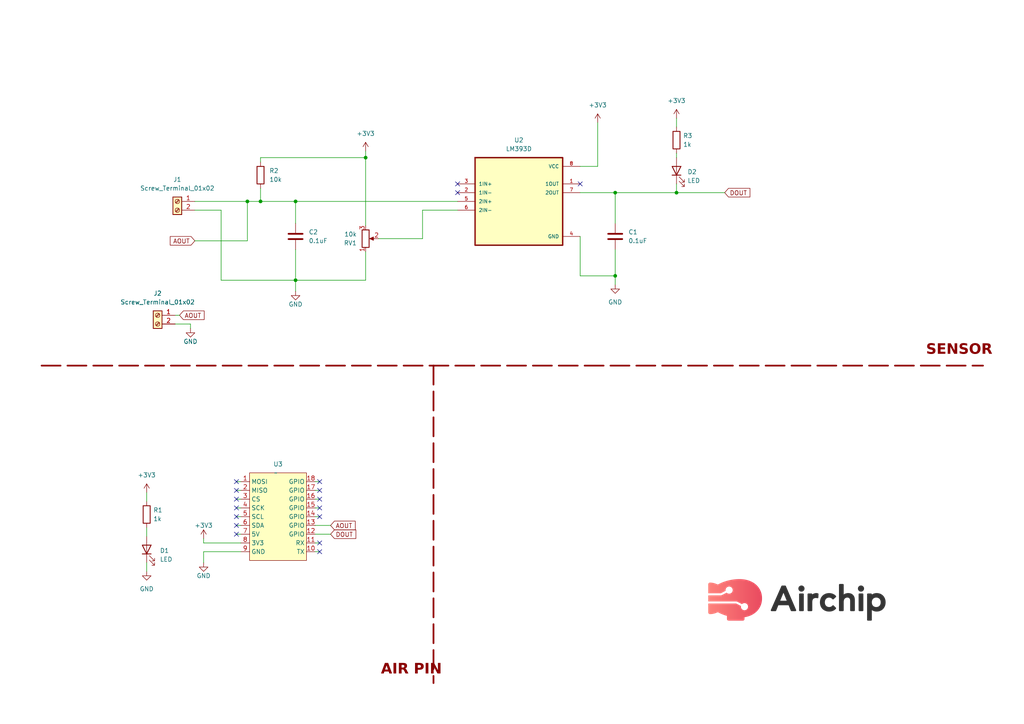
<source format=kicad_sch>
(kicad_sch
	(version 20231120)
	(generator "eeschema")
	(generator_version "8.0")
	(uuid "1c686652-f36b-407c-92e0-a18882bb32d2")
	(paper "A4")
	(lib_symbols
		(symbol "Connector:Screw_Terminal_01x02"
			(pin_names
				(offset 1.016) hide)
			(exclude_from_sim no)
			(in_bom yes)
			(on_board yes)
			(property "Reference" "J"
				(at 0 2.54 0)
				(effects
					(font
						(size 1.27 1.27)
					)
				)
			)
			(property "Value" "Screw_Terminal_01x02"
				(at 0 -5.08 0)
				(effects
					(font
						(size 1.27 1.27)
					)
				)
			)
			(property "Footprint" ""
				(at 0 0 0)
				(effects
					(font
						(size 1.27 1.27)
					)
					(hide yes)
				)
			)
			(property "Datasheet" "~"
				(at 0 0 0)
				(effects
					(font
						(size 1.27 1.27)
					)
					(hide yes)
				)
			)
			(property "Description" "Generic screw terminal, single row, 01x02, script generated (kicad-library-utils/schlib/autogen/connector/)"
				(at 0 0 0)
				(effects
					(font
						(size 1.27 1.27)
					)
					(hide yes)
				)
			)
			(property "ki_keywords" "screw terminal"
				(at 0 0 0)
				(effects
					(font
						(size 1.27 1.27)
					)
					(hide yes)
				)
			)
			(property "ki_fp_filters" "TerminalBlock*:*"
				(at 0 0 0)
				(effects
					(font
						(size 1.27 1.27)
					)
					(hide yes)
				)
			)
			(symbol "Screw_Terminal_01x02_1_1"
				(rectangle
					(start -1.27 1.27)
					(end 1.27 -3.81)
					(stroke
						(width 0.254)
						(type default)
					)
					(fill
						(type background)
					)
				)
				(circle
					(center 0 -2.54)
					(radius 0.635)
					(stroke
						(width 0.1524)
						(type default)
					)
					(fill
						(type none)
					)
				)
				(polyline
					(pts
						(xy -0.5334 -2.2098) (xy 0.3302 -3.048)
					)
					(stroke
						(width 0.1524)
						(type default)
					)
					(fill
						(type none)
					)
				)
				(polyline
					(pts
						(xy -0.5334 0.3302) (xy 0.3302 -0.508)
					)
					(stroke
						(width 0.1524)
						(type default)
					)
					(fill
						(type none)
					)
				)
				(polyline
					(pts
						(xy -0.3556 -2.032) (xy 0.508 -2.8702)
					)
					(stroke
						(width 0.1524)
						(type default)
					)
					(fill
						(type none)
					)
				)
				(polyline
					(pts
						(xy -0.3556 0.508) (xy 0.508 -0.3302)
					)
					(stroke
						(width 0.1524)
						(type default)
					)
					(fill
						(type none)
					)
				)
				(circle
					(center 0 0)
					(radius 0.635)
					(stroke
						(width 0.1524)
						(type default)
					)
					(fill
						(type none)
					)
				)
				(pin passive line
					(at -5.08 0 0)
					(length 3.81)
					(name "Pin_1"
						(effects
							(font
								(size 1.27 1.27)
							)
						)
					)
					(number "1"
						(effects
							(font
								(size 1.27 1.27)
							)
						)
					)
				)
				(pin passive line
					(at -5.08 -2.54 0)
					(length 3.81)
					(name "Pin_2"
						(effects
							(font
								(size 1.27 1.27)
							)
						)
					)
					(number "2"
						(effects
							(font
								(size 1.27 1.27)
							)
						)
					)
				)
			)
		)
		(symbol "Device:C"
			(pin_numbers hide)
			(pin_names
				(offset 0.254)
			)
			(exclude_from_sim no)
			(in_bom yes)
			(on_board yes)
			(property "Reference" "C"
				(at 0.635 2.54 0)
				(effects
					(font
						(size 1.27 1.27)
					)
					(justify left)
				)
			)
			(property "Value" "C"
				(at 0.635 -2.54 0)
				(effects
					(font
						(size 1.27 1.27)
					)
					(justify left)
				)
			)
			(property "Footprint" ""
				(at 0.9652 -3.81 0)
				(effects
					(font
						(size 1.27 1.27)
					)
					(hide yes)
				)
			)
			(property "Datasheet" "~"
				(at 0 0 0)
				(effects
					(font
						(size 1.27 1.27)
					)
					(hide yes)
				)
			)
			(property "Description" "Unpolarized capacitor"
				(at 0 0 0)
				(effects
					(font
						(size 1.27 1.27)
					)
					(hide yes)
				)
			)
			(property "ki_keywords" "cap capacitor"
				(at 0 0 0)
				(effects
					(font
						(size 1.27 1.27)
					)
					(hide yes)
				)
			)
			(property "ki_fp_filters" "C_*"
				(at 0 0 0)
				(effects
					(font
						(size 1.27 1.27)
					)
					(hide yes)
				)
			)
			(symbol "C_0_1"
				(polyline
					(pts
						(xy -2.032 -0.762) (xy 2.032 -0.762)
					)
					(stroke
						(width 0.508)
						(type default)
					)
					(fill
						(type none)
					)
				)
				(polyline
					(pts
						(xy -2.032 0.762) (xy 2.032 0.762)
					)
					(stroke
						(width 0.508)
						(type default)
					)
					(fill
						(type none)
					)
				)
			)
			(symbol "C_1_1"
				(pin passive line
					(at 0 3.81 270)
					(length 2.794)
					(name "~"
						(effects
							(font
								(size 1.27 1.27)
							)
						)
					)
					(number "1"
						(effects
							(font
								(size 1.27 1.27)
							)
						)
					)
				)
				(pin passive line
					(at 0 -3.81 90)
					(length 2.794)
					(name "~"
						(effects
							(font
								(size 1.27 1.27)
							)
						)
					)
					(number "2"
						(effects
							(font
								(size 1.27 1.27)
							)
						)
					)
				)
			)
		)
		(symbol "Device:LED"
			(pin_numbers hide)
			(pin_names
				(offset 1.016) hide)
			(exclude_from_sim no)
			(in_bom yes)
			(on_board yes)
			(property "Reference" "D"
				(at 0 2.54 0)
				(effects
					(font
						(size 1.27 1.27)
					)
				)
			)
			(property "Value" "LED"
				(at 0 -2.54 0)
				(effects
					(font
						(size 1.27 1.27)
					)
				)
			)
			(property "Footprint" ""
				(at 0 0 0)
				(effects
					(font
						(size 1.27 1.27)
					)
					(hide yes)
				)
			)
			(property "Datasheet" "~"
				(at 0 0 0)
				(effects
					(font
						(size 1.27 1.27)
					)
					(hide yes)
				)
			)
			(property "Description" "Light emitting diode"
				(at 0 0 0)
				(effects
					(font
						(size 1.27 1.27)
					)
					(hide yes)
				)
			)
			(property "ki_keywords" "LED diode"
				(at 0 0 0)
				(effects
					(font
						(size 1.27 1.27)
					)
					(hide yes)
				)
			)
			(property "ki_fp_filters" "LED* LED_SMD:* LED_THT:*"
				(at 0 0 0)
				(effects
					(font
						(size 1.27 1.27)
					)
					(hide yes)
				)
			)
			(symbol "LED_0_1"
				(polyline
					(pts
						(xy -1.27 -1.27) (xy -1.27 1.27)
					)
					(stroke
						(width 0.254)
						(type default)
					)
					(fill
						(type none)
					)
				)
				(polyline
					(pts
						(xy -1.27 0) (xy 1.27 0)
					)
					(stroke
						(width 0)
						(type default)
					)
					(fill
						(type none)
					)
				)
				(polyline
					(pts
						(xy 1.27 -1.27) (xy 1.27 1.27) (xy -1.27 0) (xy 1.27 -1.27)
					)
					(stroke
						(width 0.254)
						(type default)
					)
					(fill
						(type none)
					)
				)
				(polyline
					(pts
						(xy -3.048 -0.762) (xy -4.572 -2.286) (xy -3.81 -2.286) (xy -4.572 -2.286) (xy -4.572 -1.524)
					)
					(stroke
						(width 0)
						(type default)
					)
					(fill
						(type none)
					)
				)
				(polyline
					(pts
						(xy -1.778 -0.762) (xy -3.302 -2.286) (xy -2.54 -2.286) (xy -3.302 -2.286) (xy -3.302 -1.524)
					)
					(stroke
						(width 0)
						(type default)
					)
					(fill
						(type none)
					)
				)
			)
			(symbol "LED_1_1"
				(pin passive line
					(at -3.81 0 0)
					(length 2.54)
					(name "K"
						(effects
							(font
								(size 1.27 1.27)
							)
						)
					)
					(number "1"
						(effects
							(font
								(size 1.27 1.27)
							)
						)
					)
				)
				(pin passive line
					(at 3.81 0 180)
					(length 2.54)
					(name "A"
						(effects
							(font
								(size 1.27 1.27)
							)
						)
					)
					(number "2"
						(effects
							(font
								(size 1.27 1.27)
							)
						)
					)
				)
			)
		)
		(symbol "Device:R"
			(pin_numbers hide)
			(pin_names
				(offset 0)
			)
			(exclude_from_sim no)
			(in_bom yes)
			(on_board yes)
			(property "Reference" "R"
				(at 2.032 0 90)
				(effects
					(font
						(size 1.27 1.27)
					)
				)
			)
			(property "Value" "R"
				(at 0 0 90)
				(effects
					(font
						(size 1.27 1.27)
					)
				)
			)
			(property "Footprint" ""
				(at -1.778 0 90)
				(effects
					(font
						(size 1.27 1.27)
					)
					(hide yes)
				)
			)
			(property "Datasheet" "~"
				(at 0 0 0)
				(effects
					(font
						(size 1.27 1.27)
					)
					(hide yes)
				)
			)
			(property "Description" "Resistor"
				(at 0 0 0)
				(effects
					(font
						(size 1.27 1.27)
					)
					(hide yes)
				)
			)
			(property "ki_keywords" "R res resistor"
				(at 0 0 0)
				(effects
					(font
						(size 1.27 1.27)
					)
					(hide yes)
				)
			)
			(property "ki_fp_filters" "R_*"
				(at 0 0 0)
				(effects
					(font
						(size 1.27 1.27)
					)
					(hide yes)
				)
			)
			(symbol "R_0_1"
				(rectangle
					(start -1.016 -2.54)
					(end 1.016 2.54)
					(stroke
						(width 0.254)
						(type default)
					)
					(fill
						(type none)
					)
				)
			)
			(symbol "R_1_1"
				(pin passive line
					(at 0 3.81 270)
					(length 1.27)
					(name "~"
						(effects
							(font
								(size 1.27 1.27)
							)
						)
					)
					(number "1"
						(effects
							(font
								(size 1.27 1.27)
							)
						)
					)
				)
				(pin passive line
					(at 0 -3.81 90)
					(length 1.27)
					(name "~"
						(effects
							(font
								(size 1.27 1.27)
							)
						)
					)
					(number "2"
						(effects
							(font
								(size 1.27 1.27)
							)
						)
					)
				)
			)
		)
		(symbol "Device:R_Potentiometer"
			(pin_names
				(offset 1.016) hide)
			(exclude_from_sim no)
			(in_bom yes)
			(on_board yes)
			(property "Reference" "RV"
				(at -4.445 0 90)
				(effects
					(font
						(size 1.27 1.27)
					)
				)
			)
			(property "Value" "R_Potentiometer"
				(at -2.54 0 90)
				(effects
					(font
						(size 1.27 1.27)
					)
				)
			)
			(property "Footprint" ""
				(at 0 0 0)
				(effects
					(font
						(size 1.27 1.27)
					)
					(hide yes)
				)
			)
			(property "Datasheet" "~"
				(at 0 0 0)
				(effects
					(font
						(size 1.27 1.27)
					)
					(hide yes)
				)
			)
			(property "Description" "Potentiometer"
				(at 0 0 0)
				(effects
					(font
						(size 1.27 1.27)
					)
					(hide yes)
				)
			)
			(property "ki_keywords" "resistor variable"
				(at 0 0 0)
				(effects
					(font
						(size 1.27 1.27)
					)
					(hide yes)
				)
			)
			(property "ki_fp_filters" "Potentiometer*"
				(at 0 0 0)
				(effects
					(font
						(size 1.27 1.27)
					)
					(hide yes)
				)
			)
			(symbol "R_Potentiometer_0_1"
				(polyline
					(pts
						(xy 2.54 0) (xy 1.524 0)
					)
					(stroke
						(width 0)
						(type default)
					)
					(fill
						(type none)
					)
				)
				(polyline
					(pts
						(xy 1.143 0) (xy 2.286 0.508) (xy 2.286 -0.508) (xy 1.143 0)
					)
					(stroke
						(width 0)
						(type default)
					)
					(fill
						(type outline)
					)
				)
				(rectangle
					(start 1.016 2.54)
					(end -1.016 -2.54)
					(stroke
						(width 0.254)
						(type default)
					)
					(fill
						(type none)
					)
				)
			)
			(symbol "R_Potentiometer_1_1"
				(pin passive line
					(at 0 3.81 270)
					(length 1.27)
					(name "1"
						(effects
							(font
								(size 1.27 1.27)
							)
						)
					)
					(number "1"
						(effects
							(font
								(size 1.27 1.27)
							)
						)
					)
				)
				(pin passive line
					(at 3.81 0 180)
					(length 1.27)
					(name "2"
						(effects
							(font
								(size 1.27 1.27)
							)
						)
					)
					(number "2"
						(effects
							(font
								(size 1.27 1.27)
							)
						)
					)
				)
				(pin passive line
					(at 0 -3.81 90)
					(length 1.27)
					(name "3"
						(effects
							(font
								(size 1.27 1.27)
							)
						)
					)
					(number "3"
						(effects
							(font
								(size 1.27 1.27)
							)
						)
					)
				)
			)
		)
		(symbol "LM393D:LM393D"
			(pin_names
				(offset 1.016)
			)
			(exclude_from_sim no)
			(in_bom yes)
			(on_board yes)
			(property "Reference" "U"
				(at -12.7 13.7 0)
				(effects
					(font
						(size 1.27 1.27)
					)
					(justify left bottom)
				)
			)
			(property "Value" "LM393D"
				(at -12.7 -16.7 0)
				(effects
					(font
						(size 1.27 1.27)
					)
					(justify left bottom)
				)
			)
			(property "Footprint" "SOIC127P599X175-8N"
				(at 0 0 0)
				(effects
					(font
						(size 1.27 1.27)
					)
					(justify bottom)
					(hide yes)
				)
			)
			(property "Datasheet" ""
				(at 0 0 0)
				(effects
					(font
						(size 1.27 1.27)
					)
					(hide yes)
				)
			)
			(property "Description" ""
				(at 0 0 0)
				(effects
					(font
						(size 1.27 1.27)
					)
					(hide yes)
				)
			)
			(symbol "LM393D_0_0"
				(rectangle
					(start -12.7 -12.7)
					(end 12.7 12.7)
					(stroke
						(width 0.41)
						(type default)
					)
					(fill
						(type background)
					)
				)
				(pin output line
					(at 17.78 5.08 180)
					(length 5.08)
					(name "1OUT"
						(effects
							(font
								(size 1.016 1.016)
							)
						)
					)
					(number "1"
						(effects
							(font
								(size 1.016 1.016)
							)
						)
					)
				)
				(pin input line
					(at -17.78 2.54 0)
					(length 5.08)
					(name "1IN-"
						(effects
							(font
								(size 1.016 1.016)
							)
						)
					)
					(number "2"
						(effects
							(font
								(size 1.016 1.016)
							)
						)
					)
				)
				(pin input line
					(at -17.78 5.08 0)
					(length 5.08)
					(name "1IN+"
						(effects
							(font
								(size 1.016 1.016)
							)
						)
					)
					(number "3"
						(effects
							(font
								(size 1.016 1.016)
							)
						)
					)
				)
				(pin power_in line
					(at 17.78 -10.16 180)
					(length 5.08)
					(name "GND"
						(effects
							(font
								(size 1.016 1.016)
							)
						)
					)
					(number "4"
						(effects
							(font
								(size 1.016 1.016)
							)
						)
					)
				)
				(pin input line
					(at -17.78 0 0)
					(length 5.08)
					(name "2IN+"
						(effects
							(font
								(size 1.016 1.016)
							)
						)
					)
					(number "5"
						(effects
							(font
								(size 1.016 1.016)
							)
						)
					)
				)
				(pin input line
					(at -17.78 -2.54 0)
					(length 5.08)
					(name "2IN-"
						(effects
							(font
								(size 1.016 1.016)
							)
						)
					)
					(number "6"
						(effects
							(font
								(size 1.016 1.016)
							)
						)
					)
				)
				(pin output line
					(at 17.78 2.54 180)
					(length 5.08)
					(name "2OUT"
						(effects
							(font
								(size 1.016 1.016)
							)
						)
					)
					(number "7"
						(effects
							(font
								(size 1.016 1.016)
							)
						)
					)
				)
				(pin power_in line
					(at 17.78 10.16 180)
					(length 5.08)
					(name "VCC"
						(effects
							(font
								(size 1.016 1.016)
							)
						)
					)
					(number "8"
						(effects
							(font
								(size 1.016 1.016)
							)
						)
					)
				)
			)
		)
		(symbol "air_modül:air_module"
			(exclude_from_sim no)
			(in_bom yes)
			(on_board yes)
			(property "Reference" "U"
				(at 0 1.27 0)
				(effects
					(font
						(size 1.27 1.27)
					)
				)
			)
			(property "Value" ""
				(at 0 0 0)
				(effects
					(font
						(size 1.27 1.27)
					)
				)
			)
			(property "Footprint" ""
				(at 0 0 0)
				(effects
					(font
						(size 1.27 1.27)
					)
					(hide yes)
				)
			)
			(property "Datasheet" ""
				(at 0 0 0)
				(effects
					(font
						(size 1.27 1.27)
					)
					(hide yes)
				)
			)
			(property "Description" ""
				(at 0 0 0)
				(effects
					(font
						(size 1.27 1.27)
					)
					(hide yes)
				)
			)
			(symbol "air_module_1_1"
				(rectangle
					(start -7.62 0)
					(end 8.89 -25.4)
					(stroke
						(width 0)
						(type default)
					)
					(fill
						(type background)
					)
				)
				(pin input line
					(at -10.16 -2.54 0)
					(length 2.54)
					(name "MOSI"
						(effects
							(font
								(size 1.27 1.27)
							)
						)
					)
					(number "1"
						(effects
							(font
								(size 1.27 1.27)
							)
						)
					)
				)
				(pin input line
					(at 11.43 -22.86 180)
					(length 2.54)
					(name "TX"
						(effects
							(font
								(size 1.27 1.27)
							)
						)
					)
					(number "10"
						(effects
							(font
								(size 1.27 1.27)
							)
						)
					)
				)
				(pin input line
					(at 11.43 -20.32 180)
					(length 2.54)
					(name "RX"
						(effects
							(font
								(size 1.27 1.27)
							)
						)
					)
					(number "11"
						(effects
							(font
								(size 1.27 1.27)
							)
						)
					)
				)
				(pin input line
					(at 11.43 -17.78 180)
					(length 2.54)
					(name "GPIO"
						(effects
							(font
								(size 1.27 1.27)
							)
						)
					)
					(number "12"
						(effects
							(font
								(size 1.27 1.27)
							)
						)
					)
				)
				(pin input line
					(at 11.43 -15.24 180)
					(length 2.54)
					(name "GPIO"
						(effects
							(font
								(size 1.27 1.27)
							)
						)
					)
					(number "13"
						(effects
							(font
								(size 1.27 1.27)
							)
						)
					)
				)
				(pin input line
					(at 11.43 -12.7 180)
					(length 2.54)
					(name "GPIO"
						(effects
							(font
								(size 1.27 1.27)
							)
						)
					)
					(number "14"
						(effects
							(font
								(size 1.27 1.27)
							)
						)
					)
				)
				(pin input line
					(at 11.43 -10.16 180)
					(length 2.54)
					(name "GPIO"
						(effects
							(font
								(size 1.27 1.27)
							)
						)
					)
					(number "15"
						(effects
							(font
								(size 1.27 1.27)
							)
						)
					)
				)
				(pin input line
					(at 11.43 -7.62 180)
					(length 2.54)
					(name "GPIO"
						(effects
							(font
								(size 1.27 1.27)
							)
						)
					)
					(number "16"
						(effects
							(font
								(size 1.27 1.27)
							)
						)
					)
				)
				(pin input line
					(at 11.43 -5.08 180)
					(length 2.54)
					(name "GPIO"
						(effects
							(font
								(size 1.27 1.27)
							)
						)
					)
					(number "17"
						(effects
							(font
								(size 1.27 1.27)
							)
						)
					)
				)
				(pin input line
					(at 11.43 -2.54 180)
					(length 2.54)
					(name "GPIO"
						(effects
							(font
								(size 1.27 1.27)
							)
						)
					)
					(number "18"
						(effects
							(font
								(size 1.27 1.27)
							)
						)
					)
				)
				(pin input line
					(at -10.16 -5.08 0)
					(length 2.54)
					(name "MISO"
						(effects
							(font
								(size 1.27 1.27)
							)
						)
					)
					(number "2"
						(effects
							(font
								(size 1.27 1.27)
							)
						)
					)
				)
				(pin input line
					(at -10.16 -7.62 0)
					(length 2.54)
					(name "CS"
						(effects
							(font
								(size 1.27 1.27)
							)
						)
					)
					(number "3"
						(effects
							(font
								(size 1.27 1.27)
							)
						)
					)
				)
				(pin input line
					(at -10.16 -10.16 0)
					(length 2.54)
					(name "SCK"
						(effects
							(font
								(size 1.27 1.27)
							)
						)
					)
					(number "4"
						(effects
							(font
								(size 1.27 1.27)
							)
						)
					)
				)
				(pin input line
					(at -10.16 -12.7 0)
					(length 2.54)
					(name "SCL"
						(effects
							(font
								(size 1.27 1.27)
							)
						)
					)
					(number "5"
						(effects
							(font
								(size 1.27 1.27)
							)
						)
					)
				)
				(pin input line
					(at -10.16 -15.24 0)
					(length 2.54)
					(name "SDA"
						(effects
							(font
								(size 1.27 1.27)
							)
						)
					)
					(number "6"
						(effects
							(font
								(size 1.27 1.27)
							)
						)
					)
				)
				(pin input line
					(at -10.16 -17.78 0)
					(length 2.54)
					(name "5V"
						(effects
							(font
								(size 1.27 1.27)
							)
						)
					)
					(number "7"
						(effects
							(font
								(size 1.27 1.27)
							)
						)
					)
				)
				(pin input line
					(at -10.16 -20.32 0)
					(length 2.54)
					(name "3V3"
						(effects
							(font
								(size 1.27 1.27)
							)
						)
					)
					(number "8"
						(effects
							(font
								(size 1.27 1.27)
							)
						)
					)
				)
				(pin input line
					(at -10.16 -22.86 0)
					(length 2.54)
					(name "GND"
						(effects
							(font
								(size 1.27 1.27)
							)
						)
					)
					(number "9"
						(effects
							(font
								(size 1.27 1.27)
							)
						)
					)
				)
			)
		)
		(symbol "power:+3V3"
			(power)
			(pin_names
				(offset 0)
			)
			(exclude_from_sim no)
			(in_bom yes)
			(on_board yes)
			(property "Reference" "#PWR"
				(at 0 -3.81 0)
				(effects
					(font
						(size 1.27 1.27)
					)
					(hide yes)
				)
			)
			(property "Value" "+3V3"
				(at 0 3.556 0)
				(effects
					(font
						(size 1.27 1.27)
					)
				)
			)
			(property "Footprint" ""
				(at 0 0 0)
				(effects
					(font
						(size 1.27 1.27)
					)
					(hide yes)
				)
			)
			(property "Datasheet" ""
				(at 0 0 0)
				(effects
					(font
						(size 1.27 1.27)
					)
					(hide yes)
				)
			)
			(property "Description" "Power symbol creates a global label with name \"+3V3\""
				(at 0 0 0)
				(effects
					(font
						(size 1.27 1.27)
					)
					(hide yes)
				)
			)
			(property "ki_keywords" "global power"
				(at 0 0 0)
				(effects
					(font
						(size 1.27 1.27)
					)
					(hide yes)
				)
			)
			(symbol "+3V3_0_1"
				(polyline
					(pts
						(xy -0.762 1.27) (xy 0 2.54)
					)
					(stroke
						(width 0)
						(type default)
					)
					(fill
						(type none)
					)
				)
				(polyline
					(pts
						(xy 0 0) (xy 0 2.54)
					)
					(stroke
						(width 0)
						(type default)
					)
					(fill
						(type none)
					)
				)
				(polyline
					(pts
						(xy 0 2.54) (xy 0.762 1.27)
					)
					(stroke
						(width 0)
						(type default)
					)
					(fill
						(type none)
					)
				)
			)
			(symbol "+3V3_1_1"
				(pin power_in line
					(at 0 0 90)
					(length 0) hide
					(name "+3V3"
						(effects
							(font
								(size 1.27 1.27)
							)
						)
					)
					(number "1"
						(effects
							(font
								(size 1.27 1.27)
							)
						)
					)
				)
			)
		)
		(symbol "power:GND"
			(power)
			(pin_names
				(offset 0)
			)
			(exclude_from_sim no)
			(in_bom yes)
			(on_board yes)
			(property "Reference" "#PWR"
				(at 0 -6.35 0)
				(effects
					(font
						(size 1.27 1.27)
					)
					(hide yes)
				)
			)
			(property "Value" "GND"
				(at 0 -3.81 0)
				(effects
					(font
						(size 1.27 1.27)
					)
				)
			)
			(property "Footprint" ""
				(at 0 0 0)
				(effects
					(font
						(size 1.27 1.27)
					)
					(hide yes)
				)
			)
			(property "Datasheet" ""
				(at 0 0 0)
				(effects
					(font
						(size 1.27 1.27)
					)
					(hide yes)
				)
			)
			(property "Description" "Power symbol creates a global label with name \"GND\" , ground"
				(at 0 0 0)
				(effects
					(font
						(size 1.27 1.27)
					)
					(hide yes)
				)
			)
			(property "ki_keywords" "global power"
				(at 0 0 0)
				(effects
					(font
						(size 1.27 1.27)
					)
					(hide yes)
				)
			)
			(symbol "GND_0_1"
				(polyline
					(pts
						(xy 0 0) (xy 0 -1.27) (xy 1.27 -1.27) (xy 0 -2.54) (xy -1.27 -1.27) (xy 0 -1.27)
					)
					(stroke
						(width 0)
						(type default)
					)
					(fill
						(type none)
					)
				)
			)
			(symbol "GND_1_1"
				(pin power_in line
					(at 0 0 270)
					(length 0) hide
					(name "GND"
						(effects
							(font
								(size 1.27 1.27)
							)
						)
					)
					(number "1"
						(effects
							(font
								(size 1.27 1.27)
							)
						)
					)
				)
			)
		)
	)
	(junction
		(at 178.435 80.01)
		(diameter 0)
		(color 0 0 0 0)
		(uuid "2db1480b-09b6-4821-808f-46b9628d7ba5")
	)
	(junction
		(at 71.755 58.42)
		(diameter 0)
		(color 0 0 0 0)
		(uuid "4a790fbb-743d-41f8-ac0c-1421c9928276")
	)
	(junction
		(at 85.725 81.28)
		(diameter 0)
		(color 0 0 0 0)
		(uuid "6007ac8f-7b6a-4b2b-9de4-5711a006d332")
	)
	(junction
		(at 196.215 55.88)
		(diameter 0)
		(color 0 0 0 0)
		(uuid "8a2dfcf7-306a-4886-bdac-bef579806f7f")
	)
	(junction
		(at 106.045 45.72)
		(diameter 0)
		(color 0 0 0 0)
		(uuid "8e44b6dc-f4f8-4a63-ba44-c9e1df20adcb")
	)
	(junction
		(at 85.725 58.42)
		(diameter 0)
		(color 0 0 0 0)
		(uuid "d57ee387-a84c-4bb8-8fca-3cde35f825e2")
	)
	(junction
		(at 75.565 58.42)
		(diameter 0)
		(color 0 0 0 0)
		(uuid "d69425d3-4676-4027-8341-8379595f8fff")
	)
	(junction
		(at 178.435 55.88)
		(diameter 0)
		(color 0 0 0 0)
		(uuid "de4f5c41-f1ca-45bd-8d20-16e5e07aae9d")
	)
	(no_connect
		(at 68.58 152.4)
		(uuid "17a20da4-e751-4796-b751-b5d6e3124aa3")
	)
	(no_connect
		(at 92.71 157.48)
		(uuid "26d37dfa-d201-4ead-8164-860762c54af3")
	)
	(no_connect
		(at 132.715 55.88)
		(uuid "29787c3e-e000-4fc7-9ddb-be8cad789130")
	)
	(no_connect
		(at 92.71 147.32)
		(uuid "45c2ce20-16d7-4d8e-87c5-4eab632b45d5")
	)
	(no_connect
		(at 68.58 144.78)
		(uuid "4d65a8f3-7af8-467c-ba40-a18e77f274c4")
	)
	(no_connect
		(at 68.58 154.94)
		(uuid "4e0cea40-8836-45a5-a19f-b6cea76aab9b")
	)
	(no_connect
		(at 68.58 142.24)
		(uuid "50380084-bb8f-47b8-b8c9-b0fb9ccb38cc")
	)
	(no_connect
		(at 68.58 149.86)
		(uuid "5268ec55-56de-491b-a3d7-f2de3bcfb8ee")
	)
	(no_connect
		(at 68.58 139.7)
		(uuid "5e8b391d-5e6a-414e-b018-51f1a03775d4")
	)
	(no_connect
		(at 92.71 149.86)
		(uuid "6e70c24b-be8e-4fad-bccd-80b7542d7b47")
	)
	(no_connect
		(at 168.275 53.34)
		(uuid "7af301a4-cc8d-4632-90b1-1252f01ca6e3")
	)
	(no_connect
		(at 92.71 139.7)
		(uuid "90ec0e82-bfbb-42ce-b1b0-406c61d91666")
	)
	(no_connect
		(at 132.715 53.34)
		(uuid "97a504fc-a2ee-41d3-aab1-6de89ca63ede")
	)
	(no_connect
		(at 92.71 142.24)
		(uuid "9d2a25b6-491d-4de4-adf1-89f8b1d5f23d")
	)
	(no_connect
		(at 68.58 147.32)
		(uuid "a29788d8-9044-4f82-9986-dce9263c2ffd")
	)
	(no_connect
		(at 92.71 144.78)
		(uuid "b47bd483-44d9-4c68-8a95-a735fe609473")
	)
	(no_connect
		(at 92.71 160.02)
		(uuid "c33a9298-9ab1-42ee-9592-4c247f143c6f")
	)
	(wire
		(pts
			(xy 75.565 45.72) (xy 106.045 45.72)
		)
		(stroke
			(width 0)
			(type default)
		)
		(uuid "00a64c1e-22f4-47d1-9ea0-b7bf82fda7e1")
	)
	(wire
		(pts
			(xy 122.555 69.215) (xy 109.855 69.215)
		)
		(stroke
			(width 0)
			(type default)
		)
		(uuid "0323f602-c3c7-4ef9-8476-4d55c7fda9a1")
	)
	(wire
		(pts
			(xy 64.135 81.28) (xy 85.725 81.28)
		)
		(stroke
			(width 0)
			(type default)
		)
		(uuid "035b3c59-926a-4931-8eca-ad681a91e093")
	)
	(wire
		(pts
			(xy 122.555 60.96) (xy 122.555 69.215)
		)
		(stroke
			(width 0)
			(type default)
		)
		(uuid "054f28c7-caa8-4296-9d01-3d85e0965107")
	)
	(wire
		(pts
			(xy 106.045 45.72) (xy 106.045 65.405)
		)
		(stroke
			(width 0)
			(type default)
		)
		(uuid "060a9587-d52e-4cd7-83a8-10f01406bfff")
	)
	(wire
		(pts
			(xy 59.055 156.21) (xy 59.055 157.48)
		)
		(stroke
			(width 0)
			(type default)
		)
		(uuid "0e6474c3-fe10-4831-9c1d-c4d3dbe6805e")
	)
	(wire
		(pts
			(xy 68.58 142.24) (xy 69.85 142.24)
		)
		(stroke
			(width 0)
			(type default)
		)
		(uuid "0eb2fda8-303e-47ef-84c7-c53f6dd80c6a")
	)
	(polyline
		(pts
			(xy 12.065 106.045) (xy 285.115 106.045)
		)
		(stroke
			(width 0.5)
			(type dash)
			(color 132 0 0 1)
		)
		(uuid "0ff936ae-29d1-4fde-bffc-8e5c2b19760b")
	)
	(wire
		(pts
			(xy 85.725 72.39) (xy 85.725 81.28)
		)
		(stroke
			(width 0)
			(type default)
		)
		(uuid "141be909-9c8a-4cf4-bb24-5a43a520a75b")
	)
	(wire
		(pts
			(xy 91.44 152.4) (xy 95.885 152.4)
		)
		(stroke
			(width 0)
			(type default)
		)
		(uuid "1ec163f0-ef8f-416b-85ea-80fdd0cce9a2")
	)
	(wire
		(pts
			(xy 56.515 58.42) (xy 71.755 58.42)
		)
		(stroke
			(width 0)
			(type default)
		)
		(uuid "208ba6d0-54ca-4a96-ad15-acff76f2085c")
	)
	(wire
		(pts
			(xy 71.755 58.42) (xy 75.565 58.42)
		)
		(stroke
			(width 0)
			(type default)
		)
		(uuid "261eb4a2-22fd-441a-b3e2-a8c727d7c215")
	)
	(wire
		(pts
			(xy 68.58 154.94) (xy 69.85 154.94)
		)
		(stroke
			(width 0)
			(type default)
		)
		(uuid "26533eee-6429-456b-8957-5fc9d39f43fb")
	)
	(wire
		(pts
			(xy 92.71 160.02) (xy 91.44 160.02)
		)
		(stroke
			(width 0)
			(type default)
		)
		(uuid "27184f6f-336d-4f86-bfe4-77bf905e9db7")
	)
	(wire
		(pts
			(xy 68.58 147.32) (xy 69.85 147.32)
		)
		(stroke
			(width 0)
			(type default)
		)
		(uuid "31c906f5-b697-48cc-a07e-3d3980acc6d2")
	)
	(wire
		(pts
			(xy 68.58 149.86) (xy 69.85 149.86)
		)
		(stroke
			(width 0)
			(type default)
		)
		(uuid "394f89f4-18d3-413e-a2f3-08ee665ea0db")
	)
	(wire
		(pts
			(xy 59.055 163.195) (xy 59.055 160.02)
		)
		(stroke
			(width 0)
			(type default)
		)
		(uuid "42f8f005-d5a3-4671-9fb2-5b39cf86b9e6")
	)
	(wire
		(pts
			(xy 196.215 34.29) (xy 196.215 36.83)
		)
		(stroke
			(width 0)
			(type default)
		)
		(uuid "464dd3e3-ceef-4531-8923-d357768cf890")
	)
	(wire
		(pts
			(xy 178.435 55.88) (xy 178.435 64.77)
		)
		(stroke
			(width 0)
			(type default)
		)
		(uuid "47ae6277-f79f-489f-8563-42d53a782693")
	)
	(wire
		(pts
			(xy 56.515 60.96) (xy 64.135 60.96)
		)
		(stroke
			(width 0)
			(type default)
		)
		(uuid "48d6b9be-b125-4912-a93d-50c50e8f9f03")
	)
	(wire
		(pts
			(xy 55.245 95.25) (xy 55.245 93.98)
		)
		(stroke
			(width 0)
			(type default)
		)
		(uuid "48e4b60b-915a-4666-aac2-2b81e48a9435")
	)
	(wire
		(pts
			(xy 168.275 68.58) (xy 168.275 80.01)
		)
		(stroke
			(width 0)
			(type default)
		)
		(uuid "4bcb2b31-8bd8-4f59-9f15-598e48f42fa7")
	)
	(wire
		(pts
			(xy 42.545 142.875) (xy 42.545 145.415)
		)
		(stroke
			(width 0)
			(type default)
		)
		(uuid "4dd73530-b4c3-4c10-b4f5-1b5df5799c06")
	)
	(wire
		(pts
			(xy 55.245 93.98) (xy 50.8 93.98)
		)
		(stroke
			(width 0)
			(type default)
		)
		(uuid "5095e7e0-b05a-46d4-a97e-8578f56266b7")
	)
	(wire
		(pts
			(xy 75.565 58.42) (xy 75.565 54.61)
		)
		(stroke
			(width 0)
			(type default)
		)
		(uuid "5145bfbe-0fc5-42ca-8f23-c1198d121643")
	)
	(wire
		(pts
			(xy 85.725 64.77) (xy 85.725 58.42)
		)
		(stroke
			(width 0)
			(type default)
		)
		(uuid "5190940f-4815-41fa-b874-973369a82071")
	)
	(wire
		(pts
			(xy 92.71 139.7) (xy 91.44 139.7)
		)
		(stroke
			(width 0)
			(type default)
		)
		(uuid "57c20732-e24c-4454-aec9-52a1303b0a06")
	)
	(wire
		(pts
			(xy 168.275 55.88) (xy 178.435 55.88)
		)
		(stroke
			(width 0)
			(type default)
		)
		(uuid "58e21ca6-3d9c-48fe-98e1-d1fcd1c37388")
	)
	(wire
		(pts
			(xy 92.71 142.24) (xy 91.44 142.24)
		)
		(stroke
			(width 0)
			(type default)
		)
		(uuid "5afd47af-e521-49c7-b765-13f4567fc187")
	)
	(wire
		(pts
			(xy 92.71 157.48) (xy 91.44 157.48)
		)
		(stroke
			(width 0)
			(type default)
		)
		(uuid "5ed913f6-e485-4fd5-a0b6-d9a6de5959d0")
	)
	(wire
		(pts
			(xy 92.71 149.86) (xy 91.44 149.86)
		)
		(stroke
			(width 0)
			(type default)
		)
		(uuid "5f985194-99b3-417b-b128-7b6a267f2e0b")
	)
	(wire
		(pts
			(xy 173.355 48.26) (xy 168.275 48.26)
		)
		(stroke
			(width 0)
			(type default)
		)
		(uuid "6bc30f22-0206-4f65-b08e-7197b15c0802")
	)
	(wire
		(pts
			(xy 52.07 91.44) (xy 50.8 91.44)
		)
		(stroke
			(width 0)
			(type default)
		)
		(uuid "6f9f23f9-7fc4-4517-a8da-42ecb815c5ba")
	)
	(wire
		(pts
			(xy 68.58 144.78) (xy 69.85 144.78)
		)
		(stroke
			(width 0)
			(type default)
		)
		(uuid "7467581a-5bc1-40eb-a777-1a2343b087fd")
	)
	(wire
		(pts
			(xy 68.58 139.7) (xy 69.85 139.7)
		)
		(stroke
			(width 0)
			(type default)
		)
		(uuid "74b5c0e2-5b46-432d-bb57-98a5d29ac770")
	)
	(wire
		(pts
			(xy 85.725 84.455) (xy 85.725 81.28)
		)
		(stroke
			(width 0)
			(type default)
		)
		(uuid "83ea996a-4f1d-4ca0-be5f-1a9e790c9907")
	)
	(wire
		(pts
			(xy 59.055 160.02) (xy 69.85 160.02)
		)
		(stroke
			(width 0)
			(type default)
		)
		(uuid "891d428d-cb41-4199-9f4e-3f9bda0ea8f6")
	)
	(wire
		(pts
			(xy 91.44 154.94) (xy 95.885 154.94)
		)
		(stroke
			(width 0)
			(type default)
		)
		(uuid "8f2595e1-f563-4228-9a39-7ef3d24c10d2")
	)
	(wire
		(pts
			(xy 132.715 60.96) (xy 122.555 60.96)
		)
		(stroke
			(width 0)
			(type default)
		)
		(uuid "95cf5019-0cbc-4626-a840-2af9c267bf35")
	)
	(wire
		(pts
			(xy 106.045 73.025) (xy 106.045 81.28)
		)
		(stroke
			(width 0)
			(type default)
		)
		(uuid "97679d58-0965-4527-9f50-7892f81126b1")
	)
	(wire
		(pts
			(xy 178.435 55.88) (xy 196.215 55.88)
		)
		(stroke
			(width 0)
			(type default)
		)
		(uuid "98331b10-ed27-4ba9-a5be-6502d5bb6d75")
	)
	(wire
		(pts
			(xy 196.215 53.34) (xy 196.215 55.88)
		)
		(stroke
			(width 0)
			(type default)
		)
		(uuid "9babb080-4c25-4b33-8711-e1627e0876f6")
	)
	(wire
		(pts
			(xy 168.275 80.01) (xy 178.435 80.01)
		)
		(stroke
			(width 0)
			(type default)
		)
		(uuid "a0d22422-254f-4ce9-9d42-6ca8a8d298fd")
	)
	(wire
		(pts
			(xy 196.215 55.88) (xy 210.185 55.88)
		)
		(stroke
			(width 0)
			(type default)
		)
		(uuid "ae6108e8-3507-4924-8775-f69553e2da9a")
	)
	(wire
		(pts
			(xy 196.215 44.45) (xy 196.215 45.72)
		)
		(stroke
			(width 0)
			(type default)
		)
		(uuid "ae643514-b3ac-4a80-8cd7-92a9fcfa7461")
	)
	(wire
		(pts
			(xy 59.055 157.48) (xy 69.85 157.48)
		)
		(stroke
			(width 0)
			(type default)
		)
		(uuid "b395a5bb-07e8-4073-bd65-55be4e42c7d9")
	)
	(wire
		(pts
			(xy 92.71 144.78) (xy 91.44 144.78)
		)
		(stroke
			(width 0)
			(type default)
		)
		(uuid "b635d911-97c3-4db5-a916-f8d099eab460")
	)
	(wire
		(pts
			(xy 92.71 147.32) (xy 91.44 147.32)
		)
		(stroke
			(width 0)
			(type default)
		)
		(uuid "b7a6025e-ffe2-4fcd-ad78-24a4a4af7a06")
	)
	(wire
		(pts
			(xy 71.755 69.85) (xy 56.515 69.85)
		)
		(stroke
			(width 0)
			(type default)
		)
		(uuid "b84ef61c-0ea4-4fac-8dfa-08b5d42379ae")
	)
	(wire
		(pts
			(xy 75.565 45.72) (xy 75.565 46.99)
		)
		(stroke
			(width 0)
			(type default)
		)
		(uuid "c0c7bc8f-c5e9-4d09-a254-7bf797e203dc")
	)
	(wire
		(pts
			(xy 178.435 72.39) (xy 178.435 80.01)
		)
		(stroke
			(width 0)
			(type default)
		)
		(uuid "c850ce22-dc9b-49e4-9d00-c8bb3ff5425f")
	)
	(wire
		(pts
			(xy 64.135 60.96) (xy 64.135 81.28)
		)
		(stroke
			(width 0)
			(type default)
		)
		(uuid "c9503a74-8752-4e89-b522-de4dcff28c52")
	)
	(wire
		(pts
			(xy 42.545 153.035) (xy 42.545 155.575)
		)
		(stroke
			(width 0)
			(type default)
		)
		(uuid "ca4a7e05-a21d-4643-95f4-3669397a50e8")
	)
	(wire
		(pts
			(xy 85.725 58.42) (xy 132.715 58.42)
		)
		(stroke
			(width 0)
			(type default)
		)
		(uuid "cdce902f-238e-4079-a580-81437047bdf0")
	)
	(wire
		(pts
			(xy 68.58 152.4) (xy 69.85 152.4)
		)
		(stroke
			(width 0)
			(type default)
		)
		(uuid "d11eff9b-b2ab-4886-8604-dd3d6a775b2a")
	)
	(wire
		(pts
			(xy 71.755 58.42) (xy 71.755 69.85)
		)
		(stroke
			(width 0)
			(type default)
		)
		(uuid "d932051b-e17c-42f1-ba29-14400d9e8bb4")
	)
	(wire
		(pts
			(xy 173.355 35.56) (xy 173.355 48.26)
		)
		(stroke
			(width 0)
			(type default)
		)
		(uuid "e0fc0eb5-2418-4492-a9f7-fedae84e74dc")
	)
	(wire
		(pts
			(xy 75.565 58.42) (xy 85.725 58.42)
		)
		(stroke
			(width 0)
			(type default)
		)
		(uuid "e1d32735-2d2d-4f95-af74-cd17e9397f68")
	)
	(wire
		(pts
			(xy 178.435 80.01) (xy 178.435 82.55)
		)
		(stroke
			(width 0)
			(type default)
		)
		(uuid "e9eb5747-1ead-4ab7-8226-6efbeb3da7c2")
	)
	(wire
		(pts
			(xy 42.545 165.735) (xy 42.545 163.195)
		)
		(stroke
			(width 0)
			(type default)
		)
		(uuid "f3f65643-220f-49f7-b6ab-8fb0cfc4873a")
	)
	(wire
		(pts
			(xy 106.045 43.815) (xy 106.045 45.72)
		)
		(stroke
			(width 0)
			(type default)
		)
		(uuid "f447cb8c-fc8b-4f22-9e34-c13bf4d1930a")
	)
	(wire
		(pts
			(xy 85.725 81.28) (xy 106.045 81.28)
		)
		(stroke
			(width 0)
			(type default)
		)
		(uuid "fe1b7c7b-91f7-4405-9ff0-cb17cf10000b")
	)
	(polyline
		(pts
			(xy 125.73 106.045) (xy 125.73 198.12)
		)
		(stroke
			(width 0.5)
			(type dash)
			(color 132 0 0 1)
		)
		(uuid "fff48c40-ac8e-4182-a004-834669515a88")
	)
	(image
		(at 231.14 173.99)
		(scale 0.303838)
		(uuid "67971fb4-bb1c-415a-95ea-cada6d553467")
		(data "iVBORw0KGgoAAAANSUhEUgAAB9AAAAHVCAYAAACpJWDwAAAABHNCSVQICAgIfAhkiAAAIABJREFU"
			"eJzs3XeYnGW9//F3SEKyCS0hARUVBCSKYvuiqKiAokRasKAeRUn4WSghFUTNsYAiICGNA6gQEBso"
			"TfEg6hFE8KjouRFsIAgiiEJCEwhJKJnfH88sKdtmdmfmnvJ+XddcuzzPPfd8dpjMzj6fpwxDkjrQ"
			"ox+ZPhzYnBKbA5sDW5S/dt82BbqATSkxFugqwSbl5SOBzYqZSpsAI4CNgTHFIjYFNuo3QKnXpSuB"
			"J8oDHgWeLsHjwBOUeILi+5XACuAx4N/l77tvD5eXPUiJh4AHgYc2P//MFZU+L5IkSZIkSZIkSZ1s"
			"WO4AklQLj3706E2BZ1NiIvAcYCKw5Tpft4TS+PL3W1GU4X0V2esrrfel95UDLKp+TGn9YZXM2ff8"
			"TwIPQel+4F5gObAMuJcS3cvuA+4G7tv862c9XeWjSZIkSZIkSZIktQULdElN7bGPHb0J8FxKbAPP"
			"3J4LbFOCZwFbU3wdDQxQNA+t7G7hAr3vhT0XPV0qCvV/lG/3UBTrdwJ3UOLOLb5x1oNVppEkSZIk"
			"SZIkSWoJFuiSsnnsYzOGUZTf2wLbQWnb8vfdt+fRfar0SntqC/R+xleWtYKn8BHgb8CdULoduLV8"
			"u22Lb3z5H1XllCRJkiRJkiRJaiIW6JLq6rHDZ4wCdijftn/m+xI7AC+guHZ4WT/VrQV6depboPe3"
			"YAUlbgP+AtwC/An4I3DbFt/88lP9TS1JkiRJkiRJkpSbBbqkIVtxxIzhJXg+8CJgJ0pMAiYBO1Gc"
			"br2nattvC/Tq5CvQ+5rgSYpC/Q/An4GbgN9t8c0v39Pfw0mSJEmSJEmSJDWSBbqkiq04YubGFCX5"
			"zlDaGXgp8EJgp9K6R5IPukC2QN9wQBsV6H1ZTokbgN+VKL4Ct4/71per/YklSZIkSZIkSZKGzAJd"
			"Ug8rjpw5HNgReDnwUkq8FNi5vGx4MWr9frPU53/0wQK9ogEdUKD39vw+BKXfAL8Grgd+M+5bX3mg"
			"ylklSZIkSZIkSZKqZoEudbgVR84cR1GUvxx4WfnrzkDXM4MqKGMt0Ac350ADOrRA722S2yhxPfAL"
			"4FrglnHf/opHqUuSJEmSJEmSpJqyQJc6yIqjZj4LCOAVQFBiV+B5A97RAr2foRbo1U3Q95wDFOgb"
			"Lrof+F/gOopC/Xfjvv2Vp6p8ZEmSJEmSJEmSpPVYoEttasVRs7YCXg2l3Vhbmj9nvUGVFp0W6P0M"
			"tUCvboK+56yyQN/QI8DPgauAqyjxp3EXeIS6JEmSJEmSJEmqjgW61AYenz5rLMUR5bsBrwZeU4Jt"
			"i7XVldKVj7NAr8WcAw2wQB/kvCXuo7tMhx+Nu+Ar/6wylSRJkiRJkiRJ6kAW6FILenz6rB2B1wOv"
			"A3YHXgJstG7BWOrlux4s0C3Q27dA39BNULoCuBL41bgLvvp0FbNJkiRJkiRJkqQOYYEuNbnHp88a"
			"TXFUeXdh/npgYq+DLdAt0Psd39EF+roLHwZ+AlxeKnHF+Au/+nAVM0uSJEmSJEmSpDZmgS41mceP"
			"nrUZRUn+Jkq8CdgVGFXRnS3QLdD7HW+B3mNJiacorp3+PeD74y/86t1VPIokSZIkSZIkSWozFuhS"
			"Zo8fPXs88CZgTyi9AXglsBEwpNLUAn0ok/Q+xgK9t5UtX6BvKAEXAxeNv/Crt1fxiJIkSZIkSZIk"
			"qQ1YoEsN9viM2ZsDb6TEXsBbgJfxzL/FDdo8C/R+V1mgVzu/BXqPJf3PeQNwEXDB+Au/+vcqHl2S"
			"JEmSJEmSJLUoC3SpzlbOmD26BG+kKMv3ojgl+0YVFXwW6P2uskCvdn4L9B5LKp/zeuACSlww/jtf"
			"XVZFEkmSJEmSJEmS1EIs0KUaWzlj9jCKo8rfVr69oQSjewy0QK8ukAV6dSzQK1pYRYHePcVTwP8A"
			"3wC+N/47X11Z5QySJEmSJEmSJKmJWaBLNbBy5uxnUWIfisL8rcDEdddXXvRaoFcz3gK92vkt0Hss"
			"Gdrz+ihwMZTOG/+ds6+rciZJkiRJkiRJktSELNClQVg5c/Zw4HXAZGBf4JVV99QW6NUFskCvjgV6"
			"RQuHWKCvu/BW4Bzg/PHfOdtTvEuSJEmSJEmS1KIs0KUKrZw5ZyLw9uJWmgxssd4AC/Tq5rVAr2iA"
			"Bfog5218gd7tKeByYCnwo/HfOXtNlY8gSZIkSZIkSZIyskCX+rFy1pyXAAdS4gDgtTzzb6a6cs8C"
			"fXBzDrTKAr3a+S3Qeyyp1/NauIMSZwHnjv/u2Q9W+UiSJEmSJEmSJCkDC3RpHStnzRkJvAk4AJgC"
			"bAcMuTS0QB/cnAOtskCvdn4L9B5L6lugd69aBVwInDH+u2f/X5WPKEmSJEmSJEmSGsgCXR1v5aw5"
			"YyhOzX4QRXG+eY9BFugDLrRAH9ycAw2wQB/kvM1VoK/r1yVYAFy25XfPfqrKR5ckSZIkSZIkSXVm"
			"ga6OtHLWnPHAfsA7gcnA6H7vYIE+4EIL9MHNOdAAC/RBztu8BXr3or8Di4ClW3737EerTCFJkiRJ"
			"kiRJkurEAl0dY+XsOVtRFObvosSewIiK72yBPuBCC/TBzTnQAAv0Qc7b/AV6t0cocTawaMuLzv5H"
			"lWkkSZIkSZIkSVKNWaCrra2aPXc8lN4BHFyCvYHhQA3KSAt0C/TazDnQAAv0Qc7bOgV694IngfOB"
			"U7a86Oy/VplKkiRJkiRJkiTViAW62k5RmvMO4GDgLVAaAYMoePsdb4FugV6bOQcaYIE+yHlbr0Dv"
			"tga4CEonbXnROTdVF06SJEmSJEmSJA2VBbrawqo5c7uAAynxfoprmm+8du0GRWSP/6iABfqACy3Q"
			"BzfnQAMs0Ac5b+sW6Osu/D5w/JYXnfO7irJJkiRJkiRJkqQhs0BXy1o1Z+4IitOyf4DiiPOx/ZVb"
			"FuiVZqh0nAV6LeYcaIAF+iDnbY8CvZtFuiRJkiRJkiRJDWKBrpazas7cXYEPAe8DJq630gK9l28t"
			"0KufpPcxFui9rbRAb0CB3u0y4D+3vOicP/f9gJIkSZIkSZIkaSgs0NUSVs2Zuw3FkeaHAjv3OdAC"
			"vZdvLdCrn6T3MRbova20QG9ggV6sKPFN4DNbXnzOnX0/sCRJkiRJkiRJGgwLdDWtVXPnjqHEQRSl"
			"+d7ARgPeyQK9l28t0KufpPcxFui9rbRAb3CB3r3qSeAM4MQtLz7n/r4HS5IkSZIkSZKkaligq+ms"
			"mjs3gP8HvJ8Sm1d1Zwv0Xr61QK9+kt7HWKD3ttICPVOB3u0R4FRgwZYXn/N433eSJEmSJEmSJEmV"
			"sEBXU1g195hxUDqEojh/+TMralhuWaBXmqHScRbotZhzoAEW6IOct3MK9G73AMcB397y4nOq/akk"
			"SZIkSZIkSVKZBbqyWTX3mGHAHsBHgXdCaVSPQRbo1bFAt0Dvd7wFeo8l7VOgd7semLXlxef8ut9R"
			"kiRJkiRJkiSpVxboarjVxxwzHvhQqcTHgBetXVO7Iq63hRbolWaodJwFei3mHGiABfog5+3cAr3b"
			"tynx8S0vOeeeikZLkiRJkiRJkiTAAl0NtPqYY14LHA68B+jqWVxZoFugW6BvOMACfZDzWqBDiceA"
			"40uwaMIl5zxV4b0kSZIkSZIkSepoQyrQ1xz/qS1KJV4KTAK2ADZdZ/VqYOUG3z9MiVXl7x8CHgAe"
			"HH78F1eitrT6mGO6gPcDR7Putc3prbiyQLdAt0DfcIAF+iDntUBf93n9E3DUhEvO+XmF95QkSZIk"
			"SZIkqWNVXaCvOf5TOwAfBPYHXlUqVTlH70XBKuBBYBlwLyXuBu4F/gncDdwJ/G34CSc9Xm1e5bH6"
			"mGO2A44EPgyM622MBXoFCy3Q+11lgV7t/BboPZZ0RoHe7ZvA3AmXnLOswhkkSZIkSZIkSeo4FZff"
			"a46ftxuU/pOiOH9GXcqHvue8F7ijBHcAtwA3A3+mxO0jPn/Sk1UmUY2tPuaYYcCewAzgQGCj/sZb"
			"oFew0AK931UW6NXOb4HeY0lnFehQ7Kw2F0rnT7hkabU/vSRJkiRJkiRJbW/AAn3N8fMmAqcChzas"
			"fBhgzl7Kh6eAW4Eby7ffQemGEZ8/+cEq02kQVh97zCjgEErMBl5S6f0s0CtYaIHe7yoL9Grnt0Dv"
			"saTzCvTulVcBH51wydI7KpxNkiRJkiRJkqSO0G+Bvub4eXsAFwDPLpY0bYHe16i7gV+Xb78Cbhjx"
			"+ZNXDxxSlVh97DETKE7TfhSwVbWlmQV6BQst0PtdZYFe7fwW6D2WdG6BDrAS+AywcMIlS5+ucFZJ"
			"kiRJkiRJktpanwX6muPnTQWWst5puFuuQN/QE8ANlPg5cA3wixFfOPmx/h9NG1p97LEvgtJs4EPA"
			"6GdWWKBXfvdKF1qg97vKAr3a+S3Qeyzp7AK92/XAoRMuWfqXCmeWJEmSJEmSJKlt9Vqgrzlh3uGU"
			"OKvnmpYv0Ddc9TTwf8DVwI+BX474wsleS70Pq4899nXAJ4H9odTztWOBXvndK11ogd7vKgv0aue3"
			"QO+xxAK920pKfApYMuHSpWsqfARJkiRJkiRJktpOjxJ0zQnz3gV8l9K6R553a7sCfUOPAj+lKNN/"
			"OOILJ9/df5L2t/rYY4cBkymK8zeuXTP00swCvYKFFuj9rrJAr3Z+C/QeSyzQN1x0LTB1wqVL/1bh"
			"o0iSJEmSJEmS1FbWK9DXnDDvhcDvgLFZy4d8BfqG424AvleC74088eQ/VHivtrD648eOoMTBwCeA"
			"l/UcYYFe2WP3s8oCvbpAFujVsUCvaKEFeq+LHgOmT7h06fkVPpIkSZIkSZIkSW3jmQJ9zQnzhgO/"
			"BnYF8pYPzVOgr/vlDihdClw48sRTUoUztJzVHz92Y+CDwCcpsUPfIy3QK3vsflZZoFcXyAK9Ohbo"
			"FS20QO930XeAwydcuvThCh9RkiRJkiRJkqSWt26BfhTwX8+ssUDvpXx45rvbKIqFb4888ZSbK5yt"
			"qZWL88OATwHPA+pTRK473AJ94IUW6P2uskCvdn4L9B5LLNAHmvcu4JAJly69rsJHlSRJkiRJkiSp"
			"pQ0DWHPCvC7gb8DWz6yxQO+vQF/X74CvUZTp91c4c9N44uPHdgEfKcExdBfn3SzQ+xlvgW6BXps5"
			"BxpggT7IeS3Qa/m6XQN8Hvj8hEuXPl3ho0uSJEmSJEmS1JK6C/TpwOnrrbFAr7RA7/YkJS6nKNOv"
			"HPnFU5q6ZHiiOOL8YxRHnD+rYUXkusMt0AdeaIHe7yoL9Grnt0DvscQCvZp5r6bEByZctvTeChNI"
			"kiRJkiRJktRyugv03wGvWG+NBXq1Bfq6q/8BnA2cPfKLp/yrwkdriCeOO3YEJaYBn2adI84t0Kud"
			"1wLdAr02cw40wAJ9kPNaoNfrdXsf8N4Jly39eYUpJEmSJEmSJElqKcPWnDBvEnBLjzUW6EMp0Ls9"
			"BXwfOHPkF0+5usJHrYsnjjt2I+AQ4DOU2GHD9Rbo1c5rgW6BXps5BxpggT7IeS3Q6/m6XQN8Fjhx"
			"wmVLq30GJUmSJEmSJElqasN6PX07WKCvM24IBfq6/gAsoMS3R550yhMVJqiJJ4479h3AicCLgbxF"
			"5LrDLdAHXmiB3u8qC/Rq57dA77HEAr26edcf8wPgkAmXLX2kwkSSJEmSJDWliBgBvACYAIzKHKfb"
			"CuDelNLduYNIktRphq05Yd4FwPt6rLFAr3WB3j3mPuC/gC+PPOmU+ytMMihPHPfxNwCnQOn1G2To"
			"JVYvLND7GW+BboFemzkHGmCBPsh5LdAb9br9C3DQhMuW9jyTjSRJkiRJTS4i9gSmA5OBsXnT9Ole"
			"4BJgUUrpr7nDSJLUCYatOWHejcDLe6yxQK9Xgd5tBXAOcOrIk065p8JEFXniuI/vDJwMHNBrMAt0"
			"C/Rq57dA72eoBXp1E/Q9pwX64Ofsb1wDXrePAodOuGzpZZUFkyRJkiQpr4gYT7Ft9h25s1ThSeAk"
			"4ISU0tO5w0iS1M6GrTlh3oPAuB5rLNDrXaB3exJK5wGnjjzpS0Pag/CJ4z6+HfBp4FBgeJ8PaoFu"
			"gV7t/Bbo/Qy1QK9ugr7ntEAf/Jz9jWvc67b0WeDzEy47t9pnVZIkSZKkhomI5wI/A3bMnWWQvge8"
			"J6X0ZO4gkiS1q2FrTphX8bZ1C/S6FOjdC9cAl1Oc3v1nI0/60poKZuOJT3x8I2B3SnwY+ADrFed9"
			"PKgFugV6tfNboPcz1AK9ugn6ntMCffBz9jeugQU6wIXAtAmXnbuqgtkkSZIkSWqoiOgCrgd2yZ1l"
			"iM5KKR2ZO4QkSe3KAr2CB2pQgb6uB0rwI+CXlLgFuJPilO9PABOArYGXArsB+wDPrqrxskC3QK92"
			"fgv0foZaoFc3Qd9zWqAPfs7+xjW4QAe4vgQHTbzs3HsrmFGSJEmSpIaJiJOAT+TOUSN7p5Suyh1C"
			"kqR2ZIFewQNlKNCrL80s0PsZb4FeyfhK5+1roQX64OYcaIAF+iDntUDPWaBTgruAAyZedu7vK5hV"
			"kiRJkqS6i4hxwN3A2NxZauR/U0pvyB1CkqR2tFHuAJIkqe08H7hu+UGH7Z07iCRJkiRJZe+mfcpz"
			"gN0jYvvcISRJakcW6JIkqR42A364/KDDDskdRJIkSZIk4E25A9TBHrkDSJLUjizQJUlSvYwEvrH8"
			"oMPa5fpykiRJkqTWtWPuAHXwgtwBJElqRxbokiSp3k5aftBhpy8/6LBhuYNIkiRJkjpWV+4AdbBZ"
			"7gCSJLUjC3RJktQI0ymORh+RO4gkSZIkSZIkSX2xQJckSY3yAeDS5Qcd1o57/UuSJEmSJEmS2oAF"
			"uiRJaqQDgCuWH3TY5rmDSJIkSZIkSZK0IQt0SZLUaHsBP7FElyRJkiRJkiQ1Gwt0SZKUw2uwRJck"
			"SZIkSZIkNRkLdEmSlMtrgGuWTzlsYu4gkiRJkiRJkiSBBbokScrrFcDVluiSJEmSJEmSpGYwIncA"
			"SZLU8V5KUaK/ceL3z304dxhJklSZiNgaeBEwCdgR2AzYpHwDeKx8ewS4DbgVuCWldF/j00qSJKmV"
			"RcSmwE4Unz93AsYDmwJblIesZu1nz7uAvwC3AH9PKT3d8MCSWpoFuiRJagYvBX68fMphb5v4/XP/"
			"nTuMpPYSEeOA/wAmA7sA4/ImesYqig07vwC+lVJKmfNI/YqI5wBvA/YE9ga2GeQ89wA/Ba4BfpxS"
			"+leNIkqSJKlNRMRYYC/gLeWvLwOGDWKqRyPiWuBq4Kcppd/XLqWkdjVszQnzSr2u6XVpz4Wl3u/d"
			"t0rmHWDOHqsrzFrp/BuOK224YCjzVvq8VjPngOMGfn6rfQorn6SfGSr5H1nD11dpwHHVzFtd1sqf"
			"3+r+LfR394pet0N6fZX6/q8a/lvob1XDXrc93gtqN+dAA6p+L+h3fGVZq3sKa/fvtp9XVPXz5vwd"
			"NsCqfL/DBphkyK/bXt51Bvce87/A2yZ+/9zHK7y3JPUpIoYBc4BPA5tnjlOJK4DpKaU7cweRukXE"
			"JsA7gA9RbLwczEbL/pQoyvRvAJemlFbUeH5JkgCIiBuBl+fOUWOLU0qzcoeQaiUiNqLYWfNDwLtY"
			"e2ajWroZ+DrwzZTSP+owv6Q24DXQJUlSM9kd+O/lUw7ryh1EUmuLiDHAfwPzaY3yHGA/4IaI2Ct3"
			"ECkiJkTEicA/KDYw7k3ty3PKc761/Bj3RMQXImJCHR5HkiRJTSoiRkbEVIpTrl8FHEp9ynOAFwMn"
			"AXdFxIURsUudHkdSC7NAlyRJzWYv4ILlUw4bnjuIpNZUPvL8ImDf3FkGYRxweUS029FRahERsUVE"
			"zAfuBD5FY3dA2RyYB9wZEadGxBYD3UGSJEmtKyI2iogPA7cD5wEvbODDDwPeC/w+Ir4XES9u4GNL"
			"anIW6JIkqRlNAb66fMq0ehzpJqn9HUVrlufdNgEujIiNcwdR54iIYRFxKHAbMBcYmzHOWOAY4LZy"
			"JkmSJLWZiNgV+C1wNvC8zHGmAH+IiNPK116X1OEs0CVJUrM6DDgxdwhJrSUiNgU+lztHDbyI4n1Q"
			"qruIeDZwJfA1oJlOnz4B+FpEXFnOKEmSpBZXPl37F4FfA6/KnWcdw4E5wB8jYvfcYSTlZYEuSZKa"
			"2SeXT5k2K3cISS3l/wFb5g5RI3Mjwr/ZVFcR8RbgJmCf3Fn6MRm4KSLenDuIJEmSBi8ingtcB3yS"
			"orBuRtsB10bEJ8uXB5PUgdwYI0mSmt3C5VOmvTt3CEnNLyKGAzNz56ihHSmKQ6kuIuJo4CfAxNxZ"
			"KjAR+J+ImJ47iCRJkqoXEbsBCdgtd5YKbAR8EfhORHTlDiOp8SzQJUlSK/jG8inTXpc7hKSmN4Xi"
			"aIF2MiN3ALWf8vXOvwQsobW2C2wEnB4Rp3g0kCRJUuuIiAOAnwFb5c5SpYOBqyJi89xBJDVWK/2h"
			"LEmSOtdo4PLlB07bPncQSU1tTu4AdbBPREzKHULto1w8nwkcmzvLEHwcONMSXZIkqflFxIHAJUCr"
			"Hsn9OuBqS3Sps1igS5KkVjEB+OHyA6eNzx1EUvOJiF2B3XPnqBNPWa1aOgU4PHeIGjgcOCl3CEmS"
			"JPUtIiYDFwMjc2cZolcBP4mIsbmDSGoMC3SpuTwN3Az8ADgdmAccAUwD3gt8sPz9TOBE4Dzg58C/"
			"coSVpAwmARcvP3DaiNxBJDWd2bkD1NHUiNgsdwi1vvI1z1v5yPMNHec10SVJkppTRLwSuIjWL8+7"
			"vQa4MCKG5w4iqf7c+Czl9SjwU4oS/JfA78ecvmj1YCZ6fPqsrYAA9gD2Al4NeEpDSe1oL2ARHpEp"
			"qSwitgHekztHHW1CsRPl4txB1Loi4s0Uvz/bzeKI+FNK6We5g0iSJKkQEVsC36P4W6ad7E9xYNsn"
			"cgeRVF/D1pwwr9Trml6X9lxY6v3efatk3gHm7LG6wqyVzr/huNKGC4Yyb6XPazVzDjhu4Oe32qew"
			"8kn6maGS/5E1fH2VBhxXzbzVZd1g1b+BSyhxIXDNmNMXPlllmoqsOGrW1sCBUHo/Ranes0wf0uur"
			"1Pd/1fDfQn+rGva67fFeULs5BxpQ9XtBv+Mry1rdU1i7f7f9vKKqnzfn77ABVuX7HTbAJEN+3fby"
			"27L+v8M+OvHy886u8FEktbGIOIn234DxV2BSSmlN7iBqPRHxbOAmYGLuLHWyHNglpXRf7iCSpOYV"
			"ETcCL8+do8YWp5Rm5Q4hrSsihgE/BCbnzlJHB6aUfpA7hKT68Qh0qXFuoDgt+3fHLFn4eL0fbOwZ"
			"i+4DzgbOXnHUzO2BjwIfAbx2sKR2ccbyA6fdMvHy867LHURSPhExBvhY7hwNsCPFBqgf5g6ilnQu"
			"7VueQ/GznQfsmzuIJEmSOJr2Ls8BlkbES1JKy3MHkVQfXgNdqr9rgb3HLFkYY5Ys/FojyvMNjT1j"
			"8R1jz1j8CWBbYC6wrNEZJKkORgIXLztw2ja5g0jK6lBgXO4QDTIjdwC1nog4lPbfgAnw9oj4UO4Q"
			"kiRJnSwitgO+mDtHA0ykOFhOUpuyQJfq5xZg/64lC/cYs2ThVbnDAIw9Y/FjY89YvADYATgeWJk5"
			"kiQN1VbARcsOnDYydxBJjVc+NWAnnbJyn4iYlDuEWkdEbA6cmjtHA80v/8ySJEnKYxEwNneIBnlv"
			"RLwldwhJ9WGBLtXeKoprcO7StWThFbnD9KZcpH8O2Bm4MnMcSRqq1wHzc4eQlMW+wE65QzTY9NwB"
			"1FI+SXufun1DEyn+FpMkSVKDRcQewJTcORpsQXnHbkltxgJdqq3fAi/rWrLwlK4lC5/KHWYgY89c"
			"fOfYMxfvC0wDHsmdR5KGYMayA6e9N3cISQ03O3eADKZGxGa5Q6j5RcQEOnOHi6PLP7skSZIa67O5"
			"A2TwMjpvpwGpI1igS7VzKvD6riULb8sdpFpjz1z8NeBVwA2Zo0jSUCxdduC0F+UOIakxImIXoBNP"
			"l7cJxc6P0kBm0Dmnz1zXWDpzxwFJkqRsIuK1wF65c2QyL3cASbVngS4N3Urg3V1LFn68FY4678vY"
			"MxffDuwOfDN3FkkapLHAhcsOnDY6dxBJDdGJR593mx4R/i2nPkXEGIoCvVPNioiu3CEkSZI6yCdz"
			"B8hoV6+FLrUfN7pIQ3Mf8MauxQsvyR2kFsaeuXjV2DMXf5DOPN2OpPbwcrweutT2ImIr4P25c2S0"
			"IzA5dwg1tYOAzXOHyGhz4B25Q0iSJHWCiJgI7Js7R2ZTcweQVFsW6NLg3QO8oWvxwpQ7SK2NPXPx"
			"CcBRuXNI0iAdtezAaQflDiGpro4ERuUOkVknH12sgR2aO0AT+GDuAJIkSR3i/cCI3CEye2dEbJI7"
			"hKTasUCXBuce4E1dixf+NXeQehl75uIzKTZOS1IrOnfZgdOelzuEpNqLiFHAEblzNIF9ImJS7hBq"
			"PhGxNbB37hxN4G3ls1VIkiSpvj6QO0ATGAO8M3cISbVjgS5V735gz67FC+/IHaTexp65+Czg2Nw5"
			"JGkQxgFfW3bAtGG5g0iquQ8AlmKF6bkDqCm9Ff/Wh+I5eFvuEJIkSe0sIrYEds2do0n42VNqI/5R"
			"LVVnFTClnY8839DYMxfPB07PnUOSBuHNeIpjqR3Nyh2giUyNiM1yh1DT2St3gCayZ+4AkiRJbW4v"
			"wIMXCm/JHUBS7VigS9X5aNfiBb/MHSKD2cBVuUNI0iCcsuyAaS/OHUJSbUTE3sAuuXM0kU2AablD"
			"qOm44W4tT2UvSZJUX+68udazIuJFuUNIqg0LdKlyZ3UtXvCN3CFyGHvW4qeB91Fc+12SWsko4JvL"
			"Dpg2MncQSTXh0ec9TY8I/64TABExHtg2d44msm1EjMsdQpIkqY15+vb1+XxIbcINLVJl/gTMyR0i"
			"p7FnLb4fOAQo5c4iSVV6FTAvdwhJQxMRk4B9c+doQjsCk3OHUNPwiJeefE4kSZLqZ1LuAE1mp9wB"
			"JNWGBbo0sKeBD3UtXrAqd5Dcxp61+BpgSe4ckjQIn1x2wLSX5g4haUhJ6ZcxAAAgAElEQVRm4rX1"
			"+jIjdwA1DTdg9uRzIkmSVAcRsTWwee4cTcadN6U2YYEuDWxB1+IFN+QO0UQ+BdyVO4QkVWlj4Lxl"
			"B0wbnjuIpOqVT0t9aO4cTWyf8hH60va5AzShF+QOIEmS1KZ2zB2gCfl5XGoTFuhS//4FnJA7RDMZ"
			"e9bix4G5uXNI0iDsSodfjkNqYR8FxuQO0eSm5w6gprBp7gBNyKOiJEmS6sPPnj352VNqExboUv/m"
			"dS1a8FjuEM1m7FmLLwZ+kTuHJA3C8csOmOoe0lILiYiRWA5XYmpEbJY7hLLbIneAJuRGTEmSpPrY"
			"JHeAJuROBVKbsECX+nYr8I3cIZrYvNwBJGkQuoAzc4eQVJWDgW1yh2gBmwDTcodQdm7E7MnnRJIk"
			"qT78nNWTz4nUJizQpb6d2LVowVO5QzSrsWctuRa4LncOSRqEty47YOp7c4eQVLHZuQO0kOkR4d94"
			"nW1N7gBNyOdEkiRJjeJnT6lNuHFF6t0/gQtzh2gBp+QOIEmDtGjZAVM91bHU5CLiDcCuuXO0kB2B"
			"yblDKCsvP9WTz4kkSVJ9PJI7QBN6NHcASbVhgS717uyuRQueyB2iBVwJ/C13CEkahGcBJ+YOIWlA"
			"s3IHaEEzcgdQVm7E7MmNmJIkSfXh56ye3HlTahMW6FJPJWBp7hCtYOxZS9bgcyWpdR257ICpL88d"
			"QlLvIuIFwDty52hB+0TEpNwhlM2DuQM0oQdyB5AkSWpT7rzZ079zB5BUGxboUk8/61q04O7cIVqI"
			"p7qX1Ko2AhbnDiGpT0fj3yuDNT13AGVzR+4ATcgzZkmSJNXHrbkDNCGfE6lNuEFK6uni3AFaydiz"
			"ltwO/DZ3DkkapD2WHTD14NwhJK0vIjYDPpw7RwubWn4O1Xluzh2gCfmcSJIk1UFK6SFgee4cTcYC"
			"XWoTFuhST1fkDtCCfpg7gCQNwanL9p/alTuEpPUcBmyaO0QL2wSYljuEsrgtd4Am5EZMSZKk+vlL"
			"7gBN5pbcASTVhgW6tL6buxYtuCt3iBb049wBJGkItgXm5g4hqRARw4GZuXO0gekR4d97HSal9Ahu"
			"tFvXn1NKj+YOIUmS1Mauzx2gyfwmdwBJteEGFWl91+UO0KJ+C6zMHUKShuATy/afunXuEJIAmAJs"
			"lztEG9gRmJw7hLK4KneAJvKz3AEkSZLanJ+31rojpXRn7hCSasMCXVrfr3IHaEVjz1ryFF4HXVJr"
			"Gwt8JncISQDMyR2gjczIHUBZuBFzLXcmkCRJqq+fA0/nDtEk/BwutRELdGl9N+YO0MJuyh1Akobo"
			"Y8v2n/rC3CGkThYRuwK7587RRvaJiEm5Q6jhfgo8kTtEE3gCuDp3CEmSpHaWUnoMz+ra7YrcASTV"
			"jgW6tNYa4M+5Q7SwP+YOIElDNBw4KXcIqcPNzh2gDU3PHUCNlVL6N3B57hxN4Pvl50KSJEn19fXc"
			"AZrAQ8APc4eQVDsW6NJa93QtWuCRGoN3R+4AklQD71q2/9TdcoeQOlFEbAO8J3eONjQ1IjbLHUIN"
			"50ZMnwNJkqRGuRhYmTtEZhemlFbnDiGpdizQpbXuzh2gxd2VO4Ak1cjxuQNIHWo6MCJ3iDa0CTAt"
			"dwg13I+Ae3OHyOhfwI9zh5AkSeoEKaVHgYty58js3NwBJNWWBbq0VidvYKqFZbkDSFKN7LNs/6mv"
			"zR1C6iQRMQb4WO4cbWx6RPi3XwdJKT0JnJI7R0ZfKj8HkiRJaoxTgFLuEJn8JKX0f7lDSKotN6JI"
			"az2SO0Ar2+SsJQ/TuR+SJLWfk3MHkDrMocC43CHa2I7A5Nwh1HDnAA/kDpHBA8BXc4eQJEnqJCml"
			"PwOX5s6RyUm5A0iqPQt0aa1/5w7QBtwJQVK72GPZ/lP3zB1C6gQRMQyYlTtHB5iRO4AaK6X0GPCl"
			"3DkyOCWl9HjuEJIkSR3oC3TeAVbXpJSuyR1CUu1ZoEuSJPXus7kDSB1iX2Cn3CE6wD4RMSl3CDXc"
			"EuBvuUM00N8ofmZJkiQ1WErpRmBp7hwNVAJm5w4hqT4s0KW1xuQO0AZ8T5HUTvb0WuhSQ7jBoXGm"
			"5w6gxkoprQKOzJ2jgY5IKa3OHUKSJKmDfQK4P3eIBjm9vNOApDZk2SWtNTZ3gDawae4AklRjn8od"
			"QGpnEbEL8JbcOTrI1IjYLHcINVZK6UfAeblzNMB5KaUf5w4hSZLUyVJKDwBH5M7RALcD83KHkFQ/"
			"FujSWhboQ/DYETM2z51BkurggGX7T31Z7hBSG/Po88baBJiWO4SymEmxka9d/RWYkTuEJEmSIKV0"
			"Me29A+eTwAdSSo/lDiKpfizQpbW2yh2gxT03dwBJqpNP5g4gtaOI2Ap4f+4cHWh6RPh3YIdJKT0K"
			"vBN4PHeWOngceKcbMCVJkprKUcBNuUPUydyU0vW5Q0iqLzecSGttnztAi3te7gCSVCcHL9t/6ra5"
			"Q0ht6EhgVO4QHWhHYHLuEGq8lNLvgUOANbmz1NAaiqN//pA7iCRJktZKKa0EDgTuzZ2lxr6SUjo9"
			"dwhJ9WeBLq219cpZc7yG9+BZoEtqV8OBo3OHkNpJRIyiM66L16w81XWHSildBkzPnaOGjkopfS93"
			"CEmSJPWUUroLeDvwSO4sNXI5xZH1kjqABbq0vh1zB2hhu+QOIEl19JFl+091Jyupdj6Al8/JaZ+I"
			"mJQ7hPJIKZ0FfCJ3jho4NqX05dwhJEmS1LeU0o3A22j9Ev0HwMEppadzB5HUGBboUuFfFEdBeeq/"
			"wds1dwBJqqPNgP+XO4TURmblDqC2OgpZVUopnQIcTmuezn0NcHhKaX7uIJIkSRpY+XrhewHLcmcZ"
			"pIuBd6eUnsgdRFLjWKCr0z0AfBzYoWvRgi93LVrwVO5ArWjFETNGAK/MnUOS6mzWsv2nDs8dQmp1"
			"EbE3nrmmGUyNiM1yh1A+KaWvAAcBj+XOUoXHgCnl7JIkSWoRKaUbgNcCN+fOUqUvAe+xPJc6jwW6"
			"OtUK4ASK4vzUrkULVuYO1OJeAYzOHUKS6mxbYL/cIaQ24NHnzWETYFruEMorpfQDYDdaY0Pmn4HX"
			"pJT+O3cQSZIkVS+l9DfgNcBFubNU4FHgvSml41JKpdxhJDWeBbo6zWpgMbBd16IFn+1atODfuQO1"
			"if1zB5CkBjkidwCplZWvu71v7hx6xvSI8G/CDpdS+jPF5ZjOyJ2lH2cAu6aUWqHolyRJUh9SSo+l"
			"lN4DHEZRUjejXwCvSCl9N3cQSfm4sUSd4mlgKbBT18IFs7oWLbg/d6A2MyV3AElqkH2W7T91h9wh"
			"pBY2ExiWO4SesSMwOXcI5ZdSejylNB3YA/hT7jzr+CPwppTS9JSSZw2TJElqEyml84AXA5fmzrKO"
			"h4HpwB4ppTtyh5GUlwW6OsF3gZ27Fi74cNfCBXflDtNuVhwx43kUp3CXpE4wDDg8dwipFUXEeODQ"
			"3DnUw4zcAdQ8UkrXUny2Pxy4O2OUu8sZXplSui5jDkmSJNVJSumelNK7gL2AazNGWQEsBHZMKZ2R"
			"UlqTMYukJmGBrnb2I+BVoxcueO/ohQtuzR2mjU3NHUCSGuyw+/abOip3CKkFfRQYkzuEetinfGp9"
			"CYCU0lMppa8AOwDTgEb+LXVr+TG3Tyl9JaX0VAMfW5IkSRmklK5JKe1BcTakHzXwoR8Gvghsl1Ka"
			"k1J6oIGPLanJjcgdQKqDXwCfGr3wNI9UqLMVR8zYCPhw7hyS1GDjgYOA7+QOIrWKiBhJcSo8Nafp"
			"wNG5Q6i5pJSeBL4WEecDrwM+BLwX2KLGD/UwcCHwjZTSL2s8tyRJklpE+WxI10bEdsAHy7cX1vhh"
			"nqIo6b8OXJ5SWl3j+SW1CQt0tZMbgXmjF572w9xBOsi+wPNzh5CkDA7DAl2qxsHANrlDqE9TI2Je"
			"SumR3EHUfFJKJeCXwC8jYgbwGuAtFKfa3BUYW+WUjwEJuLp8+01K6YnaJZYkSVIrSyndCXwe+HxE"
			"vJjis+eewBuArauc7ingFuAq4BrgZymlf9cqq6T2ZYGudnAb8BngO6MXnlbKHabDHJM7gCRl8tb7"
			"9pv6/K2v+NpduYNILWJ27gDq1yYUp81enDuImlu56P5F+XY8QEQ8F9iJ4uigTSleT91HqT9MUZg/"
			"SvF3260ppX80OLYkSZJaVErpZuBm4L8AImILYFL5Np7ic+cmFF3XCtZ+9ryLojj/W/nMSpJUFQt0"
			"tbK7gROAr41ecJrXxmuwFUfM2JPiujSS1ImGAVMpfg9J6kdEvIHiKFU1t+kRcXpKaU3uIGot5UL8"
			"HxRHk0uSJEl1k1J6GLi+fJOkutkodwBpEB4A5gCTRi847RzL82xOzB1AkjI79L79pg7LHUJqAbNy"
			"B1BFdgQm5w4hSZIkSZKUm0egq5U8AiwAThu94LTHcofpZCuOmHkQlF6fO4ckZbY98FrgV7mDSM0q"
			"Il4AvCN3DlVsBvDD3CEkSZIkSZJyskBXK1gFnAGcPHrBaffnDtPpVhwxc1NgSe4cktQkPoAFutSf"
			"o/GsV61kn4iYlFL6S+4gkiRJkiRJubgxS83saeArwA6jF5x2jOV50/g88LzcISSpSbznvv2mjswd"
			"QmpGEbEZ8OHcOVS16bkDSJIkSZIk5WSBrmZUAi4AXjR6wWmHj15w2j9zB1JhxREzd6c4kkySVJgI"
			"7J07hNSkDgM2zR1CVZta3vlBkiRJkiSpI3kKdzWbHwCfHn3aaTflDqL1rThi5jjgW7jjjSRt6P3A"
			"lblDSM0kIoYDM3Pn0KBsAkwDFucOIkmSJEmSlINFmJrFz4HXjz7ttAMtz5vPiiNmbkRRnm+bO4sk"
			"NaED79vv0I1zh5CazBRgu9whNGjTI8K/FSVJkiRJUkfyCHTldgPwqdGnzf9x7iDq18nA23OHkKQm"
			"tRnwZuBHuYNITWRO7gAakh2Bt+H7miRJkiRJ6kAeVaBcbgbeDexqed7cVhw5czpwbO4cktTkDs4d"
			"QGoWEbErsHvuHBqyGbkDSJIkSZIk5WCBrka7m+Kaii8bfdr8S0afNr+UO9BgrZw5e1TuDPW24siZ"
			"HwBOz51DklrAgfftd+jw3CGkJjE7dwDVxOSIeGHuEJIkSZIkSY1mga5GuQ+YBew4av78r42aP/+p"
			"3IEGa+XMObFy5uwfA79bOXP2c3PnqZcVR878EPD13DkkqUVMAN6UO4SUW0RsA7wndw7VxDBgeu4Q"
			"kiRJkiRJjWaBrnr7N/CfFMX54lHz5z+RO9BgrZw5Z+eVM+dcDPwfxTUhXwz8fOXM2ZPyJqu9FUfO"
			"nAucj+8RklSNA3IHkJrAdGBE7hB19tXcARpoWkRsmjuEJEmSJElSI7X7xi3lswpYDJwyav78h3KH"
			"GYqVs+Y8nxInAIcAG56ed3vgVytnzn5n1+KF1zQ8XI2tOHLmSGAJcHjuLJLUgvYH5uQOIeUSEWOA"
			"j+XOUWd/AGYC7wK2zJylETYFpuIlfSRJkiRJUgfx6FLV2pPAmcD2o+bP/0Qrl+crZ83ZeuWsOYuB"
			"vwKH0rM87zYO+OnKGbOPXTlj9rCGBayxFUfO3Aa4CstzSRqsF96336FeL1id7FCKz0Xt7KyU0iqK"
			"M/V0iukR0bKfcSVJkiRJkqrlEeiqlaeBbwHHj5o//47cYYZi5aw5WwDHUhxdNLbCuw0HvgTstXLG"
			"7A93LVn4z3rlq4cVR848GDiLzjiSSpLqaX9gYe4QUqOVC9ZZuXPU2WPAN8vfn0XnnHFiJ2Af4Ee5"
			"g0hSpSJic+A5FDt2jQPGU/zdPgroAh4FnqK47NwT5a//BO5JKbXspedUfxHxzGsopfR07jxSq4iI"
			"EcBWwERgc2Cz8teR5SFblL+uBFaXv19B8f78b+Bh4IGU0v2NyixJtRIRmwFbU7zXbV7+ukl59ejy"
			"7Qng8fKyFRQHq64EHuy+pZRa9oDVVmSBrqF6iOIInMWj5s+/M3OWIVk5a04XRWl+HGs/tFXr7cAf"
			"Vs6YfSxwXteShaVa5auHFUfOfDbFBuApubNIUpuwQFen2peiaG1nX08pPQqQUvprRFwNvDlzpkaZ"
			"gQW6pCYTESOBXYCXAS8GJgEvBJ7P2g2Sg5n3PuBu4HbgT8BNwG9SSvcONbOaQ0SMBp63zu25wLNZ"
			"u8PFurdRFNtPexxgEREAJeCR8qLHWLuR+4Hy14eAfwB3AX8H7kopPVCfn0zKKyImUrwvTwJ2KN+2"
			"o9ihaasaPcZqih2e/gXcAdwK3Fb++qeU0up+7i5JdVHeSWgnis+kLyzfXgBsQ/E5Y0yNHqcE3M/a"
			"zxbdt78DfwFucWfQ2hm25oR5vRd8vS7tubBUbT1YybwDzNljdYVZK51/w3GlDRcMZd5Kn9dq5hxw"
			"3MDPb4WxngbuA/4Ipd9RbES7btSp81t6j9uVs+ZsDHwY+DTwrF4HVfKi67nol8DsriULfzO0hLW3"
			"4qiZXcBRlPhPij2e+lfBC6TU96pBzznQqmqnqHyS3sdU/GY56J+/54Cq3wv6HV9Z1uqewkH+/L2M"
			"7+cVVf28OX+HDbAq3++wASYZ8uu2l9+WOX+H9bty6K/bnq+dZxasBsZvfcX5j284QmpnEfFT4C25"
			"c9TZLimlP3b/R0S8C7g4Y55GKgGTUkq35Q4iqXNFxJbAG4E9gd0pivONGxjh78A1wNXAlSml5Q18"
			"bA1CRDyXYkP2hreaFHlD8DjFDhp/Lt/+WP7615TSUzmDtbuIuBF4ee4cNbY4pdTwM0FFxARgN+B1"
			"wKspntetG51jA08BNwO/A34D/AL4Q0ppTdZUktpKRAwHXkLx/rcbxfvfSyh2usvtaYpLEnd/vrgR"
			"+FVK6V9ZU7WoYWtOmNf7kbYW6Bbo6y98ctSpp66oME1LWDlrzkbAIcDnKPYG6tvQSsOLS3DimCUL"
			"b6wuYe2tOGrmCGAqxc+8zdBeXxbotZhzoAEW6IOc1wLdAr3flXUt0AH22fqK839S3YxS64qIXYDf"
			"585RZ9ellN607oLykY93k39DYaMsSSnNzB1CUueIiI0oSpn9KM50EnkTrWcN8CtgKXBBSmlV5jwd"
			"r1zm7Qq8pnx7NfmL8mqtAm6geG39BvhlSukfeSO1Fwv0wYuIcRQ7ML2F4ixML673Y9bII8B1wE+A"
			"H6aU/po5j6QWU/5M+kqK97+9KYrzQZ/tKJO7gV8D1wPXAsmdiwY2LHcAqdFWzp4zjBJTgBOBnSu6"
			"0xBLw/KqK4EzgCvHLFnY0DenFUfN3Br4WPn2nA2DDcgCvZ+hFujVTdD3nBbog5+zv3EW6BUurG2B"
			"ftrWV5x/THUzSq0rIs4FpuXOUWf/kVK6cMOFEfF54D8z5MnhUWCb7tPYS1I9RMQwiiN5Dgb+g+K0"
			"2s3uTuCjKaX/yR2kk0TEeOBNFBuy96LS7Tut51/AVcBPgf9JKf0zc56WZoFenYjYnuKyjwcCb6A9"
			"Lgd7O/B94CLg+pRStVuGJHWA8jXLJ1O8B04GxudNVHMPUpxV6ScUny/uzBunOVmgq6OsnD3nLcCJ"
			"lNitqjvWpkDvdhdwASW+Peb0hXU7WmvFUbM2BfaD0juBg4CRAwXrkwV6P0Mt0KuboO85LdAHP2d/"
			"4yzQK1xY2wL9pq2vOP8V1c0otaaI2Iris00znKqsXpYBz+vtOmIRsS3FtRc3aniqPGaklE7PHUK1"
			"VS4s96TYOPQqiiM2R+fMtI5VFP8Gb6DY2H1Nu23oLp+W/H0UBeALgC3zJlrPgxSnLb8a+G5K6b56"
			"PVBEPAc4lGKHrBfW63HqaA1weErp7NxB2llEvIpi+8a+FEeCdcrv33X9kaJM/2+K98SWvqxio1mg"
			"D6z8fvy+8u3VtZq3Sd0NfBs4N6V0a+4wnSQiXkjxGns98Dya52jep4EHgFuAHwOXppRW5o1UWxGx"
			"MbA/8HZgF4rPnj17gzxWAP+kOFL64pTSTY188IjYlOJzxgcoPps38lJBuf0R+B7FZ/4/5A7TLCzQ"
			"1RFWzZ6zWwm+SHGKoRqUkUMq0NddeDfFteSvAX4x5vSFd1WZ7BmPT5/VRYmg+ODxphK8Fdi4lkVc"
			"fwst0Ac350ADLNAHOa8FugV6vyvrXqADbLX1Fed7XUy1vYj4HPDZ3Dnq7IsppXl9rYyIH1BsgOgE"
			"twIvarcCs5NFxO7AfwGtsuPXjcD0lNL/5g4yVBExmuL9cxbNs8NCf1YDZwKfTinV7PJuEfFG4Gjg"
			"ncDwWs2bSQk4KKV0ee4g7aJ8jdE9KXbwOYiiZNFay4HLgYuBq1JKT2bO0/Qs0HsXESMoPs9+lOJI"
			"y07sDK4FzqYoj3rsOKvaKO+gsZDiTDOt8Dp7gOKMY19ph7+BIuJ9wJdond+nV1LsxF23Sy+UT8++"
			"D8VOnAfQGp/L6+12is8W30wp/TF3mJxa4U1KGrRVs+fuDKUvAlOqLnj7HV+zAn3DhQ9RXEP0NuAu"
			"SvwT+DfwMPBUedAmwKbARGA7YPvy15dQWnsqpV6qrKoyV5C17/+yQK94zoEGWKAPcl4LdAv0flc2"
			"pEA/eOsrzr+4ulml1hIRoyiOPm+164tWYw2wfUrp730NiIj9gR80LlJ2b08p/Sh3CA1dRMwG5tN6"
			"R3CuAeamlBblDjJY5Y3H/01xBG2ruZnifaDP98WBlDdUTqHYIP2qWgVrEvcDO6WUHsodpJVFxMuB"
			"D1IcAfaszHFaxUMUp6Q+L6X069xhmpUF+voiYgJwOHAkrXHJjEb4F8XOhV9OKT2YO0w7iYjXU5xR"
			"aELuLINwKfDBlNLjuYMMRnmHtLOAj+TOMgiPAe9LKV1Ry0kjYhvg/5Vvz6/l3G3m/4BzgQtSSg/n"
			"DtNoFuhqS6tmz90e+BxwCJSGwSAK3n7H161Ar3jOgR7IAn0ok/Q+xgK9t5UW6BboPVdaoAOwZOsr"
			"zp9Z3axSa4mIw4CluXPU2eUppSn9DSgXQX+jc/7ovjKltG/uEBqaiJgOtPrp+I9KKZ2ZO0S1ImJz"
			"4FfAi3NnGYLbgdemlO6v5k7lywW8F/gMrf3zD+TzKaXP5A7RasrXNJ8KfIj2Kzgb7c8UG7u/kVJa"
			"ljtMM7FAL0TEjsCxFP/ePNqydysoivT51f6+U0/lHaOuBTbLnWUIfkBxppk1uYNUKyLOBj6cO8cQ"
			"PAlMTildPdSJImJXijNAvYfmOXV9K1hFsSPJkpTS9bnDNEqr7Wku9WvV7LnPXjV77hkU1yn5IO4k"
			"IknKY4/cAaQGqNm1FpvYWQMNKG9A+WoDsjSLyeVrFqpFlTdgLsydowYWRcTLcocYhP+i9cvjHYBz"
			"qrlDROxDcS37C2j9n38gh+UO0Eoi4uURsRT4B3Aa7Vdu5rAzxRlG7omIb5XLAomI2DEivkax3fSj"
			"WJ73ZyxwHHBnRJxU3gFOg1A+c9l3ae3yHIrTe8/OHaJa5dO2t3J5DkXRfUFEjBvsBBHxtoj4GfBb"
			"ijPcWJ5XZzTwfuDXEfG/EfHu8uU/2poFutrCqjlzx62aM/dkij3hj8Q3QElSXrvct++h/oGtthUR"
			"ewO75M5RZ3cAP6lw7FLWXm6n3Q0DpucOoSH5EtAOGztGUvwsLSMiXg0ckjtHjUyJiD0HGhQRkyLi"
			"SuBHwCvqnqo5bFM+ulN9iIiNyhterwVupNjpoCtzrHY0gmJj928j4tqIOKh85hx1mIjYOiLOpCjO"
			"DwWGZ47USsYCnwBui4iPlU+FreocAeyUO0SNfC4itsgdolIRsTEt9nm5H1sBn6z2ThExOSJ+DfwY"
			"2LPWoTrU6ykuG/PXiJgZEW37Gc4PTWppq+bM3WTVnLnzKE6beRz+wSVJag4bAbvnDiHVUSccff7l"
			"Sk/Pl1K6F/henfM0k2kRsWnuEKpeROwEvC13jhrap8WKyiNyB6ixo/paERFjIuJk4A/A5MZFahov"
			"yh2gGUXEiIh4P/BHig2vb8wcqZO8EbgM+EtETO2Eo8ZUHPkbEZ8C/krxO8jyd/AmAl8GboiI1+YO"
			"02L6/LzQgjahuPRBq5gCPC93iBr6SPmMBgOKiNeVd9S7EtitvrE61rbAIuCOiDiqvMNGW7FAV0ta"
			"NWfuxqvmzJ1B8QHwC4BH+UmSms3rcweQ6iEiJgHtfg3s1RTXDq3Gl+sRpEltSnGdWrWediwyW+n9"
			"qJWyVmKf3o7Ei4g3A7+n2Mm9U88OZzm5jnJxPpXi6Ndv0f6n8W9mOwLnAbdExH94RHr7Kp8x6g/A"
			"iRSln2rj/7N332F6lmXC/7+BAFLSUBMU1gWpouDqiR1XVkUQdLGyP+UVk4DApiCQuLr2vuvaXpUk"
			"hJqgFNeugIqi2MB2oaCCBRSwICIliUCo+f1xT3xDSJlJ5rnPu3w/xzGHJjPzPF/S5pn7vK/r2hu4"
			"JCI+EhH+uq7H0NFPbbrZcTja9Hru+dkBo2wisM4bWCLi0RHxWeASvFGvLttRHVN1dUQc06Wb9HyR"
			"pFZZfsKcsctPmDOVanD+EWBKbpEkSWv15OwAaUBeS7WNd5d9spRy8wg/5xvAbwYR01CzIqLrfw66"
			"6HHZAQPQiv+miHg43fv+dRyw48ofRMSWETEPuIjqnHSJiDiEasX5Gfjnokl2Bs4Gfh4RL8uO0eiJ"
			"iIdGxCeArwG7Zvd01BjgWKq/Pw7o1m3v7IABaNNRZq14nTxCj13TTw7tfvRO4ErgxfUmacg/AAuA"
			"n0VEJ27ecICuVlh+wpwxy0+Y81Kqu9jPoFtbj0iSuunJNx70aodL6pSI2Jbq3MSuWzDSTyilrAAW"
			"DqClqXYDDsiO0Ig9PDtgAB6WHTBM22YHDMg4gIh4AnAZMCM3pzH+lh2QLSKeFBHfoTriZPfsHq3V"
			"Y4BPRcTFEfH47BhtnIg4mOra6WHZLT3xj8DFEfGOLq24HGVdPPapTa/puvja/0H/TUPD2quAtwDD"
			"2uJdA7UHcEFEnD+0g2FrOUBX4y0/Yc4BwI+AT+M2X5Kk9piAFwvVPUcBW2VHDNhPSynf38DPPYNq"
			"+/e+ODY7QCPWxRu72nJdY8vsgEGJiKOAS/Hc71Utzw7IEhFTht0bTjMAACAASURBVFa//hDYN7tH"
			"w/YsqrOdTxraMUMtMnTW+YnAecAjs3t6ZhPgrcA3I2K77BjV4iHZASPQxdf+f/9vGtpx40zgAuBR"
			"eUlai4Oodup4X0S06e/N37XlG0310PI5c562/IQ5FwNfASI5R5KkDfGU7ABptETEZsCs7I4azNvQ"
			"Tyyl3AJ8ahRbmu7AoXMNJfXXR6l233C1zwP1bgV6RGwSEUdTnXPu6td22gQ4Gvh1RBzpUS2t8Wjg"
			"B8DM7JCe2xcoEeE1AKkGQztu/AJ4VXaL1mks8B9U27o/KztmpBygq3GWz5mz9/I5c74IXEJ1B6wk"
			"SW21T3aANIpeDmyfHTFgS4BzNvIxRrz9e4uNoR83VUhaO89+XbPbswPqFBF7A98FTgImJudo400E"
			"TgG+FhE7ZcdovV4IuP1+MzwS+HZEONCTBuchq+y4MSU7RsO2C9WRFydFxPjsmOFygK7GWD5nzi7L"
			"58w5G/gp1Ys/SZLa7p+yA6RRdHx2QA0Wl1I2auhRSrkE+Pko9bTBtIjo4tmGkrQxerGFe0RsGhFv"
			"oDp272nZPRp1z6FaMfbaiPAasjQ8mwNnRsR/ZodIHfU63HGjzY4GroiIp2eHDIcvfpRu+Zy5j1w+"
			"Z+5JVNt8vYJuns0hSeqnx9940Kv9uqbWi4h96ceOCqO1erxPq9DHAVOzIySpYZZlBwza0MrkbwH/"
			"RTUwUjdtDfxf4KKI8GxtafjeGxEf8ygEadQ502y/f6TareNNEbFpdsy6+IdNaZbPmfuw5XPmvh+4"
			"hurOk0b/ZZEkaQOMozqTTmq747IDavDNUsovR+mxPkG/tu+d5cVBSXqATn8NiIhpwBXAM7JbVJv9"
			"qFaMHZwdIrXILGC+r5Ml6UE2Bd5NdYPeDtkxa+MAXbW7a+7ciXfNnft2qsH5XOAhuUWSJA2U27ir"
			"1YZWmL04u6MG80frgUopS4GzR+vxWmA34IDsCElqiPtLKfdkRwxCRDwkIk4HTge2ye5R7R4KnBcR"
			"H4oIdx2QhucYYEHTV1lKUpJnASUinpkdsiYO0FWbu+bOfejQ4Pxa4G3A+NQgSZLq8fjsAGkjzab7"
			"3zfcAHxhlB/zpFF+vKY7NjtAkhqik9u3R8SjgUuBadktSnc81darj8gOkVriaPr3vYEkDddkqpXo"
			"R2eHrK7rF8LUAHfNnfuUu+bOXQT8kWpwPiG3SJKkWu2ZHSBtqIgYDxyZ3VGDk0d7tWAp5TLgR6P5"
			"mA13YETsmh0hSQ3Que3bh7btLrizkv6fpwA/ioh9skOkljgyIt6eHSFJDbUZcFJELGjSLjdjswPU"
			"PXfNnTuG6puqlwCvAHbOLZIkKdVjsgOkjTAdGJcdMWD3AacM6LFPAp40oMdumjFU5zy+NjtEkpLd"
			"lR0wmiJiNvB/cRGOHmx74DsRMb2Uck52jNQCb4uIP5RSTs0OkaSGOgbYJSJeOnQ0XioH6Npod71u"
			"7lhgL1bwFOAZwPOotl2QJEmw640HvXrslAsW35sdIo3E0Dl9fRiGfrGU8scBPfa5wIfozw5M0yLi"
			"zaWUTm5fLEnDlH6xbzQMvQ74EB7RoXV7CHB2ROwJvLWUsiI7SGq4hRHxu1LKRdkhktRQzwW+GRHP"
			"L6X8JTNk7P3vfNOL1vieNb7cefBPrhjpy6LhPO56HvNB7x5m63Aff/WPW7H6T2zM4w7313Ukj7ne"
			"j1v/r+8wssZQXfjbDHg4rHgksAOwO7AL3owhSdLabEb1tfKX2SHSCB0C7JgdUYP5g3rgUsodEbGY"
			"/gwfxgFTgY8ld0hSpjuyAzZWRGxFdRPYC7Nb1BpvBnaIiNeUUrxxWFq7TYBPRkSUUq7LjpGkhnoi"
			"cElEHFBKuSYrYizwuawnlyRJ6onH4ABd7XNCdkANfg0MevXHQvozQAeYFREnugJNUo8tzw7YGBEx"
			"ATifaodBaSSmAg+NiH8rpdyZHSM12EOBz0bEvv5dkaS12hn4XkTsX0r5WUaA5xdJkiQN3i7ZAdJI"
			"RMQ+9OPC+YJBD3pLKVcC3x7kczTMbsAB2RGSlKi1W7hHxMOBC+nHawANxguB8yNiXHaI1HBPBD6c"
			"HSFJDTcF+EZE7JXx5A7QJUmSBm/n7ABphI7PDqjBncDimp5rYU3P0xR9WnEvSatr5RbuETEZ+Abw"
			"5OwWtd6/AF8f2s1A0todHREvyI6QpIZ7GElDdAfokiRJg+cAXa0REdsDh2Z31ODcUsqtNT3Xp4Gb"
			"anquJjgwInbNjpCkJHdlB4zU0Mrz7wCPy25RZzwZuDAitskOkRrutKEbmCRJa7dyiL5HnU/qAF2S"
			"JGnwHKCrTWYBY7MjajCvricqpdwNLKrr+RpgDNWfI0nqoyXZASMxtEr461RHcEij6cnAFyNiq+wQ"
			"qcEmAwuyIySpBR4GfC0idqjrCR2gS5IkDd6jbjzo1ZtlR0jrM3SB8+jsjhr8qJRSan7Ok4CBnrfe"
			"MNM8/1RST92ZHTBcQ1/3vwLsnd2izvoX4JyI2DQ7RGqwl7iVuyQNyw7ABXUdE+MAXZIkafA2pXqR"
			"JzXdq4FJ2RE1mF/3E5ZSfku1wq8vxgFTsyMkKcHy7IDhiIjNgS8BT81uUef9K/Ce7Aip4U50twZJ"
			"Gpa9gM8PvZYdKAfokiRJ9XCArkaLiDHAcdkdNbgVODfpuWsf3CebNfTnSpL6pC1buJ8KPDs7Qr0x"
			"NyL2zI6QGuwfgbdkR0hSS+wHLB709QYH6JIkSfVwgK6mO4h+nH96Rikla3XgecCfkp47w27AAdkR"
			"klSzxm/hHhFvAl6V3aFe2RSYmx0hNdxxEfEP2RGS1BL/H/Cfg3wCB+iSJEn18BthNd3x2QE1WZD1"
			"xKWUe4FTsp4/ybHZAZJUs0Zv4R4RhwLvzu5QL700IsZmR0gN9hDgXdkRktQi74qI5w/qwR2gS5Ik"
			"1WP77ABpbSJiL+A52R01uLCUcnVyw2nAfckNdTowInbNjpCkGjV2C/eI2AdYnN2h3hoP+JpAWrfD"
			"I2Lv7AhJaolNgLMjYpdBPbgkSZIG75HZAdI6uPq8JqWU31Nt5d4XY4BZ2RGSVKNGrkCPiEnAp6hW"
			"OEpZJmcHSA03BnhrdoQktchE4PMRseVoP7ADdEmSpHo4QFcjRcRk4JXZHTX4A/Cl7IghC7MDajYt"
			"IsZlR0hSTRo3QI+IMcCZwI7JKdIW2QFSC7wkIh6THSFJLfJY4EOj/aAO0CVJkurxsOwAaS1m0I+L"
			"mSeXUpqydfpXgd9lR9RoHDA1O0KSanJbdsAavB54QXaEBNyYHSC1wBiqf7clScN3TEQcMpoP6ABd"
			"kiSpHm5XqMaJiC2Af8/uqME9wCnZESuVUu4HTs7uqNmsoRWQktR1jVqBHhHPAN6d3SEBfwOuzI6Q"
			"WuKwiNghO0KSWub0iNh+tB7MAbokSVI9Jt540Ks3y46QVnMY/bi543OllD9nR6zmdKrBfl/sBhyQ"
			"HSFJNWjMAD0itgEWA5tmt0jAF0opfXrtI22MscBR2RGS1DLbAotG6+Z9B+iSJEn1mZAdIK3muOyA"
			"mizIDlhdKeUvwGezO2p2bHaAJNWgSVu4vx/YOTtCAlYAH8yOkFrmNRHhTfiSNDLPBaaPxgM5QJck"
			"SarP+OwAaaWIeC6wV3ZHDa4spVycHbEWJ2UH1OzAiNg1O0KSBuyu7ACAiDgAOCa7Qxoyr5Tyk+wI"
			"qWW2A16UHSFJLfTBiHjExj6IA3RJkqT6bJMdIK3C1ef5vgX8MjuiRmOAWdkRkjRIpZQ7sxsiYjzV"
			"USFSE3wDmJMdIbXUEdkBktRCE4D5G/sgDtAlSZLqs3V2gAQQEbsDB2V31OB24MzsiLUppawAFmZ3"
			"1GxaRIzLjpCkAVmaHTDkXcAjsyMk4EvAC0spd2eHSC21f0RMzo6QpBZ6UUS8ZGMewAG6JElSfVyB"
			"rqZ4LdVq4K47q5TSlGHG2iwG0lcr1mgcMDU7QpIGZHl2QEQ8AZiZ3SEBZwAvLqXckR0itdgmwKHZ"
			"EZLUUh+MiC039JMdoEuSJNXHAbrSRcS2wKuzO2qy0Vt2DVop5Vbgf7M7ajYrIvpwA4ek/km9ISoi"
			"NqE6umTTzA4J+B/giFLKfdkhUgcclh0gSS21I3DChn6yA3RJkqT6OEBXExwFbJUdUYNLSimXZ0cM"
			"U5PPaR+E3YADsiMkaQCWJD//kcBTkhukE0oprx86qkbSxntqRDwiO0KSWuqNEbH9hnyiA3RJkqT6"
			"uBpIqSJiM2BWdkdNWjOULqX8AGjLsH+0HJsdIEkD8NesJ46IbYB3Zj2/BNwDvKqU8uHsEKmDDs4O"
			"kKSW2gr47w35xLGjHCJJkqS1cwW6sr0c2KA7b1vmr8CnsiNGaAFwUnZEjQ6MiF1LKb/JDpGkUXRF"
			"4nPPBaYkPr/67U7gpaWUL2eHKNUtwJ+Am4BbgWWrvX9LYDyw3SpvGp4XAKdmR0gakfuAG4Abqf5N"
			"vBW4Yw0fNw6YCEwCHkH1es4jz0bXYRHxP6WUn43kkxygS5Ik1ccV6Mp2fHZATU4rpdyVHTFCZwMf"
			"oD832oyh2g3htdkhkjSKzst40ojYjmqArg33J+Ay4Brg2qG331Fty78EWF5K+fsZ9xGxBTCB6mL3"
			"JOAfht52Bh4DPBaYXFt9rpuBF5RSvp8dotrcDRTgUuCnwC+AX5VSbh/JgwztnPEY4HHAM4D9qP4O"
			"6cH2j4gtWvg9jtQHd1PtKPcj4Mqht98AN5RS7hvpgw3tHLg91dFne1K9pnjK0P/3uuKGGQO8C3jR"
			"SD7JAbokSVJ9tswOUH9FxL7APtkdNVgBLMyOGKlSyrKI+Djw79ktNZoWEW8upay+OkmS2uiXwDeT"
			"nvutwNZJz91Wvwa+AnwH+E4p5caRfPLQEOsvQ28ADxoeR8Q/Ak8H9gWeD+y0McEN9QfgeaWUq7JD"
			"NHB/Bj4NfBm4uJSyplWUI1JK+RvVwOlHwBkAEfFo4FDgMKrBuipbAU8DLk7ukFRdc7gU+BpwEfDD"
			"0by5pZRyD//vZr4LV/58RGxN9briucDzgH8arefsiUMi4omllMuG+wkO0CVJkuqzRXaAeu247ICa"
			"fLmU8rvsiA10Mv0aoI8DpgIfS+6QpNFwfCnl/rqfNCIeBbym7udtqcuBc4HP1HGESCnlOuA64ByA"
			"iNiD6jidw4DdB/38NbiKanj+h+wQDcy9wBepXqN+fUNWUo5UKeW3VGfV/ndEPA34D+AQ3M4Y4Jk4"
			"QJcyfYdq57jPjfTGu9EwtMvH14beXh8ROwIvpXpd8YS6e1rqvcCBw/1gB+iSJEn12Tw7QP0UETsB"
			"L87uqMmC7IANVUr5aURcSrW6pC9mRcSJpZQV2SGStBHeV0r5StJzvwGv763LHcCZwKmllJIZUkr5"
			"JdX2oe+KiKcCM4B/o53fI3yfatv2m7NDNBDLgVOAD5RSrs+KKKVcCrw4IvYE3g8clNXSEM+i+jdE"
			"Un1uodrh7rRSyjXZMasqpVwLfBD4YETsDRwDHI67Eq3LARHxpFLKj4bzwb7AliRJkrpvNrBJdkQN"
			"rgUuyI7YSAvp1wB9N+AAqm10JWkk7qM6o3rlmdV/otpO+6ah990G3A8sHfr4zam2wH0YsAPVdto7"
			"UW0RvDFba78P+M+N+PwNFhGPAKZlPHcL3Ax8GDipiUPeofPCvx8Rr6c6v/5o2nPB+8vAy0ZjC281"
			"0mLgLaWU32eHrFRKuRI4OCJeBJwETElOyvL0iBhbSrk3O0Tqgd8D/wUsKqXcmR2zPqWUK4AZEfEm"
			"qtcUc4GH5lY11uuojgpZLwfokiRJUodFxHjgyOyOmizM2D53lH2S6oL/pOyQGh2LA3RJ63cV8F2q"
			"la+XAVeWUu4ejQeOiElUW1/uAzyDapvc9f07fBXVtu1fHY2GDXQ88JDE52+iO4APAB8spSxd3wdn"
			"K6XcAMyJiPcB76Dajn/T3Kp1+jhwxND5rOqWXwJHllK+lx2yNqWUz0fEJcBZVGcA982WwN5UXwMl"
			"DcZfgLdTrTgfldeZdSql3Ep1BMaJwGupdiraJreqcV4SETsN5+g/B+iSJEn18dw2ZZhOddZ0190N"
			"nJ4dsbFKKcsjYjH9ObMe4MCI2LWO82gltcq9wEXAp4GvDPKc5aGLjd8YeiMiNqEaUjwLeCrwaGAL"
			"qm08rwDOBy7KvGlraOg/I+v5G+ps4D9KKX/MDhmpUspfgH+PiI9RHUfzz8lJa/JhYI7HrnTSPGBu"
			"KWV5dsj6lFL+EhEHAh8BZmb3JHgCDtClQbiX6uvcu9twA976lFL+BrwnIk6jWkk/NbeoUTYFTqDa"
			"qXGdHKBLkiTVpy3bMqojImJTqruO++BTQxefu+Ak+jVAHwPMoj9/ViWt26+ojrP4eCnlrxkBQ4Px"
			"nw69fSSjYRim4WvLlX4PHJV4Dv2oKaVcGRH7Ue0e9AFgfG7R3/1HKeX92REadXcAU0spn8oOGYlS"
			"yn3ArIhYStIRGomeCJyWHSF1TKHaXeXy7JDRVkr5MzAtIs4ETgZ2SU5qimkR8bZSyi3r+qA+nIMo"
			"SZIk9dUhwI7ZETVZkB0wWkopvwIuzu6o2bSI6MNOCZLW7gfAvwKPKaV8OGt43gZDK+T7uPJyTf4X"
			"2LsLw/OVSikrSimnAI8HLknOuR+Y5vC8k24EntG24fmqSilvBD6U3VGzJ2YHSB1yP/Be4KldHJ6v"
			"qpTyTaodLFq/a98o2Ro4fH0f5ABdkiRJ6q4TsgNqckWTz2vcQJ25IWCYxuG2clJf/RZ4KfC0UsqX"
			"3B56WA6g2la+z+4BZpZS/q2Uclt2zCCUUq6l2sr9PUkJdwKHlFIWJT2/Bue3wL6llJ9mh4yCucAX"
			"siNq9LjsAKkj/go8r5TyplLKvdkxdSil/K2UcgRwGNXX+L47cn0f4ABdkiSpPn/LDlB/RMQ+wDOy"
			"O2rSxWHz56lWBvXJrIgYkx0hqTb3Ua36eVwp5bMOzkdkVnZAsr8CzymlzM8OGbRSyn2llDcDLwaW"
			"1fjUtwH7l1LOq/E5VY8/AgeUUq7ODhkNQ187XgVck91Sk20i4pHZEVLLXQ48qZRyUXZIhlLK2cDT"
			"geuzW5I9NiKevq4PcIAuSZIkddPx2QE1WQZ8IjtitJVS7qZ/26vtRrWqUlL3XQf889CqH1fAjEBE"
			"/CPw/OyORNdRrZz9TnZInUopnweeSj0Xu/8IPLODu/sIllDdGNGJ4flKpZRlwCuptmPug12zA6QW"
			"u4jqNei12SGZhnYgeTrws+yWZEet650O0CVJkqSOiYjtgUOzO2pyZimlq7s7nAz0bUXmsdkBkgbu"
			"YiBKKdlnO7fVYUBfd+u4hmp4/qvskAyllCuphuiXDfBpfk11LvbPB/gcynEf8NJSylXZIYNQSvkh"
			"8NHsjprslh0gtdSXgINKKUuzQ5qglPJH4JnAD7NbEh0aEdus7Z0O0CVJkqTumQWMzY6oSRe3bwf+"
			"fvbpV7I7anZgRLiqRuquc6m2Dr45O6TFXpUdkOQaYL9Syh+yQzKVUm4Ang18cwAP/yOqGxSuG8Bj"
			"K9+be7Bd8duBPnx92SU7QGqhLwEvG9rpTUNKKUuA59HfIfqWVMfkrJEDdEmSpPrcnh2g7ouIrYCj"
			"sztq8u1Syi+yIwbspOyAmo3Bs32lrjoT+D9euNxwEfEkYI/sjgQ3Ud140evh+UpDF7tfAFwwig97"
			"IfAvpZSbRvEx1RxfB96XHTFoQ3833p3dUYMdsgOklvk6Ds/XapUhetevrazN/7e2dzhAlyRJqk9f"
			"zmRTrlcDk7IjajI/O6AG5wN9GxhMi4hx2RGSRtVngemllPuyQ1ru/2QHJLiTarvVa7JDmqSUcgfV"
			"iqkvjcLDfRJ4YSnFm327aQkwtZTSl2OBFtL9VeiPyA6QWuRyHJ6v19AQ/UDgj9ktCZ4XEduu6R0O"
			"0CVJkupzR3aAui0ixgDHZXfU5Ebgc9kRgzY0bDo5u6Nm44Cp2RGSRk2hWnnu8HwjRMQmwKHZHQmO"
			"KqX8ODuiiYaGAS9j47Zz/yjwCgcLnfaGoXNue6GUcicwL7tjwLbPDpBa4q/AIUPDYa3H0E4/LwLu"
			"ym6p2Vjg5Wt6hwN0SZKk+rgCXYN2ELBbdkRNTu3Rxd7TgL4NnmYN3RAiqd1uAV48NNDQxnkSsF12"
			"RM1OLKV8IjuiyYZeC70A+OoGfPobSymv7dHK5D66jP7diAlwKt3+3tsBurR+9wOHllKuyw5pk6Gb"
			"Fo/J7kiwxnPQHaBLkiTVx20RNWjHZwfU5H6q7Rl7oZTyJ+AL2R01243qHDZJ7XZkKeX32REdcUh2"
			"QM1+DrwuO6INhrZzfwHV2c/3DONTbgD+tZTyXwMNUxPMKaV0eZC8RkNfdy7K7higrSNi8+wIqeHe"
			"XUrZmB1aequUsgg4K7ujZvtFxNar/6QDdEmSpPq4hbsGJiL2Ap6T3VGTL/VwINObGwZWMSs7QNJG"
			"OauU0vmjNmrUpwH6vcBhpZTl2SFtUUq5t5TyFmB3qkH6r4BVV5bfBXyL6qif3Uopo3F2uprta6WU"
			"i7MjEn0yO2DAJmYHSA32Q+Bd2REtNwO4NjuiRlsAz139J8cmhEiSJPWV25dqkPqy+hxgQXZAgq8B"
			"1wA7Z4fU6OCI2LmUck12iKQRuw04ITuiKyJiV2DP7I4avb+UckV2RBuVUn4HvAV4S0RsQbXt/13A"
			"LT06+kaVd2YHJPsS1U0kXT0SaALwl+wIqYHuBqaVUu7NDmmzUsrSiDiaDTsipq0OZrWd/1yBLkmS"
			"VB9XoGsgImIy8MrsjppcQzVM7pWh80n7tgp9DK5Cl9rqPaUUL+yPnudnB9Tod7hqbFSUUu4qpVxX"
			"Svmzw/PeubSU8t3siExDX4Muy+4YIFegS2v2P6WUK7MjuqCUciH92sr9oNV/wgG6JElSfTwDXYMy"
			"g2rLqT5Y0MezHIecQXVHfZ9Mj4htsiMkjcjvgROzIzrm2dkBNfqPUoq7Nkkb56PZAQ3R5fOPH3RW"
			"ryR+D7w3O6JjXkd/rmVuHxF7rPoTDtAlSZLqsyw7QN0ztD3nv2d31OQuqiFyL5VS/gp8OrujZuOB"
			"w7MjJI3IBzy7evRExCbAP2d31ORS4DPZEVLL3QR8NjuiIbq8Cr8vN09LI/Gf3oQ3ukopNwDvy+6o"
			"0X6r/sABuiRJUn2WZAeokw4DJmdH1OTcUsot2RHJTsoOSDA7Irp6fqXUNTcDp2RHdMwTgUnZETV5"
			"y9CRJZI23Cfcsv/vfpQdMEBbZgdIDfNT4OzsiI76MNVr/D7Yb9UfOECXJEmqjyvQNQjHZQfUaEF2"
			"QLZSyneAX2R31GwPYP/sCEnDcoYrf0bdftkBNflBKeWi7AipAxwgDSml/An4a3aHpFq8w5vwBqOU"
			"8jfgA9kdNXnmqj9wgC5JklSfpdkB6paIeC6wV3ZHTS4rpfwgO6IhFmYHJJidHSBpWE7ODuigZ67/"
			"QzrBM0uljXdNKeXH2REN8/PsgAEZmx0gNcgvgS9kR3TcicBt2RE1eGRE7LLyBw7QJUmS6nHzlAsW"
			"358doc7p0+rz+dkBDXImcEd2RM0OjoidsyMkrdMPSim/yY7ooKdkB9TgOuC87AipA76YHdBAv80O"
			"GJBtsgOkBvmIq88Ha2gVel9ulP37a28H6JIkSfX4S3aAuiUidgcOyu6oyRLgnOyIpiilLAHOze6o"
			"2RhgVnaEpHU6KzugayJie2BKdkcNTiqleKOptPG+lB3QQFdnB0gaqNuobjDX4M0D+vB6LVb+Hwfo"
			"kiRJ9fhTdoA657VUQ8U+WFRK6duK6/Xp43nw0yPC1TZSc7nycfT1YfX5/cCi7AipA+4Evpcd0UB+"
			"Hy5129leK6hHKeV64MLsjhrss/L/OECXJEmqx43ZAeqOiNgWeHV2R436OCxep6HzLS/L7qjZeODw"
			"7AhJa3RFKeW67IgOivV/SOt9vZTy5+wIqQO+V0q5Ozuigfz3Req207MDeqYPv95PiIhNwAG6JElS"
			"Xf6YHaBOOQrYKjuiJt8opfwqO6Kh+ngu/OyI6MvOC1KbfC07oKP2Wf+HtJ5b/0uj49vZAQ11U3aA"
			"pIH5VSmlZEf0zHnA7dkRA7YNsBs4QJckSarLDdkB6oaI2Ix+nQU9Lzugwc4FlmVH1GwPYP/sCEkP"
			"cnF2QEc9JjtgwO6nuhAraeP9IDugoZZmB0gamM9mB/RNKeVO+vHabU9wgC5JklSX67MD1BkvB7bP"
			"jqjJn/BM3bUqpdwOLM7uSDA7O0DSg3w3O6BrImIb4B+yOwbsu6WUW7IjpI74YXZAQzlAl7rLAXqO"
			"z2QH1GB3cIAuSZJUFwfoGi3HZwfU6JRSyr3ZEQ13cnZAgoMjYufsCEl/9+tSym3ZER20e3ZADc7P"
			"DpA64nr/HV4rz4WXuukm4LLsiJ76OtUuQl22O8DY7ApJkqSecICujRYR+9KP81BXeltEvC07Qo0z"
			"huoYgz7dTCI12Y+zAzpqz+yAGnwjO0DqiCuyAySpZheWUro+xG2kUsqtEfED4GnZLQPkCnRJkqSa"
			"3DXlgsU3ZkeoE47LDpAaYvrQ9saS8v0sO6Cjur4CfRnwk+wIqSN+mR3QVK7Mlzrrm9kBPXdxdsCA"
			"7QEO0CVJkurw2+wAtV9E7AS8OLtDaojxwOHZEZIAuDI7oKN2yg4YsEtLKfdlR0gd8evsAEmq2SXZ"
			"AT333eyAAZsYERMdoEuSJA3eNdkB6oTZeAOstKrZETEmO0KSA/QB2SE7YMDc+l8aPX6/KalPbsWd"
			"N7Jdmh1Qg+29ACdJkjR4V2cHqN0iYjxwZHaH1DB7APtnR0g9dz9wXXZER3V9gF6yA6QO+VN2gCTV"
			"6CellBXZEX1WSrkVuDa7Y8B2cIAuSZI0eA7QtbGmA+OyI6QGmp0dIPXc70sp92RHdFTXB+iXZQdI"
			"HXJjdoAk1ejy7AAB3f99cIAuSZJUAwfo2mARsSnw2uwOqaEOjoidsyOkHrshO6CLImIKsHl2xwAt"
			"x50LpNFy99BKQEnqi59lBwjo/u/D9mPxBaukbtoc2Gro9KmHMQAAIABJREFUf7dMbpGkq7ID1GqH"
			"ADtmR0gNNQaYBRyfHSL11E3ZAR21XXbAgP3GrVelUeO/w5L6xkUqzdD134dHjN3kre/ZMbtCkgZp"
			"2Wtmbw08Etge2J3qvMwnAE+iGrJL0iDdPuWCxddnR6jVTsgOkBpuekS8pZTyt+wQqYfcNngwHpod"
			"MGC/yQ6QOsSdQCT1ja8jmqHrA/SJY7MLJGnQxp3ysdupvrD+Brh45c8ve82sTYHHA88DDgT2BTZN"
			"SJTUba4+1waLiH2AZ2R3SA03HjgcmJ8dIvXQzdkBHTUpO2DArs0OkDrkr9kBklSju0spf86OEAC/"
			"yw4YsEkO0CX11rhTTrwPuGzo7b+XHTlrMvASqguwT8tsk9QpDtC1MdyWWhqe2RGxwC2Bpdo5uBmM"
			"rg/QXTErjZ67sgMkqUa+hmiOvwArqI5V66KJm2QXSFJTjDv1xL+MO/XEk8adeuLTqVamLwSWJ2dJ"
			"ar+fZweonSJie+DQ7A6pJfYA9s+OkHrIAfpgdH2A/ofsAKlD7skOkKQaOUBviFLKvVRD9K6a5ABd"
			"ktZg3KknXjHu1BOPAR4NfAC4PTlJUntdnh2g1poFuGOUNHyzswOkHvL7pMHo+gC9yxdbpbr577Ck"
			"PrkpO0AP0OWbaV2BLknrMu7UE28Yd9qJrwN2Bj6Kd/ZKGrmfZgeofSJiK+Do7A6pZQ6OiJ2zI6Se"
			"8fujwdgqO2DAbs0OkDrk/uwASarRkuwAPUCXfz+2cIAuScMw7rQTbxx/2omvBXYBFgP3JSdJaocb"
			"p1yw+MbsCLXSq+n+6jNptI2h2rlBUn3uzQ7oqK6eJbnSbdkBUocszQ6QpBp1eWDbRp3+/XCALkkj"
			"MP60E68ff9qJU4G9gc8k50hqPlefa8QiYgxwXHaH1FLTI2Kb7AipR/6WHdBRE7IDBqzTF1slSdLA"
			"ePNms9ydHTBA4xygS9IGGH/aiVeOP+3ElwH7ABdm90hqrJIdoFY6CNgtO0JqqfHA4dkRkqR1ckc3"
			"SZK0Ibx5s1nuyg4YoE0coEvSRhh/2rwy/rR5BwD/Anw/u0dS4/wwO0CtdHx2gNRys4d2cpA0eF7E"
			"HIxNswMGqZTiCnRJkrQhXIHeLHdmBwySA3RJGgXjT5t38fjT5j0NOAS4IrtHUmP8ODtA7RIRewHP"
			"ye6QWm4PYP/sCKknvIg5GOOyAyRJkqQ+c4AuSaNo/Gnzvgg8ATgMuCY5R1KuP025YPEfsyPUOq4+"
			"l0bH7OwASdoIy7MDJEmSGmiL7AA9QKdv+nSALkmjbPzp8+4ff/q8s6lWP/07cENykqQcbt+uEYmI"
			"ycArszukjjg4InbOjpCkDeQAXZIk6cG2zA7QA3T52KF7HKBL0oCMP33eveNPn3cSsDPwOuDm5CRJ"
			"9fpudoBaZwbeTS2NljHArOwISdKDRUSXL7ZKkqTBeUh2gB5gq+yAAbrDAbokDdj40+fdOf70eR+g"
			"GqS/E7g9OUlSPb6XHaD2iIgtqHYtkTR6pkfENtkRkrQBuv49Y6e3+5QkSQMzPjtAD9Dp3w8H6JJU"
			"k/Gnz1sy/vR5bwN2BD6C2/JJXbYcuCw7Qq1yGDA5O0LqmPHA4dkRkrQB7skOGLAJ2QGSJKmVfA3R"
			"LF3+/bjTAbok1Wz86fP+Ov6MeccBuwOnAfclJ0kafT+acsHiu7Mj1CrHZQdIHTU7IsZkR0jSCHX9"
			"deTE7ABJktRKD88O0AN0+ffjVgfokpRk/Bnzrh9/xrwjgT2B/83ukTSqvp0doPaIiOcCe2V3SB21"
			"B7B/doQkjdCt2QED5q47kiRpQ+yQHaDK0FGED83uGKDbHKBLUrLxZ8z79fgz5v0b8ETgy9k9G+ku"
			"4E/Ab4HLgZ8D1wE3Afcndkl1uyg7QK3i6nNpsGZnB0jSCHV9gP7I7ABJktRKkyNi0+wIAfCI7IAB"
			"u3VsdoEkqTL+jHk/AQ5aOm3mM4H3AvsmJ63LzcClVGc8XwFcA/x24sdPWrq2T7jt/xwzBtgOeDSw"
			"K/AEYB8ggC0GHSzV6C6qvx/SekXE7sBB2R1Sxx0cETuXUq7JDpGkYer6AH377ABJktRKmwL/AFyb"
			"3CHYKTtgwG5zgC5JDTP+jHnfAZ65dNqMg4D3AP+UnASwAvgecB7VKvmfTfz4ghUjeYCJnzhpBXDD"
			"0Nv3gEUAtx12zEOApwH/OvT26FGrlnJ8f8r5i5dnR6g1Xgt4PrM0WGOAWcDx2SGSNExdH6Dvmh0g"
			"SZJaa2ccoDfBLtkBA+YKdElqqvFnzL9gybQZXwb+DXgnORcZfgecCnxi4pkLrh/EE0w866TlwDeH"
			"3o6/9bBjnga8GjgM2GYQzykN2DeyA9QOEbEt1b93kgZvekS8pZTyt+wQSRoGB+iSJElrtjsendgE"
			"u2cHDNgfPQNdkhpswhnzV0w4Y/65wJ7Aa4Df1/TU36VaDb7LxDMXvHdQw/M1mXTWSZdOOmvhMVTb"
			"+s2hOlNdapOvZAeoNY4CtsqOkHpiPHB4doQkDdMN2QED9pjsAEmS1Fp7ZQcI6P7vw5/G3v/ON719"
			"je9a48a8D/7JFSPawHeYj7uex3zQu4fZOtzHX/3jVqz+ExvzuMP9dR3JY67349b/6zvSX8LhP8g6"
			"HmE4v5Gj+OdrxXo/biSPO7LW4f/6juzvwro+fVh/bjfqz9eKtf9oFP8urOtd63mIu4AlwF+AnwFX"
			"jzvlY/cNo6yRJiyafy9w6pKpM84CjgHeBDx0AE/1I+A/J565IP0uvklnLVwKfOjWw44+kWrI9Fbg"
			"4blV0nrdDPw4O0LNFxGbUW0pLak+syNiQSllpK+yJaluNwD3UZ3z2UXbRsSjSim13agtSZI6ownH"
			"nar7vw9/HAu8LbtCkmpwx7LXzPo68Hngs+NOOXFJdtCGmLBo/p3Ah5dMnXEK1ersE6hWVG2sG4HX"
			"UW3V3qiLypPOWng3cOKtrzz6TKoh+nF090KS2u9rU85ffH92hFrh5VQ7bUiqzx7A/sCF2SGStC6l"
			"lPsi4gZgh+yWAdoHcIAuSZJGau+IGFtKuTc7pK8iYntgcnbHgP3BLdwl9cVWVFuSnw78ftlrZn1w"
			"2WtmPSq5aYNNWDT/bxMWzX8HsDPwQWD5RjzcImCPCWcu+PiEhg3PVzXp7IVLJ529cC4QwOXZPdJa"
			"fDU7QK1xfHaA1FOzswMkaZj+kB0wYE/ODpAkSa20FfCE7Iie2zc7oAa/d4AuqY/GUa3c/tWyI2d9"
			"eNmRsx6WHbShJiya/9cJi+bPBXYBFlJt8zdctwIvmXDmgmkTzlxw20ACB2DS2Qsvp7rY8r7sFmk1"
			"K4AvZ0eo+SJiX6pVV5Lqd3BE7JwdIUnDcF12wIDtlx0gSZJa6xnZAT339OyAAbuplHK7A3RJffYQ"
			"qu3Ar1125Kx3LDty1oTsoA01YdH8P05YNP8Yqq1Jz2H9J9FfBjxhwpkLPjfwuAGYdPbCuyedvfAN"
			"wAuB1gz/1Xnfn3L+4huzI9QKrj6X8owBZmVHSNIwdH2Avk9EjMuOkCRJrfTs7ICee052wID9EsAB"
			"uiTB1lRna1+z7MhZc5cdOWvL7KANNWHR/KsnLJr/SqptbM5by4d9Bth3wuIFrb8gM+nshecBTwN+"
			"l90isfa/c9LfRcROwIuyO6Semx4R22RHSNJ6/DI7YMA2pfsXXyVJ0mA8OyI2z47oo4jYAXhsdseA"
			"/QYcoEvSqh4KvB+4etmRs45ZduSssdlBG2rC4vmXT1g8/4VU29l8a5V3fQw4dMLiBXfmlI2+SWcv"
			"/CXwFOCn2S3qvS9kB6gVjsXX4FK28cDh2RGStB5XZQfU4AXZAZIkqZW2Bv45O6KnDswOqMFV4MU7"
			"SVqTRwILgF8uO3LWK5cdMau1/1ZOWDz/kgmL5+9H9YVt7oTFC46dsHjB/clZo27S2QtvojpD74fJ"
			"Keqv3045f/EvsiPUbBExHjgiu0MSALMjYkx2hCStQ9dXoAP8a0Rsmh0hSZJa6WXZAT3Vh1/3X4MD"
			"dElal52Bs4CfLDti1guzYzbGhMXzvzph8YIPZncM0qSzFy4Bngdcnt2iXvpUdoBa4QjAsz6lZtgD"
			"2D87QpLWppRyG3BDdseAPRx4bnaEJElqpUMiwhlnjSJiW/pxBM/PwQG6JA3H3sAXlx4x69KlR8za"
			"LztGa7fKEP3a5BT1jwN0rdPQ6qpjszskPcDs7ABJWo8+bOP+yuwASZLUStvhTdF1+zegtcfeDtOt"
			"pZTfggN0SRqJpwLfXHrErK8uPWJWZMdozSadvfAvwEHAkuwW9cb1U85fXLIj1HgvAnbMjpD0AAdH"
			"xM7ZEZK0Dj/ODqjByyNiYnaEJElqpenZAT3Th1/vv1/jdYAuSSP3PODHS4+Y9emlR8zcMztGDzbp"
			"nIVXAVOzO9Qbn84OUCscnx0g6UHGALOyIyRpHfowQN8SODw7QpIktdKLImJydkQfRMQ/Aftkd9TA"
			"AbokjYKXAlcsPWLmoqVHzHxUdoweaNI5Cz8PfCi7Q71wdnaAmi0ingQ8I7tD0hpNj4htsiMkaS1+"
			"kB1Qk9meYSpJkjbA5sAx2RE9cVx2QE1+svL/+OJUkjbOpsCrgauXHjHzI0uPmDklO0gP8Ebg59kR"
			"6rRfTTl/kdu3a3368k2G1EbjceWjpIYqpVwP/CW7owa7AC/OjpAkSa00IyK2zI7osoh4BPCK7I6a"
			"/P0GVgfokjQ6NgOOBa5ZOn3mu5dOn+kZbg0w6ZyFdwHTgPuzW9RZrj7XOkXEDsCh2R2S1ml2RIzJ"
			"jpCktfhRdkBN3uy/xZIkaQNMAY7Ojui411Ot9u+660op1678gQN0SRpdWwNvAn63dPrMNyydPtO7"
			"35JNOmfhj4H52R3qLAfoWp+ZwNjsCEnrtAewf3aEJK3Ft7IDavJPwEuyIyRJUiu93lXogzG0+rwv"
			"Nyg84HW3A3RJGoyJwH8Bv106feaMpdNn9uEOrSZ7K3BbdoQ655Ip5y+6OjtCzRURW9OfbzKktpud"
			"HSBJa/HN7IAavTci/N5ZkiSN1HbAa7MjOurtwEOyI2rynVV/4ABdkgZrO2AecNXS6TMPXzp9pv/u"
			"Jph0zsJbgXdnd6hzzsgOUOMdDkzKjpA0LAdHxM7ZEZK0BpcBt2ZH1GQ3vKFJkiRtmDdGxOTsiC6J"
			"iL2AI7M7anTxqj9wkCNJ9Xg0sBj42dLpM1+0dNpMz3ar33zg5uwIdcYdwP9mR6i5ImIT4LjsDknD"
			"NgaYlR0hSasrpdxPf7ZxB3hbRGyfHSFJklpnHPCB7IiuiIgxVAsD+zJHvq6U8oCdRvvyHy5JTbEn"
			"8Dng0qXTZj47O6ZPJp1z8p3Ah7I71BmfmXL+oqXZEWq051OtopLUHtMjYpvsCElag4uyA2o0Djgp"
			"O0KSJLXSqyJi/+yIjjgKeGZ2RI3OX/0nxmZUSJJ4CnDR0mkzvwG8cfwZ836QHdQTJ1Odh75Fdoha"
			"7/TsADXe8dkBCQ4rpZydHaHRERGfBw7J7qjZeKqjF+Znh0jSas4HPpYdUaMXRMSrSymLs0PaKCIe"
			"TvX17ABgL2BL4B7gGuCbwKJSyq/yCiVJGqhTI2LvUsqS7JC2iogdgf/J7qjZgwborkCXpFzPBr6/"
			"dNrMzy+dNnPP7Jium3TOyX/Fbbe18a6iX9toaoSGzoh6TnZHzW4GPpMdoVF1cnZAktlDW9VJUmOU"
			"Un4HXJHdUbN5EbFrdkSbRMTYiHgrcC3VFrb7A9sBE4CHUd3I/wbgqog4IyImZbVKkjRAjwIWZEe0"
			"VURsCpxFdYN5X9xJdZPhAzhAl6RmOAT4+dJpMxcvnTbz0dkxHffx7AC13slTzl+0IjtCjdbH1eeL"
			"Syl3ZUdoVH0F+F12RII9qAYOktQ0n88OqNnWwKciYqvskDaIiAnAhcA7gPX9mo0BpgKXRcQuA06T"
			"JCnDKyLiqOyIlnov8PTsiJp9vZRy5+o/6QBdkppjDNU2a79cOm3GvKXTZjwiO6ijLgL+nB2h1roT"
			"ODM7Qs0VEZOBw7I7EvR1tXJnlVLuB07N7kgyOztAktbgC9kBCR5PtQ2rO4OsQ0RsDnwO+JcRfuqO"
			"wMUO0SVJHXViRDwtO6JNIuJlwH9kdyRY442qDtAlqXk2A2YA1yyZNuO/l0ybMTE7qEsmnXPy/cB5"
			"2R1qrf+dfN6iW7Ij1GgzgM2zI2r2Lc/R7KzTqM5M7ZuDI2Ln7AhJWlUp5TLg99kdCV4BvD07oqki"
			"YhOqbVZHOjxfaXscokuSumkz4At+bzc8Qzcb9HHR0N2s5UhCB+iS1FxbAq8Hrl0ydcablkydsU12"
			"UIdckB2g1vpIdoCaKyK2oBqg942rzzuqlHIj/dsyGKpdgWZlR0jSGpydHZDkrRFxdHZEQ30MeNlG"
			"PoZDdElSVz0c+HJEPDw7pMkiYlfgi1TziL75cillyZre4QBdkppvAvBu4OolU2ccu2TqjL6tbByE"
			"bwGeYa2R+u7k8xb9JDtCjXYY1TdnfXIza7lTV52xIDsgyfSI8OZFSU3Tx1VBK82PiD4ek7NWEfHf"
			"jN7Nmw7RJUldtSvwDYfoazb0tf+bwMOyW5Kcu7Z3OECXpPaYQrX69TdLps6YumTqjE2zg9pq0jkn"
			"3wL8IrtDrePqc63P8dkBCRaXUu7KjtBAXQz8OjsiwXjg8OwISVpVKeVKoGR3JNkEODMijsgOyRYR"
			"Y4aG568f5Yd2iC5J6qrHUQ3Rt8sOaZKI2IPqe/7tk1Oy3E618n6NHKBLUvs8CjgD+NmSqTP8xnbD"
			"9fXCkzbM9fRzG2MNU0Q8l+obsr5x+/aOK6WsAE7K7kgyOyLGZEdI0mo+nh2QaBPg1Ih4U3ZIlojY"
			"lOrr8mgPz1faHvhuROw1oMeXJCnL44BLvFGsEhFPBb5Lf4fnAJ8spdyxtnc6QJek9noMsEV2RIv9"
			"NDtArfLRyectujc7Qo3Wx9Xn3yql/Co7QrVYDPRxp4E9gOdmR0jSas4G7smOSPbuiDg9Inp1vFlE"
			"bAV8EjhqwE81hWqVnkN0SVLX7AT8ICKenR2SKSJeCXwDeGh2S7KF63qnA3RJaq8VwNXZES3mr52G"
			"awnreUGlfouI3YHnZ3ckcPV5T5RSbqG6YN9Hs7IDJGlVpZSbgE9ldzTANOBbEbFDdkgdIuKRwLeB"
			"l9b0lA/DIbokqZu2BS6MiDl923EsIjaLiA8CZwFbZvcku7yU8sN1fYADdElqr99PWDS/j6vBRstv"
			"swPUGvMnn7fob9kRarTjgF590wXcDHwmO0K16uuNRC+MiJ2yIyRpNR/LDmiIpwJXRMSLskMGKSKe"
			"A1wGRM1P7RBdktRVmwIfAC6IiMnZMXWIiF2BS4ETslsaYr2LQhygS1J7XZ8d0HI3ZgeoFe4CPpod"
			"oeaKiG2Bw7M7EiwupXgTV4+UUi4BrsjuSDAGV6FLaphSyveBkt3REJOAz0XEJyKiU9uQRsQWEfEu"
			"4EKqbdUzOESXJHXZgcBVEdHZ6zoRsWlEzAEup/6b8Zrqb8An1vdBDtAlqb2WZAe02aRzTr4ZuC+7"
			"Q423aPJ5i/6cHaFGOxrYKjsigdu391NfV6FPj4itsyMkaTWuQn+gw6gugB8ZEa2/3hkR+1DdJPFm"
			"8q/fOkSXJHXZtsDiiLgoIvbOjhlNEfHPwI+pVtv3fcv2VZ1cSlm6vg/KfgEmSdpwt2cHdIDbcmtd"
			"7gHemx2h5oqIzYCZ2R0JvlVK+VV2hFJ8gn5+7ZwIvCo7QpJWcy7gjZ4P9HDgFODHEXFgdsyGiIjJ"
			"EbEQ+CHw2OyeVThElyR13bOBn0TEKRHxqOyYjRERe0bEp4FvAf+U3dMw9wIfGc4HOkCXpPZygL7x"
			"7s8OUKN9fPJ5izwqQetyKLB9dkQCV5/31NAd2udkdySZHRFjsiMkaaWho1Tel93RUE8AvhwRl0TE"
			"C9rw73dETIyItwO/AY6iOkKkaRyiS5K6bhPgSODqiDg5IvbMDhqJiHhqRPwv8HPgpdk9DfXJUsqw"
			"rvc6QJek9nL78Y3nr6HW5j7gv7Ij1HjHZQckuBn4THaEUi3IDkiyJ9WKBElqklOovjZrzZ4GfIlq"
			"a/fZEbFtdtDqImLniPgQcC3wNmB8btF6OUSXJPXBZsBrgF9ExIUR8bKI2CI7ak0iYlxETI+IHwCX"
			"Ai+nmTfiNcX7h/uBYwdZIUkaqM2yAzrAX0OtzScmn7fo6uwINVdE7Avsk92RYPHQijf1VCnlJxHx"
			"I+BJ2S0JjgUuyo6QpJVKKbdHxAfwxs/12R34KPCBiPg81c2AF5RSUo4liYgJwIuBVwLPpX0XuVcO"
			"0Z9dSvlZdowkSQO2/9DbLRHxGeCzwDczr41ExDbAAcBLgBcBW2W1tMwXSimXD/eDHaBLUnv5hXHj"
			"+WuoNbkHeEd2hBrv+OyAJG7fLqhWofdxgP7CiNiplPK77BBJWsV84PXAxOyQFtic6gieQ4HlEfEd"
			"4KtU54P+tJRy7yCeNCLGAnsD+wEHAc8camkzh+iSpL7ZlmpV+muAZRHxbeDrwHeBy0sp9wzqiSNi"
			"S6ojap4FPAfYF2jkiviGG9H1XgfoktRek7MD2uzWVxw1ccUKV6BrjU6ffN4ihyNaq4jYieoO3775"
			"VinlV9kRaoRPAh8GJmSH1GwMMAuYkx0iSSuVUpZGxHsYwXaUAuAh/L8VZQB3RsRPgJ8BVwK/Bq4H"
			"rh/uSvWIGAf8A/AoYGeq4z/2AoJu3rztEF2S1FfjgIOH3gDuiojLgV9QvY74DfAH4A+llBuH84AR"
			"sQkwhep1xA5UO+jsQXUT3uOATUfzP6CHPllK+clIPsEBuiS115TsgJbz109rshxXn2v9jgU2yY5I"
			"4OpzAVBKuSMiFlP9Xeib6RHx1lLK7dkhkrSKj1Hd4POP2SEttiXw9KG3B4iIu4FbgNuB1YfpE4Ct"
			"gUn08zqrQ3RJkqrV4E8eenuAiAC4FVhK9Tpi1R1vNqd6HTERGD/wyv66D3jnSD+pjxf+JKkrHr1k"
			"6oy2nZXWJLtlB6iR5k0+b9EN2RFqrogYDxyR3ZHgZqrzQqWVFmYHJJkIvCo7QpJWNXQG55uyOzps"
			"c2A7qlXlj1/tbUfg4fRzeL7SyiH6XtkhkiQ11CSqGx0fywNfRzyGasW5w/PBWlxKuXKkn+QAXZLa"
			"a3Oq7eG0YXbPDlDj3Aq8JztCjXcE1VZdfXPG0MV5CYChbz6/nd2RZHZEeBOjpKY5GyjZEeoth+iS"
			"JKmJlrGBN5o6QJekdnt8dkCLPSY7QI3znsnnLbo1O0LNFRGb0s8tq6G/q421bn39c7En8OzsCEla"
			"VSllBf19naJmcIguSZKa5t2llD9vyCc6QJekdntidkCLRXaAGuU64MTsCDXei6i26eybb5RSrs6O"
			"UCN9BrgpOyKJQypJjVNKuQQ4JbtDveYQXZIkNcXVwP/d0E92gC5J7fbM7IA2uvUVR20L7J3doUb5"
			"z8nnLXJ7aq3P8dkBSfq6yljrMbSt/6LsjiQvjIidsiMkaQ3eQH9vblIzOESXJElNcFwp5e4N/WQH"
			"6JLUbk9fMnXGFtkRLfTPgGeXaqXvAedmR6jZIuJJwDOyOxLcBHw+O0KNdjKwIjsiwRhgVnaEJK2u"
			"lHILMCe7Q73nEF2SJGX6ZCnl/I15AAfoktRuWwLPyo5ooedmB6gxVgDHTj5vUR+HPxqZ47IDkiza"
			"mLt11X1D2/t/PbsjyfSI2Do7QpLW4BPAhdkR6r2VQ/Sds0MkSVKv3AzM3tgHcYAuSe13SHZAm9z6"
			"iqM2AV6S3aHGOGPylxZdlh2hZouIHYBDszuSnJwdoFY4KTsgyUTgVdkRkrS6UsoKYDpwa3aLeu9h"
			"wOciYvPsEEmS1BuvLaVs9JFGDtAlqf1evmTqjM2yI1pkP+AR2RFqhCXAG7Mj1AozgbHZEQm+MbS6"
			"WFqfLwI3ZEckmR0RHgsjqXFKKX8EZmR3SMBe9Hc3J0mSVK8LSilnjcYDOUCXpPZ7OHBAdkSLvCI7"
			"QI3xpslfWnRjdoSabWh75qOzO5IszA5QO5RS7gVOze5Isifw7OwISVqTUsq5wLnZHfr/27vzMLnq"
			"Ot/j70ASEhglZLtedVCv3HFQ3O5xYRx11FEQ3HB0FAgkLqMxkTUkgKCOgCwJJlFQCQlJcBJkNwsq"
			"GAQ3UBG+CrLpCIgg+4ROsyUdkq77x2kkZOlUpav7W8v79Tz1hJxT/atPmqqu0/U5v98R8HlPOJMk"
			"Sf3sYcpVmOrCAl2SWoMzC6rQccBnRwLjsnOoIQRwVnYINYXxwC7ZIRI8AizNDqGmMg/ozg6R5LDs"
			"AJLUi8nA3dkh1PZ2Bf5fdghJktTSJkRE3SZLWaBLUmt4b+cnJv9Ddogm8FlgeHYIpasAk8Zedm67"
			"Fj2qUlEU29G+y02eGxFrs0OoeUTEvcAPsnMk+UBRFC/LDiFJmxMRHcBHga7sLGp7b8gOIEmSWtas"
			"iLiingNaoEtSaxgEfCE7RCPrOOCzQ4FDsnOoIXx77GXnXp8dQk1hH6BdT06amx1ATWlOdoAkg/AY"
			"Q1IDi4gADs3Oobb3wuwAkiSpJQX90I1YoEtS6xjX+YnJzn7assnAi7JDKN29wHHZIdQ0jswOkOTq"
			"iLgjO4Sa0hXAX7JDJPlUURQ7ZYeQpC2JiHnAudk51NZc3UiSJNXb/wAf6Y9VFC3QJal1DAFOzQ7R"
			"iDoOmDgC+GJ2DjWEyWMvO/ex7BBqfEVRvBr41+wcSc7ODqDmFBHdtO/qBSOAg7NDSNJWTAauyw6h"
			"tlW3a5JKkiQB64B/j4h+OZHfAl2SWsvHOz8x+S3ZIRrQccCo7BBKd8HYyxZ+PzuEmka7zj5/BFia"
			"HUJNbQHwdHaIJIcWRTEoO4QkbUlErAY+CNydHEXt6WfZASRJUkuZEhE/7a/BLdAlqfWc3Tlh8pDs"
			"EI2i44CJrwemZOdQuv8BDssOoeZQFMVYYFx2jiTn9seyV2ofEfEg7XsSxiuBd2WHkKTeRMTDwL5A"
			"Z3YWtZXbI+JP2SEkSVLLmB8RZ/bnA1igS1Lr2QPIsN9ZAAAgAElEQVQ4PjtEI+g4YOIQYCGwfXYW"
			"pZs49rKFj2SHUNOYDAzNDpGkXZffVn3NyQ6QyJO1JDW8iLgd+Ajtu2KIBt4p2QEkSVLLuByY2N8P"
			"YoEuSa3pi50TJu+ZHaIB/Cfw2uwQSvfdsZct/F52CDWHoih2oCzQ29HVEXFHdgi1hJ8A/50dIskH"
			"iqJ4WXYISdqaiLgKOBDozs6ilncFcF52CEmS1BKuAz4aEev7+4Es0CWpNW0PXNg5YfLI7CBZOg6Y"
			"+D6ciS+4H2cDqjbjgDHZIZKcnR1ArSEiKrTv82kQcEh2CEmqRkRcAnwiO4da2q3AuJ5jA0mSpL74"
			"E/CBiHhqIB7MAl2SWteuwAWdEya33fLlHQdMfDmwODuHGsKnxl62cGV2CDWVI7MDJHmE9r1utfrH"
			"uUBXdogknyqKYqfsEJJUjYhYRPuuvqP+9WfgvRHxaHYQSZLU9O4D3h0RA3aJTgt0SWpt7wG+nR1i"
			"IHUcOHEM8ANgRHYWpTtj7GULf5QdQs2jKIp3A3tk50hybkSszQ6h1tHzYflF2TmSjAAOzg4hSdWK"
			"iLOAI7JzqKXcB+wVEX/NDiJJkprefcA7IuKegXxQC3RJan2f7Zww+cTsEAOh48CJzwd+CLwiO4vS"
			"3Qwckx1CTaddZ58DzM0OoJY0JztAokOLohiUHUKSqhUR3wA+g9dEV9898yH3HdlBJElS00s7rrBA"
			"l6T28KXOCZOOzQ7RnzoOnPh3lMsPvyE7i9J1AePGLl+4JjuImkdRFK8A9snOkeRqP+BUf4iIX1Ke"
			"0NSOXgm8KzuEJNUiIs4BxgFPZ2dR07I8lyRJ9XI3iccVFuiS1D5O7Zww6eTsEP2hZ9n2q4B3ZmdR"
			"Qzhi7PKF7VrYaNsdAbTrbNGzswOopbXzLPTDsgNIUq0i4gLgI8Dq7CxqOncC/2x5LkmS6uBG4J8y"
			"jyss0CWpvRzXOWHSuZ0TJg3NDlIvHQdOfAnwM+BN2VnUEC4cu3xhO5c12gZFUYwExmfnSPII5eod"
			"Un9ZDDyVHSLJB4qieFl2CEmqVURcBrwNeDA7i5rGjZTl+V+yg0iSpKZ3FeXM89RjUQt0SWo/E4Ar"
			"OydMekF2kL7qOHDie4AAds/OooZwF+V1G6VaTQR2zA6R5NyIWJsdQq0rIh4DzsvOkWQQcEh2CEna"
			"FhERlCcp35SdRQ1vBeWH3A9lB5EkSU3vImDfiOjMDmKBLknt6e3A7zrHT2rKa3N2HDhx+44DJ34J"
			"uAIYlZ1HDaEL+NjY5Qsfzw6i5lIUxRDg89k5Es3NDqC20M6XCfhUURQ7ZYeQpG0REfcCbwW+n51F"
			"DeubNMiH3JIkqemdAOzfKBM9LNAlqX29ALiqc/ykr3eOn9Q0My87Dpy4O3AtcCK+j+lZk8cuXxjZ"
			"IdSUPga8KDtEkqu9RqUGQs8sxuuzcyQZARycHUKStlVEPAF8CPgy0J0cR41jHTApIg6NiPXZYSRJ"
			"UlN7AtgvIr4SEZXsMM+weJAkHQ7c3jl+0gezg/Sm48CJwzsOnPhlymurvTk7jxrKvLHLFy7IDqGm"
			"dUR2gERnZQdQW2nnWeiHFkUxKDuEJG2riOiOiJOAvYBHsvMo3Upg74iYkx1EkiQ1vT8Bb46IZdlB"
			"NmaBLkkC2BVY1jl+0tWrxk8qssNsqGPcxO07xk38NOWb6QnA0ORIaizXA4dmh1BzKorircAbsnMk"
			"eQhouF9O1NLOB9p1eddXAk152RxJ2lBEXAW8jnJFMLWnnwOvjYirs4NIkqSmdyHwxoi4LTvI5lig"
			"S5I29E7ghlXjJ12xavykt2cG6Rg3cXjHuImfBW4BzqF9l1jWlj0EfGTs8oVd2UHUtI7MDpBoQUQ8"
			"nR1C7SMingIWZedIdFh2AEmqh4i4H/gX4FigIa5PqQHRDZwEvCsi7ssOI0mSmtqTwCcjYv+IaNgT"
			"7QdnB5AkNaS9gb1XjZ/0e2AucMGI/zpr5UA8cMe4z+0BlYOAzwAjB+Ix1ZTWAv82ZvnCe7ODqDkV"
			"RfFiYL/sHEkqlCcmSQPtLOCQ7BBJPlAUxd9HhO9bkppezzWvpxdFcTnwX8BrkyOpf90PjO9ZgUCS"
			"JKkvAtg/Iu7IDrI1FuiSpN68Bvgm8PVV4yddSYXlwBUjFp11d70eYNW4zw0GXleBfYCPAXvUa2y1"
			"tM+NWb7wl9kh1NQ+RvuuxvTjiLgrO4TaT0TcVhTFNcBbs7MkGAR8HPhadhBJqpeI+H1RFG8GvgQc"
			"DQxJjqT6OweYFhGrsoNIkgScAbyA8jMdNZcu4ETg9GZZEdECXZJUjcGUBfc+AKsOnvQX4Fqo/A64"
			"CbgTuGfEojnrehtk1UGf2xH4B+AVwO7AnlR4K7BTP2ZX65k1ZvnChdkh1PTekh0g0dnZAdTWzqI9"
			"C3SAf8YCXVKLiYgu4ItFUXwX+BbwjtxEqpO7gYkRsSI7iCRJG+iIiMOLovghcCbwvOxAqsovgM9E"
			"xB+zg9TCAl2StC1e0nM7cINt3asO/txKKqykPKPsMcr3mR17bi/Agxr13WWUs1ukvto1O0CSh4Dl"
			"2SHU1i6lnDUwKjtIghdnB5Ck/tKzysi7gIMoTxYamxxJ22Y9ZSHxpYh4IjuMJEmbExHfKYriJ5Qn"
			"aO+bnUdbtAo4FpgbEZXsMLWyQJck1ct2wJiem9QffgscMGb5wvXZQdQShmYHSLKgWZbKUmuKiK6i"
			"KBYA07KzJGiEpY17XS2oSTXLzzSLKLW8ng9GFxVFcRlwPHAIMCw3lWqwAjgiIm7PDtKPurMD9IO1"
			"2QGUwuOKPE9mB1ApIu4B3lcUxThgNn4m3UjWU57c8JWIWJkdZlu163UfJUlSc7kXeP+Y5Qv9RUX1"
			"8mB2gAQVyutYStnmZgdI8lB2AFrzZ1+z/JseyQ7QT/4nO4AaT0SsiohplJfu+g7lMYga1x3AByNi"
			"7xYvzwEeyA7QDxrh+KLRNW1504tmOa5oxeOEh7MD6Lki4jzKY44zKYtb5boCeHVEHNrM5TlYoEuS"
			"pMb3GLDvmGULW/HDDuWJ7AAJfhwRd2WHkCLiDuDK7BwJGuHnzu+yA/SDpvg3RUQncGd2jjp7KCL+"
			"mh1CjSsi7omITwCvA5Ylx9Gm7gUmAa+KiMuywwyQpnjPqFEjHF80uhuyA9RZN3Bjdogqtdr3HsrV"
			"EdVgIqIjIg6jPOb4cXaeNnUdsHdE7NMqJ+RZoEuSpEa2BvjAmGULb8kOopazJDtAgjnZAaQNtOPz"
			"sRF+7nyf1pqVsY7y39QslmYHqDMLUVUlIn4fEfsBrwYupDWX0W4mf6UszneLiDkR0U5LgLfaz+GV"
			"wLXZIZpAq71f/aTnxLyGFxEPAr/JzlFnjXBMry2IiFsi4j3Au2nNEzga0XXAPhGxZ0SsyA5TTxbo"
			"kiSpUXUD48YsW/jz7CBqPRFxA3BNdo4BdDut94GhmttSyudlu7g2Iq7PDhERDwGLs3PU0eKIaKZl"
			"NM+kea7ZvjXdwDeyQ6i59HyovT/lMqsLKE+W1cD5IzAZ+Ic2LM6Bv/0O8LPsHHV0ZkS0yvtKf1pE"
			"ay0lPjM7QI1mZQeoo3uBi7NDaOsi4irgTcCHaZ4VG5rNVTxbnF+RHaY/WKBLkqRGNXnMsoXfyw6h"
			"lnYo0C4fHB4aEc72UsPoeT4eQntcF/dp4LDsEBs4DujIDlEHHZT/lqYREX8BTsnOUSdfj4jbskOo"
			"OUXEHRHxaeDFwDHA3bmJWt6PgfcDu0fEWRGxOjtQssNpjd8B7gBOzw7RDCLiCeDI7Bx1sjwiLs8O"
			"UaOLKIu2VnBYO5581KwiohIRSyPi9cA+uGJHPXRRngT5moh4d6sW58+wQJckSY3oC2OWLTg7O4Ra"
			"W0TcSDkLp9V9oefsa6mhRMTVwLHZOQbA5yOiYa6VGBH3Ax+nuWdCPw18LCIeyA6yDU4CfpAdoo9+"
			"AnwhO4SaX0SsjIgZwMuBDwE/pLUuM5HpUeBblB9wvycifhAR7XDS2lZFxE3A57Jz9NFjwIcj4qns"
			"IM0iIhZTviaa2W3AJ7ND1KrnZ89BwJ3ZWfrotIhwVbcmFRFXRMRbgTdSrsjVzL8LZbgL+CKwa0R8"
			"OiJuzg40ECzQJUlSo5k+ZtmC07JDqD1ExHzgYMqzaFvNeuDIiPD1pIbVU5wcQXkt61bTBUyIiHnZ"
			"QTYWEVdSzsJYmZ1lG6ykXCrwx9lBtkVErAf+jeZdSn8J8H5nX6meIqI7IpZHxPuAF1HOFG2YE4+a"
			"SDdwOfDvwAsj4pB2+YC7VhGxkPJ3gGa8jMDdwNsj4pbsIE3oUKBZfze6FnhHRDyaHWRb9FwL/R1A"
			"JEfZFt3AlyLCkwdbQETcEBEHA7tSrmbV7Cd29Kcnge8A/wLsFhEnN9nls/psUPeJx2/+7MPNbt10"
			"Y6XWcxerGXcrY26yu8qs1Y6/8f0qG2/oy7jVfl9rGXOr99v697fWb2H1g/QyQjX/I+v4/Kps9X61"
			"jFtb1uq/v7W9Fnr78qqet316flW2/Lc6vhZ62zVgz9tNfhbUb8yt3aHmnwW93r+6rLV9C+v3uu3l"
			"GVX7uJnvYVvZlfcetpVB+vy83cxPnW37GfPtMcsWfL7Kr5TqpiiK3YDplNfHGpQcpx5WAEf3zLCR"
			"Gl5RFK8BZgB7Z2epgwplyXhsRPwpO0xviqJ4AeWS4gcBQ5LjbM3TlNcwPa7nWu5NryiKDwNfBV6Z"
			"naUKdwD/CZzvLFYNlKIoXgl8DNgPeG1ynEbVDfyU8n3n0iZdmSNNURT/l/L440M0/u8ATwLfBr4a"
			"EY9lh2lmRVG8nfJ3vz2zs1ThAcpjtTkR0fQnnBZFMYTy5NmjgdHJcarxU8pj+uuyg2yLoijuBl6S"
			"naPOToiIr9RrsKIoBlEWxOOBjwDPr9fYTWoNcAXwPWBpRDyenCeVBXoVD2SBXuVOC/Tqv7zajRbo"
			"ve6yQK91fAv0TbZYoNc2bv8X6AuBT49ZtsAPZZWmKIoXAvtSfkg7CtgxN1HVVlPOyrwZuDIi7krO"
			"I22ToiheBuwFvJryNTg8N1HVnqJ8Dd4EXB4R9yXnqUlRFKMoZ6QXwBjg73IT/c0TwCOUs5Uuj4hm"
			"nDHfq54P7d4EvBPYDdiZxjiZYR3QSblc48+Aay3OlakoipdQlpwfAt5GY7xOsjwJXE1Zmi9r1hmp"
			"jaQoihcD76Xxfgd4DHgQ+A1wRc+1vFUnRVG8ivK4c3fK998dchMB5UkxncA9wDXATyOi5ZaaLopi"
			"KPCvwFuAv6f8/jfCSSxrgFWUy+WviIg/JOfpEwv02hRFsQPlCd0HUP5utHN/PE4DWgX8CLgY+JHv"
			"Nc+yQK/igSzQq9xpgV79l1e70QK9110W6LWOb4G+yRYL9NrG7d8C/bvA+DHLFnjNQ0mSJElbVBTF"
			"TpQl+juAdwOvp7UvU7kOuA74MXAVcJ2XUZAkbY0F+rbrWS3hrcAHKUv13fv7MQfQ08CvgCt7bjf0"
			"XGZKGxmcHUCSJLU9y3NJkiRJVYmIJymXF70CoCiKnSlnMb6RckWHNwD/Ky1g391PWZj/BriesjB3"
			"NpgkSQOkZ+WHn/TcKIrif1OumvAOymOOf6QxVk2oxsOUxxW/pjy2+FXPsZS2wgJdkiRlsjyXJEmS"
			"tM0iohO4vOcG/G1J7jdQfsD9j5Qzx3YHnpeRcQs6KZcJ/kPPn7cDv4uI+1NTSZKk54iIB4DFPTeK"
			"ohjBsyftvRp4DfAKYPusjJQzy585prgNuAX4bUTcnZipqVmgS5KkLPOASZbnkiRJkuopIv4K/HXj"
			"7T0zyF5Cec3dXYEX99xeAOyywW14Hx7+SaBjg9sDwL09eZ65/TkiHu7DY0iSpCQRsQpY0XMDoCiK"
			"ocDLgd16/vw/lMcXzxxnjAV22saHXAU8SnlcsRK4h/LY4p4NbndHxLptHF+bYYEuSZIynAV8fszS"
			"BbVeiV6SJEmStknPDLIHKJcx3aKiKHagLNKH9WzamXKp1kGUs9gf69m+DnhmefWngI6eZV8lSVIb"
			"iYi1lKvJ3L6l+xRFsT0wgvJYYsQGu54PPA5UgPU9/w3lMcajEdHdH5nVOwt0SZI00KaPWbrg2OwQ"
			"kiRJkrQ5EdEFPJidQ5IktY6IWE85g3xldhZt3XbZASRJUlv5kuW5JEmSJEmSJKlROQNdkiQNhG7g"
			"c2OWLpiXHUSSJEmSJEmSpC2xQJckSf3taeDAMUsXXJIdRJIkSZIkSZKk3ligS5Kk/vQYsN+YpQt+"
			"kh1EkiRJkiRJkqStsUCXJEn95a/AvmOWLrg5O4gkSZIkSZIkSdXYLjuAJElqSTcBe1qeS5IkSZIk"
			"SZKaiTPQG18FuB9YB3QBuwBjUhNJktS7K4CPj1m64LHsIJIkSZIkSZIk1cICvfE8CaygLB9+Cfxp"
			"6Gkzuja8w9pjjx4CvAp4M7AXsC8wbIBzSpK0Od8EjhizZMH67CCSJEmSJEmSJNVqMOXMZov0fHcC"
			"ZwLnDjl1Rmdvdxx62oyngRt7bmevPfbovwP2B44FXt7fQSVJ2ox1wKGjlyyYkx1EkiRJkiRJkqRt"
			"NRjowCXBM/0eOBW4eMipM7Zptt7Q02Y8AZyz9pijFwIHACcBL61bQkmSetcBfHT0kgVXZweRJEmS"
			"JEmSJKkvBgN3YIGe4dfAKcD3h5w6o1KPAYdOn7EeWLz2mKMvAj4PHA+MqsfYkiRtwc3AfqOXLLgr"
			"O4gkSZIkSZIkSX01GLgF+KfsIG2iG1gCzB5y6vRr++tBhk6fsRaY3TMjfRowBa+RLkmqv/OB/xi9"
			"ZP5T2UEkSZIkSZIkSaqHwcDPgc9kB2lxTwDzgW8MOXX6nwfqQYdOn7EKOH7tMdO+CXwZ+DQwZKAe"
			"X5LUstYDx4xeMn9mdhBJkiRJkiRJkuppMLCCcmb0dslZWtEtwFnAoiGnTH88K8TQ6ac/AExae8y0"
			"GcB/AgcB22flkSQ1tQeAj49eMv8X2UEkSZIkSZIkSaq3QQDdJx7/Q2Cf5+zZ7FW5N91YqfXq3dWM"
			"u5UxN9ldZdZqx9/4fpWNN/R+/7XAJcBZQ06Zfk2VjzSg1h49bXfKIv1j9DwHav0WbnZnjc+FTZ87"
			"fR+zt39IZav3q2Xc2rJW//2t7bXQ25dX9byt8bXQ28aav791eN0O2PN2k58F9Rtza3eoPPev1av2"
			"m1Nr/H583fbyjKp93Mz3sK3synsP28og1T1vrwYOGL1k/sNVppAkSZIkSZI0wIqiuBt4SXaOOjsh"
			"Ir6SHULtYXDPn3PYuEBXrQI4FzhvyCnTO5Kz9GrojNNvB/Zfe/S0EymXdv9bkS5J0mZ0AycDJ4xe"
			"Mn99dhhJkiRJkiRJkvrLMwX6ZcBNwGsTszSjB4DzgYVDTp5+S3aYWg2dcfptWKRLknp3P3DQ6O/N"
			"/0l2EEmSJEmSJEmS+tt2ANt9+eQKMCU5S7N4FDgbeBfw4iEnTz+qGcvzDQ2dcfptO8w4fX9gD+BC"
			"ypmGkiQtB15jeS5JkiRJkiRJahfPmW3cfeLxi4CDAK+BvsH9KvAwsBwqlwJXDTl5+tNVjtCUuo6e"
			"thtwLBXGA0M2fy+vgV7dY/eyy2ug1xbIa6DXxmugV7XRa6BvcdMaYCrw7dHfm1/rd0mSJEmSJElS"
			"Iq+BLvXN4I3+PhnYE9gtIUujuQNYBiwFfjnk5NPaZlb2DjNOvwP4j65p006kXJlgIjAsN5UkaYAE"
			"5ZLtf8gOIkmSJEmSJEnSQNvketfdJx6/O3ANFUZueveWnoG+GrgaWAH8cPBXT7uj9xTto2vatNHA"
			"4ZQnWPQ8L5yBXt1j97LLGei1BXIGem2cgV7VRmegP2fTeuAU4KTR35vf0iutSJIkSZIkSa3MGehS"
			"32xSoAN0n3j8m6mwAnj+c/e0VIG+Hvg18NOe2zWDv3ramt4fub11TZu2E/ApYApUXrrJHSzQq//y"
			"ajdaoPe6ywK91vEt0DfZYoH+jD9SYcLo782/rsrRJUmSJEmSJDUoC3SpbzZboAN0n3D8q4HLgRc9"
			"u7WpC/Qngd8Av6bCzykL8yd6fyRtTte0aYOh8lHK6+MWf9thgV79l1e70QK9110W6LWOb4G+yRYL"
			"9PXAdOCk0ZfO9yQySZIkSZIkqQVYoEt9s8UCHaD7hOPHAIuBvcotTVOgr4PK7ZTXcf0N8Cvg5sEn"
			"nba+ypSqUte0qW8HjgD2o9L782ljFuhVbLRA73WXBXqt41ugb7KlvQv0W4FPjL50/g1VjihJkiRJ"
			"kiSpCVigS32z1cKz+4TjBwHjgdOhMmbj/Q1QoD9IhduBW4DfA78Dbhl80qldNSZTH3RNm/oyKhxO"
			"ucT786r5Ggv0KjZaoPe6ywK91vEt0DfZ0p4FehdUTgFOHX2p1zqXJEmSJEmSWo0FutQ3Vc8Y7j7h"
			"+B2h8lngcOClz2wfoAL9EeBO4M/AXZXyv/8I3Db4xFNX1ZhA/ahr6tTnU5bonwd26+2+FuhVbLRA"
			"73WXBXqt41ugb7Kl/Qr0q4FJoy8957+rHEWSJEmSJElSk7FAl/qmpiW3AbpPOG4Q8Hbg/cA7KxX2"
			"AHaoeoDyk/xuoAN4tLxVHgVWAg9Tzij/K/BAz+2e7U88dXWtOZWra+rU7SiX/j8E2JfNPNcs0KvY"
			"aIHe6y4L9FrHt0DfZEv7FOgrganAd0Zfek6t/2pJkiRJkiRJTcQCXeqbmgv0ja3/ynHbAbsCuwA7"
			"b7DrceCZa46vBtYAnVR4avsTTlnb18dV8+iaOvXlwGTgk5TPE8AC3QK9xkAW6LWxQK9qYxsU6JUK"
			"zAWOG33pOY9W+ZWSJEmSJEmSmpgFutQ3fS7QpWp1TZ06DPg4MBH4Jwv0KjZaoPe6ywK91vEt0DfZ"
			"0toF+nXAIaMuPeeGKr9CkiRJkiRJUguwQJf6ZnB2ALWPHb72tTXAd4DvdE2d+lrKIv0g4HmpwSSp"
			"tTwEfAE4d5TLtUuSJEmSJEmSVBMLdKXY4WtfuwmYvOaoqUdTzkr/D2DP3FSS1NS6gNnAKaMuOefx"
			"7DCSJEmSJEmSJDUjC3SlGjbza08A84H5a4466lXAp4HxwKjUYJLUXC4Cjhl1yTl3ZweRJEmSJEmS"
			"JKmZWaCrYQybOfNWYMqao446FvgQ8Elgb2C71GCS1Lh+QVmc/yo7iCRJkiRJkiRJrcACXQ1n2MyZ"
			"a4GLgYvXTDnqfwMHA58Ads/MJUkN5BbgC6MuOef72UEkSZIkSZIkSWolFuhqaMNmzXwAmAHMWDPl"
			"qDcCE4ADgJGpwSQpx93AV4BFoy45pzs3iiRJkiRJkiRJrccCXU1j2KyZ1wPXr5ly1JHAXsCBlEu9"
			"75QaTJL6373AKcCCUZecszY7jCRJkiRJkiRJrcoCXU1n2KyZTwM/AH6wZspROwIfpCzT9waGZmaT"
			"pDp7EJgOfHvUxRbnkiRJkiRJkiT1Nwt0NbVhs2Y+BVwAXLBmylEjgY9QLvH+DmBQYjRJ6ot7KYvz"
			"BaMuPmd1dhhJkiRJkiRJktqFBbpaxrBZMx8F5gHz1hx51AuB/SlnphepwSSpencCpwKLnHEuSZIk"
			"SZIkSdLAs0BXSxo2e+b9wCxg1pojp7wc+HdgP+DNqcEkafN+C8wELhp18bx12WEkSZIkSZIkSWpX"
			"FuhqecNmz7oTOA04bfWRU/6eskj/CPA2YLvMbJLa3grg9FEXz/txdhBJkiRJkiRJkmSBrjYzfPas"
			"e4EzgTNXHzFlLPAB4KPAu4ChmdkktY21wPnArFEXzft9dhhJkiRJkiRJkvQsC3S1reFfn/UwMB+Y"
			"v/qIKTsD7wf+DXgvsGNmNkkt6UHgLGDOqIvmPZwdRpIkSZIkSZIkbcoCXQKGf31WJ3AecN7qI6YM"
			"B/YC9gXeB7woM5ukpvcr4FvAxSMvmrc2O4wkSZIkSZIkSdoyC3RpI8O/Pms1sKznxuojpryOZ8v0"
			"PfG66ZK27glgMXD2yIvm3ZgdRpIkSZIkSZIkVccCXdqK4V+fdSNwI3DK6sOnjAL2oSzU3wvskplN"
			"UsP5LTAPOG/khfMezw4jSZIkSZIkSZJqY4Eu1WD4N2atpJxVunj14UduD7yFZ2envzozm6Q0j1Je"
			"AmL+yAvn3ZQdRpIkSZIkSZIkbTsLdGkbDf/G7PXAL3puX1h92JGV5EiSBs56YAXwHWDpyAvndSXn"
			"kSRJkiRJkiRJdWCBLklS9W6gXIXi/JEXzn04O4wkSZIkSZIkSaovC3RJknr3R+BiYPHIC+f+MTuM"
			"JEmSJEmSJEnqPxbokiRt6i7gAuCCkRfMvTk7jCRJkiRJkiRJGhgW6JIklW4BlgJLR14wN7LDSJIk"
			"SZIkSZKkgWeBLklqVxXg18ASYMnIC+bekZxHkiRJkiRJkiQls0CXJLWTTuBHwA+BH468YO4jyXkk"
			"SZIkSZIkSVIDsUCXJLW6G4ErKUvza3Y5f+665DySJEmSJEmSJKlBWaBLklrNA5SF+Qrgyl3OP/vh"
			"5DySJEmSJEmSJKlJWKBLkprdQ8BPn7nt8t2z/5CaRpIkSZIkSZIkNS0LdElSs7kHuBa4Bvg5cOsu"
			"3z27khtJkiRJkiRJkiS1Agt0SVIjWwfcBPySntJ8l++efV9uJEmSJEmSJEmS1Kos0CVJjeRPwPXA"
			"dcBvgBt3Oe/sNbmRJEmSJEmSJElSu7BAlyRlWA/cBvxug9uNu5w3pzM1lSRJkiRJkiRJamsW6JKk"
			"/nYPcAtwa8+ftwC3jlg8pys1lSRJkiRJkiRJ0kYs0CVJ/eU+4JUjFs95LDuIJEmSJEmSJElSNbbL"
			"DiBJalnrLM8lSZIkSZIkSVIzsUCXJEmSJEmSJEmSJAkLdEmSJEmSJEmSJEmSAAt0SZIkSZIkSZIk"
			"SZIAC3RJkiRJkiRJkiRJkgALdEmSJEmSJEmSJEmSAAt0SZIkSZIkSZIkSZIAC3RJkiRJkiRJkiRJ"
			"kgALdEmSJEmSJEmSJEmSAAt0SZIkSZIkSZIkSZIAC3RJkiRJkiRJkiRJkgALdEmSJEmSJEmSJEmS"
			"AAt0SZIkSZIkSZIkSZIAC3RJkiRJkiRJkumElykAAANzSURBVCRJkgALdEmSJEmSJEmSJEmSAAt0"
			"SZIkSZIkSZIkSZIAC3RJkiRJkiRJkiRJkgALdEmSJEmSJEmSJEmSAAt0SZIkSZIkSZIkSZIAC3Sp"
			"nlZnB5AazLrsAJIkSZIkSZIkSbWwQJfq54nsAFKDWZUdQJIkSZIkSZIkqRYW6FL93JkdQGowd2cH"
			"kCRJkiRJkiRJqoUFulQ/t2UHkBrMrdkBJEmSJEmSJEmSamGBLtXPL7IDSA3G14QkSZIkSZIkSWoq"
			"FuhS/VwFVLJDSA3iKeCX2SEkSZIkSZIkSZJqYYEu1cnwM2bfC/wsO4fUIJaMWDznqewQkiRJkiRJ"
			"kiRJtbBAl+prTnYAqUHMzQ4gSZIkSZIkSZJUKwt0qb4uBu7MDiEl+9mIxXN+nh1CkiRJkiRJkiSp"
			"VhboUh0NP2N2NzAlO4eUqAIcnR1CkiRJkiRJkiRpW1igS3U2/IzZy4Fl2TmkJN8asXjOb7JDSJIk"
			"SZIkSVIbW5kdoB90ZAdQ+7BAl/rHp4B7s0NIA+wmYFp2CEmSJEmSJElqc3dkB+gH/50dQO3DAl3q"
			"B8PPmP0o8H7gsews0gC5D/jQiEVz1mQHkSRJkiRJkqQ296PsAHW2BrgmO4TahwW61E+GnzH798C+"
			"WKKr9T0A7DNi0Zy/ZAeRJEmSJEmSJHEJ0Jkdoo4uiIjHs0OofVigS/1o+BmzrwXejsu5q3XdBvzz"
			"iEVzbs4OIkmSJEmSJEmCiHgMOCU7R52sBk7MDqH2YoEu9bPhZ8y+CXgdsCw7i1RnC4A3jVg058/Z"
			"QSRJkiRJkiRJzzETuCo7RB1Mjgg/g9aAGpQdQGonTx125IeB04GXU9ncPSq9/nWrKpv7z14GqXb8"
			"KrJWtrxrm8fc2q5ah6h+kM3fZ/N37duYW7tD5bl/rV6135xa45c7bwKmjFh01tU1ppIkSZIkSZIk"
			"DZCiKHYGllOulNtsKsDUiJiVHUTtxxno0gDa8YzZS4B/BA4CrkmOI9WiG1gB7Ae83vJckiRJkiRJ"
			"khpbRHQC7wa+CjydHKcWfwb2sjxXFmegS4meOvTIlwDvAd4G7AGVlwK78Mxr0xnove5yBnqt41c9"
			"A3090AHcCdwK/BS4csR/nfVgjSkkSZIkSZIkSQ2gKIoXAZ8G9gX2AHbKTbSJB4HrgAuBSyNibXIe"
			"tbH/D6mCHXVVS4MVAAAAAElFTkSuQmCC"
		)
	)
	(text "SENSOR\n"
		(exclude_from_sim no)
		(at 268.605 104.14 0)
		(effects
			(font
				(face "Calibri")
				(size 3 3)
				(thickness 0.6)
				(bold yes)
				(color 132 0 0 1)
			)
			(justify left bottom)
		)
		(uuid "a6cd264a-469d-4ab1-bd0b-8ae540638806")
	)
	(text "AIR PIN"
		(exclude_from_sim no)
		(at 110.49 196.85 0)
		(effects
			(font
				(face "Calibri")
				(size 3 3)
				(thickness 0.6)
				(bold yes)
				(color 132 0 0 1)
			)
			(justify left bottom)
		)
		(uuid "b631de3e-7b79-44a8-b9a3-45e2decb10a3")
	)
	(global_label "DOUT"
		(shape input)
		(at 210.185 55.88 0)
		(fields_autoplaced yes)
		(effects
			(font
				(size 1.27 1.27)
			)
			(justify left)
		)
		(uuid "26c12185-64d4-40f3-a97e-6be64482cf24")
		(property "Intersheetrefs" "${INTERSHEET_REFS}"
			(at 218.0688 55.88 0)
			(effects
				(font
					(size 1.27 1.27)
				)
				(justify left)
				(hide yes)
			)
		)
	)
	(global_label "AOUT"
		(shape input)
		(at 52.07 91.44 0)
		(fields_autoplaced yes)
		(effects
			(font
				(size 1.27 1.27)
			)
			(justify left)
		)
		(uuid "26e0753f-8fe5-4ed4-81ab-200dfe73544b")
		(property "Intersheetrefs" "${INTERSHEET_REFS}"
			(at 59.7724 91.44 0)
			(effects
				(font
					(size 1.27 1.27)
				)
				(justify left)
				(hide yes)
			)
		)
	)
	(global_label "AOUT"
		(shape input)
		(at 56.515 69.85 180)
		(fields_autoplaced yes)
		(effects
			(font
				(size 1.27 1.27)
			)
			(justify right)
		)
		(uuid "59d0784c-1302-4021-a416-fa8936025a4b")
		(property "Intersheetrefs" "${INTERSHEET_REFS}"
			(at 48.8126 69.85 0)
			(effects
				(font
					(size 1.27 1.27)
				)
				(justify right)
				(hide yes)
			)
		)
	)
	(global_label "AOUT"
		(shape input)
		(at 95.885 152.4 0)
		(fields_autoplaced yes)
		(effects
			(font
				(size 1.27 1.27)
			)
			(justify left)
		)
		(uuid "7be454fd-255a-4da6-b097-4f03ba298ed7")
		(property "Intersheetrefs" "${INTERSHEET_REFS}"
			(at 103.5874 152.4 0)
			(effects
				(font
					(size 1.27 1.27)
				)
				(justify left)
				(hide yes)
			)
		)
	)
	(global_label "DOUT"
		(shape input)
		(at 95.885 154.94 0)
		(fields_autoplaced yes)
		(effects
			(font
				(size 1.27 1.27)
			)
			(justify left)
		)
		(uuid "a00340e5-7569-4777-bb5b-052401e4425c")
		(property "Intersheetrefs" "${INTERSHEET_REFS}"
			(at 103.7688 154.94 0)
			(effects
				(font
					(size 1.27 1.27)
				)
				(justify left)
				(hide yes)
			)
		)
	)
	(symbol
		(lib_id "Device:LED")
		(at 42.545 159.385 90)
		(unit 1)
		(exclude_from_sim no)
		(in_bom yes)
		(on_board yes)
		(dnp no)
		(uuid "16272da9-623f-404d-a214-6a7833bb7167")
		(property "Reference" "D1"
			(at 46.355 159.7025 90)
			(effects
				(font
					(size 1.27 1.27)
				)
				(justify right)
			)
		)
		(property "Value" "LED"
			(at 46.355 162.2425 90)
			(effects
				(font
					(size 1.27 1.27)
				)
				(justify right)
			)
		)
		(property "Footprint" "LED_SMD:LED_0805_2012Metric"
			(at 42.545 159.385 0)
			(effects
				(font
					(size 1.27 1.27)
				)
				(hide yes)
			)
		)
		(property "Datasheet" "~"
			(at 42.545 159.385 0)
			(effects
				(font
					(size 1.27 1.27)
				)
				(hide yes)
			)
		)
		(property "Description" ""
			(at 42.545 159.385 0)
			(effects
				(font
					(size 1.27 1.27)
				)
				(hide yes)
			)
		)
		(pin "1"
			(uuid "b24462e4-852a-49bf-aec1-8a4650a6f8ac")
		)
		(pin "2"
			(uuid "024f2af3-6b04-465a-9d19-98676bfe2fc2")
		)
		(instances
			(project "0027_Rain_Detection_Module_LM393"
				(path "/1c686652-f36b-407c-92e0-a18882bb32d2"
					(reference "D1")
					(unit 1)
				)
			)
		)
	)
	(symbol
		(lib_id "power:GND")
		(at 178.435 82.55 0)
		(unit 1)
		(exclude_from_sim no)
		(in_bom yes)
		(on_board yes)
		(dnp no)
		(fields_autoplaced yes)
		(uuid "1b412ade-bc29-440f-8262-18e8c6ae15f5")
		(property "Reference" "#PWR04"
			(at 178.435 88.9 0)
			(effects
				(font
					(size 1.27 1.27)
				)
				(hide yes)
			)
		)
		(property "Value" "GND"
			(at 178.435 87.63 0)
			(effects
				(font
					(size 1.27 1.27)
				)
			)
		)
		(property "Footprint" ""
			(at 178.435 82.55 0)
			(effects
				(font
					(size 1.27 1.27)
				)
				(hide yes)
			)
		)
		(property "Datasheet" ""
			(at 178.435 82.55 0)
			(effects
				(font
					(size 1.27 1.27)
				)
				(hide yes)
			)
		)
		(property "Description" ""
			(at 178.435 82.55 0)
			(effects
				(font
					(size 1.27 1.27)
				)
				(hide yes)
			)
		)
		(pin "1"
			(uuid "518a24ea-a1be-4607-86aa-9c9d0b5afa06")
		)
		(instances
			(project "0027_Rain_Detection_Module_LM393"
				(path "/1c686652-f36b-407c-92e0-a18882bb32d2"
					(reference "#PWR04")
					(unit 1)
				)
			)
		)
	)
	(symbol
		(lib_id "Device:C")
		(at 85.725 68.58 0)
		(unit 1)
		(exclude_from_sim no)
		(in_bom yes)
		(on_board yes)
		(dnp no)
		(fields_autoplaced yes)
		(uuid "1b9e0aa6-59f8-4d9b-89f2-1071b122dcfb")
		(property "Reference" "C2"
			(at 89.535 67.31 0)
			(effects
				(font
					(size 1.27 1.27)
				)
				(justify left)
			)
		)
		(property "Value" "0.1uF"
			(at 89.535 69.85 0)
			(effects
				(font
					(size 1.27 1.27)
				)
				(justify left)
			)
		)
		(property "Footprint" "Capacitor_SMD:C_0805_2012Metric"
			(at 86.6902 72.39 0)
			(effects
				(font
					(size 1.27 1.27)
				)
				(hide yes)
			)
		)
		(property "Datasheet" "~"
			(at 85.725 68.58 0)
			(effects
				(font
					(size 1.27 1.27)
				)
				(hide yes)
			)
		)
		(property "Description" ""
			(at 85.725 68.58 0)
			(effects
				(font
					(size 1.27 1.27)
				)
				(hide yes)
			)
		)
		(pin "1"
			(uuid "22f3a5c9-b871-4fe8-878a-f87702c98582")
		)
		(pin "2"
			(uuid "d4feb764-915c-41ca-a045-19c933e2e077")
		)
		(instances
			(project "0027_Rain_Detection_Module_LM393"
				(path "/1c686652-f36b-407c-92e0-a18882bb32d2"
					(reference "C2")
					(unit 1)
				)
			)
		)
	)
	(symbol
		(lib_id "Device:R_Potentiometer")
		(at 106.045 69.215 0)
		(mirror x)
		(unit 1)
		(exclude_from_sim no)
		(in_bom yes)
		(on_board yes)
		(dnp no)
		(uuid "3cb613f9-d0d4-4253-b8af-ce386f2e2caa")
		(property "Reference" "RV1"
			(at 103.505 70.485 0)
			(effects
				(font
					(size 1.27 1.27)
				)
				(justify right)
			)
		)
		(property "Value" "10k"
			(at 103.505 67.945 0)
			(effects
				(font
					(size 1.27 1.27)
				)
				(justify right)
			)
		)
		(property "Footprint" "meminle:3362P_1"
			(at 106.045 69.215 0)
			(effects
				(font
					(size 1.27 1.27)
				)
				(hide yes)
			)
		)
		(property "Datasheet" "~"
			(at 106.045 69.215 0)
			(effects
				(font
					(size 1.27 1.27)
				)
				(hide yes)
			)
		)
		(property "Description" ""
			(at 106.045 69.215 0)
			(effects
				(font
					(size 1.27 1.27)
				)
				(hide yes)
			)
		)
		(pin "1"
			(uuid "77e32f16-4d01-47b2-b355-614fc8b169b9")
		)
		(pin "2"
			(uuid "f47f3e0d-c1ad-4223-9429-309c19fe16f2")
		)
		(pin "3"
			(uuid "2db39550-40b4-415e-8815-57a1185b8a47")
		)
		(instances
			(project "0027_Rain_Detection_Module_LM393"
				(path "/1c686652-f36b-407c-92e0-a18882bb32d2"
					(reference "RV1")
					(unit 1)
				)
			)
		)
	)
	(symbol
		(lib_id "Connector:Screw_Terminal_01x02")
		(at 45.72 91.44 0)
		(mirror y)
		(unit 1)
		(exclude_from_sim no)
		(in_bom yes)
		(on_board yes)
		(dnp no)
		(fields_autoplaced yes)
		(uuid "415c82df-2068-4a62-8195-3877183a1702")
		(property "Reference" "J2"
			(at 45.72 85.09 0)
			(effects
				(font
					(size 1.27 1.27)
				)
			)
		)
		(property "Value" "Screw_Terminal_01x02"
			(at 45.72 87.63 0)
			(effects
				(font
					(size 1.27 1.27)
				)
			)
		)
		(property "Footprint" "Library:rain"
			(at 45.72 91.44 0)
			(effects
				(font
					(size 1.27 1.27)
				)
				(hide yes)
			)
		)
		(property "Datasheet" "~"
			(at 45.72 91.44 0)
			(effects
				(font
					(size 1.27 1.27)
				)
				(hide yes)
			)
		)
		(property "Description" ""
			(at 45.72 91.44 0)
			(effects
				(font
					(size 1.27 1.27)
				)
				(hide yes)
			)
		)
		(pin "1"
			(uuid "9f44260d-c876-417f-96ab-aa668b777cf7")
		)
		(pin "2"
			(uuid "bc3a3745-f9fa-43dc-a1f8-bfa386b367a6")
		)
		(instances
			(project "0027_Rain_Detection_Module_LM393"
				(path "/1c686652-f36b-407c-92e0-a18882bb32d2"
					(reference "J2")
					(unit 1)
				)
			)
		)
	)
	(symbol
		(lib_id "Device:LED")
		(at 196.215 49.53 90)
		(unit 1)
		(exclude_from_sim no)
		(in_bom yes)
		(on_board yes)
		(dnp no)
		(fields_autoplaced yes)
		(uuid "4f53c449-a889-46a1-be45-8248f2adfb70")
		(property "Reference" "D2"
			(at 199.39 49.8475 90)
			(effects
				(font
					(size 1.27 1.27)
				)
				(justify right)
			)
		)
		(property "Value" "LED"
			(at 199.39 52.3875 90)
			(effects
				(font
					(size 1.27 1.27)
				)
				(justify right)
			)
		)
		(property "Footprint" "LED_SMD:LED_0805_2012Metric"
			(at 196.215 49.53 0)
			(effects
				(font
					(size 1.27 1.27)
				)
				(hide yes)
			)
		)
		(property "Datasheet" "~"
			(at 196.215 49.53 0)
			(effects
				(font
					(size 1.27 1.27)
				)
				(hide yes)
			)
		)
		(property "Description" ""
			(at 196.215 49.53 0)
			(effects
				(font
					(size 1.27 1.27)
				)
				(hide yes)
			)
		)
		(pin "1"
			(uuid "be299359-855c-4574-a0d6-b589b1f04e24")
		)
		(pin "2"
			(uuid "a9924d83-03c2-4a0c-b0ab-ca8dc6c647b9")
		)
		(instances
			(project "0027_Rain_Detection_Module_LM393"
				(path "/1c686652-f36b-407c-92e0-a18882bb32d2"
					(reference "D2")
					(unit 1)
				)
			)
		)
	)
	(symbol
		(lib_id "power:GND")
		(at 85.725 84.455 0)
		(unit 1)
		(exclude_from_sim no)
		(in_bom yes)
		(on_board yes)
		(dnp no)
		(uuid "61d2878f-f9f0-4e9e-9cde-bb0d65700e63")
		(property "Reference" "#PWR02"
			(at 85.725 90.805 0)
			(effects
				(font
					(size 1.27 1.27)
				)
				(hide yes)
			)
		)
		(property "Value" "GND"
			(at 85.725 88.265 0)
			(effects
				(font
					(size 1.27 1.27)
				)
			)
		)
		(property "Footprint" ""
			(at 85.725 84.455 0)
			(effects
				(font
					(size 1.27 1.27)
				)
				(hide yes)
			)
		)
		(property "Datasheet" ""
			(at 85.725 84.455 0)
			(effects
				(font
					(size 1.27 1.27)
				)
				(hide yes)
			)
		)
		(property "Description" ""
			(at 85.725 84.455 0)
			(effects
				(font
					(size 1.27 1.27)
				)
				(hide yes)
			)
		)
		(pin "1"
			(uuid "620709d5-e277-43df-a1e3-775c73e1860b")
		)
		(instances
			(project "0027_Rain_Detection_Module_LM393"
				(path "/1c686652-f36b-407c-92e0-a18882bb32d2"
					(reference "#PWR02")
					(unit 1)
				)
			)
		)
	)
	(symbol
		(lib_id "LM393D:LM393D")
		(at 150.495 58.42 0)
		(unit 1)
		(exclude_from_sim no)
		(in_bom yes)
		(on_board yes)
		(dnp no)
		(fields_autoplaced yes)
		(uuid "6a64a8bb-1f66-49fe-9ad4-0173a5ff1603")
		(property "Reference" "U2"
			(at 150.495 40.64 0)
			(effects
				(font
					(size 1.27 1.27)
				)
			)
		)
		(property "Value" "LM393D"
			(at 150.495 43.18 0)
			(effects
				(font
					(size 1.27 1.27)
				)
			)
		)
		(property "Footprint" "LM393:SOIC127P599X175-8N"
			(at 150.495 58.42 0)
			(effects
				(font
					(size 1.27 1.27)
				)
				(justify bottom)
				(hide yes)
			)
		)
		(property "Datasheet" ""
			(at 150.495 58.42 0)
			(effects
				(font
					(size 1.27 1.27)
				)
				(hide yes)
			)
		)
		(property "Description" ""
			(at 150.495 58.42 0)
			(effects
				(font
					(size 1.27 1.27)
				)
				(hide yes)
			)
		)
		(pin "1"
			(uuid "b18be407-b698-4519-aa48-fec602a89a72")
		)
		(pin "2"
			(uuid "cb093fb5-3138-40d4-bfef-cab4f8a8f9d5")
		)
		(pin "3"
			(uuid "4d458f70-892c-4060-b4e3-30798f772d8d")
		)
		(pin "4"
			(uuid "860c1d08-dd58-47a8-998b-4fcebe604d8c")
		)
		(pin "5"
			(uuid "044c12f9-004c-4688-8476-65e7fb155bb2")
		)
		(pin "6"
			(uuid "be5b43f4-54f8-4fac-a650-f226ea196cd1")
		)
		(pin "7"
			(uuid "57a77ce9-4f46-4fc6-b136-5c907fc14be9")
		)
		(pin "8"
			(uuid "e4e0bb87-fc53-476d-b827-f0304251d8e1")
		)
		(instances
			(project "0027_Rain_Detection_Module_LM393"
				(path "/1c686652-f36b-407c-92e0-a18882bb32d2"
					(reference "U2")
					(unit 1)
				)
			)
		)
	)
	(symbol
		(lib_id "power:+3V3")
		(at 59.055 156.21 0)
		(unit 1)
		(exclude_from_sim no)
		(in_bom yes)
		(on_board yes)
		(dnp no)
		(uuid "6f81fcb3-9df3-4336-8783-2ec638528a9b")
		(property "Reference" "#PWR08"
			(at 59.055 160.02 0)
			(effects
				(font
					(size 1.27 1.27)
				)
				(hide yes)
			)
		)
		(property "Value" "+3V3"
			(at 59.055 152.4 0)
			(effects
				(font
					(size 1.27 1.27)
				)
			)
		)
		(property "Footprint" ""
			(at 59.055 156.21 0)
			(effects
				(font
					(size 1.27 1.27)
				)
				(hide yes)
			)
		)
		(property "Datasheet" ""
			(at 59.055 156.21 0)
			(effects
				(font
					(size 1.27 1.27)
				)
				(hide yes)
			)
		)
		(property "Description" ""
			(at 59.055 156.21 0)
			(effects
				(font
					(size 1.27 1.27)
				)
				(hide yes)
			)
		)
		(pin "1"
			(uuid "a9bb68f6-e8a2-469c-be36-32d2d8de4739")
		)
		(instances
			(project "0027_Rain_Detection_Module_LM393"
				(path "/1c686652-f36b-407c-92e0-a18882bb32d2"
					(reference "#PWR08")
					(unit 1)
				)
			)
		)
	)
	(symbol
		(lib_id "Connector:Screw_Terminal_01x02")
		(at 51.435 58.42 0)
		(mirror y)
		(unit 1)
		(exclude_from_sim no)
		(in_bom yes)
		(on_board yes)
		(dnp no)
		(fields_autoplaced yes)
		(uuid "745318f8-93a3-4fbb-bcd3-f760653e7ced")
		(property "Reference" "J1"
			(at 51.435 52.07 0)
			(effects
				(font
					(size 1.27 1.27)
				)
			)
		)
		(property "Value" "Screw_Terminal_01x02"
			(at 51.435 54.61 0)
			(effects
				(font
					(size 1.27 1.27)
				)
			)
		)
		(property "Footprint" "TerminalBlock_4Ucon:TerminalBlock_4Ucon_1x02_P3.50mm_Horizontal"
			(at 51.435 58.42 0)
			(effects
				(font
					(size 1.27 1.27)
				)
				(hide yes)
			)
		)
		(property "Datasheet" "~"
			(at 51.435 58.42 0)
			(effects
				(font
					(size 1.27 1.27)
				)
				(hide yes)
			)
		)
		(property "Description" ""
			(at 51.435 58.42 0)
			(effects
				(font
					(size 1.27 1.27)
				)
				(hide yes)
			)
		)
		(pin "1"
			(uuid "c5dc15fa-6fa1-4e0b-b393-f6dfffca2b1c")
		)
		(pin "2"
			(uuid "8ab7d68b-272f-4573-94ff-0f91760195f2")
		)
		(instances
			(project "0027_Rain_Detection_Module_LM393"
				(path "/1c686652-f36b-407c-92e0-a18882bb32d2"
					(reference "J1")
					(unit 1)
				)
			)
		)
	)
	(symbol
		(lib_id "Device:R")
		(at 42.545 149.225 0)
		(unit 1)
		(exclude_from_sim no)
		(in_bom yes)
		(on_board yes)
		(dnp no)
		(fields_autoplaced yes)
		(uuid "8c21f9f7-7e27-4148-9df3-09af2649a7d5")
		(property "Reference" "R1"
			(at 44.45 147.955 0)
			(effects
				(font
					(size 1.27 1.27)
				)
				(justify left)
			)
		)
		(property "Value" "1k"
			(at 44.45 150.495 0)
			(effects
				(font
					(size 1.27 1.27)
				)
				(justify left)
			)
		)
		(property "Footprint" "Resistor_SMD:R_0805_2012Metric"
			(at 40.767 149.225 90)
			(effects
				(font
					(size 1.27 1.27)
				)
				(hide yes)
			)
		)
		(property "Datasheet" "~"
			(at 42.545 149.225 0)
			(effects
				(font
					(size 1.27 1.27)
				)
				(hide yes)
			)
		)
		(property "Description" ""
			(at 42.545 149.225 0)
			(effects
				(font
					(size 1.27 1.27)
				)
				(hide yes)
			)
		)
		(pin "1"
			(uuid "e2250ef0-bd05-4fa3-8fb7-0282c068039c")
		)
		(pin "2"
			(uuid "c8a9d546-9b3a-4659-b975-a16a2b6d53e0")
		)
		(instances
			(project "0027_Rain_Detection_Module_LM393"
				(path "/1c686652-f36b-407c-92e0-a18882bb32d2"
					(reference "R1")
					(unit 1)
				)
			)
		)
	)
	(symbol
		(lib_id "Device:R")
		(at 196.215 40.64 0)
		(unit 1)
		(exclude_from_sim no)
		(in_bom yes)
		(on_board yes)
		(dnp no)
		(fields_autoplaced yes)
		(uuid "90088842-ec9f-4464-b5ee-3aca57465e66")
		(property "Reference" "R3"
			(at 198.12 39.37 0)
			(effects
				(font
					(size 1.27 1.27)
				)
				(justify left)
			)
		)
		(property "Value" "1k"
			(at 198.12 41.91 0)
			(effects
				(font
					(size 1.27 1.27)
				)
				(justify left)
			)
		)
		(property "Footprint" "Resistor_SMD:R_0805_2012Metric"
			(at 194.437 40.64 90)
			(effects
				(font
					(size 1.27 1.27)
				)
				(hide yes)
			)
		)
		(property "Datasheet" "~"
			(at 196.215 40.64 0)
			(effects
				(font
					(size 1.27 1.27)
				)
				(hide yes)
			)
		)
		(property "Description" ""
			(at 196.215 40.64 0)
			(effects
				(font
					(size 1.27 1.27)
				)
				(hide yes)
			)
		)
		(pin "1"
			(uuid "ceb64c22-1dd3-4731-9243-2f5448d254f0")
		)
		(pin "2"
			(uuid "5579ba3a-5262-480d-aedb-7fc51acc252d")
		)
		(instances
			(project "0027_Rain_Detection_Module_LM393"
				(path "/1c686652-f36b-407c-92e0-a18882bb32d2"
					(reference "R3")
					(unit 1)
				)
			)
		)
	)
	(symbol
		(lib_id "power:GND")
		(at 42.545 165.735 0)
		(unit 1)
		(exclude_from_sim no)
		(in_bom yes)
		(on_board yes)
		(dnp no)
		(fields_autoplaced yes)
		(uuid "9cf06783-36a9-4c79-88f0-bc026d947f09")
		(property "Reference" "#PWR07"
			(at 42.545 172.085 0)
			(effects
				(font
					(size 1.27 1.27)
				)
				(hide yes)
			)
		)
		(property "Value" "GND"
			(at 42.545 170.815 0)
			(effects
				(font
					(size 1.27 1.27)
				)
			)
		)
		(property "Footprint" ""
			(at 42.545 165.735 0)
			(effects
				(font
					(size 1.27 1.27)
				)
				(hide yes)
			)
		)
		(property "Datasheet" ""
			(at 42.545 165.735 0)
			(effects
				(font
					(size 1.27 1.27)
				)
				(hide yes)
			)
		)
		(property "Description" ""
			(at 42.545 165.735 0)
			(effects
				(font
					(size 1.27 1.27)
				)
				(hide yes)
			)
		)
		(pin "1"
			(uuid "bc52bc3f-7fd7-4550-8a70-d1413cf5697c")
		)
		(instances
			(project "0027_Rain_Detection_Module_LM393"
				(path "/1c686652-f36b-407c-92e0-a18882bb32d2"
					(reference "#PWR07")
					(unit 1)
				)
			)
		)
	)
	(symbol
		(lib_id "power:+3V3")
		(at 173.355 35.56 0)
		(unit 1)
		(exclude_from_sim no)
		(in_bom yes)
		(on_board yes)
		(dnp no)
		(fields_autoplaced yes)
		(uuid "c27edd1b-c80f-49bc-a272-d608d3c91921")
		(property "Reference" "#PWR01"
			(at 173.355 39.37 0)
			(effects
				(font
					(size 1.27 1.27)
				)
				(hide yes)
			)
		)
		(property "Value" "+3V3"
			(at 173.355 30.48 0)
			(effects
				(font
					(size 1.27 1.27)
				)
			)
		)
		(property "Footprint" ""
			(at 173.355 35.56 0)
			(effects
				(font
					(size 1.27 1.27)
				)
				(hide yes)
			)
		)
		(property "Datasheet" ""
			(at 173.355 35.56 0)
			(effects
				(font
					(size 1.27 1.27)
				)
				(hide yes)
			)
		)
		(property "Description" ""
			(at 173.355 35.56 0)
			(effects
				(font
					(size 1.27 1.27)
				)
				(hide yes)
			)
		)
		(pin "1"
			(uuid "386b1f74-4cd3-4be1-8390-4a13ee41cda1")
		)
		(instances
			(project "0027_Rain_Detection_Module_LM393"
				(path "/1c686652-f36b-407c-92e0-a18882bb32d2"
					(reference "#PWR01")
					(unit 1)
				)
			)
		)
	)
	(symbol
		(lib_id "air_modül:air_module")
		(at 80.01 137.16 0)
		(unit 1)
		(exclude_from_sim no)
		(in_bom yes)
		(on_board yes)
		(dnp no)
		(fields_autoplaced yes)
		(uuid "cf68b1d2-b4d2-43ad-853a-1ebb6dced3f9")
		(property "Reference" "U3"
			(at 80.645 134.62 0)
			(effects
				(font
					(size 1.27 1.27)
				)
			)
		)
		(property "Value" "~"
			(at 80.01 137.16 0)
			(effects
				(font
					(size 1.27 1.27)
				)
			)
		)
		(property "Footprint" "air_module:air_module"
			(at 80.01 137.16 0)
			(effects
				(font
					(size 1.27 1.27)
				)
				(hide yes)
			)
		)
		(property "Datasheet" ""
			(at 80.01 137.16 0)
			(effects
				(font
					(size 1.27 1.27)
				)
				(hide yes)
			)
		)
		(property "Description" ""
			(at 80.01 137.16 0)
			(effects
				(font
					(size 1.27 1.27)
				)
				(hide yes)
			)
		)
		(pin "1"
			(uuid "0493a18d-83d8-412f-bd89-07da854edab4")
		)
		(pin "10"
			(uuid "2e473dbe-bd8c-48b1-8172-5c64e2b53333")
		)
		(pin "11"
			(uuid "cd7d81db-3072-4457-a6c7-d068b7b8c4ba")
		)
		(pin "12"
			(uuid "5ab6e006-e0cb-4b90-aab5-12f1482ed62e")
		)
		(pin "13"
			(uuid "e5d44504-083d-4c3c-8c32-f0480e02448d")
		)
		(pin "14"
			(uuid "103870f8-328c-4eeb-b67c-5efce94c30e8")
		)
		(pin "15"
			(uuid "4a8cc1ff-fdf1-4488-bf2d-d4309c8f8b78")
		)
		(pin "16"
			(uuid "329be8c3-cce0-468b-9fa8-9bb4128af4b6")
		)
		(pin "17"
			(uuid "491f0a06-a56a-45d2-969d-7a96ae00dde9")
		)
		(pin "18"
			(uuid "55a36cbb-044c-4abc-9342-469a1463f43b")
		)
		(pin "2"
			(uuid "e8c42654-2ff5-4e75-8442-736dfd1d807d")
		)
		(pin "3"
			(uuid "9a06f75e-be85-4b39-986c-e2c4dd0e52a6")
		)
		(pin "4"
			(uuid "ccb1d458-c250-4b21-9573-75dacb0e7e14")
		)
		(pin "5"
			(uuid "9d34f7cd-776c-4fb9-a2d9-aee6ccb5c193")
		)
		(pin "6"
			(uuid "28e6206c-2118-4b13-9e54-b4059d479d9b")
		)
		(pin "7"
			(uuid "e98e67f5-f27b-4974-8895-3aa3247a179c")
		)
		(pin "8"
			(uuid "81a33072-3d59-4543-a82b-264004bf002b")
		)
		(pin "9"
			(uuid "57fc2c9a-4506-4e6c-8356-c9ed16098918")
		)
		(instances
			(project "0027_Rain_Detection_Module_LM393"
				(path "/1c686652-f36b-407c-92e0-a18882bb32d2"
					(reference "U3")
					(unit 1)
				)
			)
		)
	)
	(symbol
		(lib_id "power:+3V3")
		(at 106.045 43.815 0)
		(unit 1)
		(exclude_from_sim no)
		(in_bom yes)
		(on_board yes)
		(dnp no)
		(fields_autoplaced yes)
		(uuid "dc1cd379-84e7-4e3c-9975-e7df8dc54257")
		(property "Reference" "#PWR010"
			(at 106.045 47.625 0)
			(effects
				(font
					(size 1.27 1.27)
				)
				(hide yes)
			)
		)
		(property "Value" "+3V3"
			(at 106.045 38.735 0)
			(effects
				(font
					(size 1.27 1.27)
				)
			)
		)
		(property "Footprint" ""
			(at 106.045 43.815 0)
			(effects
				(font
					(size 1.27 1.27)
				)
				(hide yes)
			)
		)
		(property "Datasheet" ""
			(at 106.045 43.815 0)
			(effects
				(font
					(size 1.27 1.27)
				)
				(hide yes)
			)
		)
		(property "Description" ""
			(at 106.045 43.815 0)
			(effects
				(font
					(size 1.27 1.27)
				)
				(hide yes)
			)
		)
		(pin "1"
			(uuid "6e15e7ed-f524-4576-b3f3-0e35394f37c9")
		)
		(instances
			(project "0027_Rain_Detection_Module_LM393"
				(path "/1c686652-f36b-407c-92e0-a18882bb32d2"
					(reference "#PWR010")
					(unit 1)
				)
			)
		)
	)
	(symbol
		(lib_id "power:GND")
		(at 59.055 163.195 0)
		(unit 1)
		(exclude_from_sim no)
		(in_bom yes)
		(on_board yes)
		(dnp no)
		(uuid "dff76694-da1b-41ff-9a02-6f03f021ca5e")
		(property "Reference" "#PWR09"
			(at 59.055 169.545 0)
			(effects
				(font
					(size 1.27 1.27)
				)
				(hide yes)
			)
		)
		(property "Value" "GND"
			(at 59.055 167.005 0)
			(effects
				(font
					(size 1.27 1.27)
				)
			)
		)
		(property "Footprint" ""
			(at 59.055 163.195 0)
			(effects
				(font
					(size 1.27 1.27)
				)
				(hide yes)
			)
		)
		(property "Datasheet" ""
			(at 59.055 163.195 0)
			(effects
				(font
					(size 1.27 1.27)
				)
				(hide yes)
			)
		)
		(property "Description" ""
			(at 59.055 163.195 0)
			(effects
				(font
					(size 1.27 1.27)
				)
				(hide yes)
			)
		)
		(pin "1"
			(uuid "fec9e17b-3caa-4bb5-85cc-f9466e9f42f4")
		)
		(instances
			(project "0027_Rain_Detection_Module_LM393"
				(path "/1c686652-f36b-407c-92e0-a18882bb32d2"
					(reference "#PWR09")
					(unit 1)
				)
			)
		)
	)
	(symbol
		(lib_id "power:+3V3")
		(at 42.545 142.875 0)
		(unit 1)
		(exclude_from_sim no)
		(in_bom yes)
		(on_board yes)
		(dnp no)
		(fields_autoplaced yes)
		(uuid "e305ec56-8a0a-4f24-97c4-e41444309d52")
		(property "Reference" "#PWR012"
			(at 42.545 146.685 0)
			(effects
				(font
					(size 1.27 1.27)
				)
				(hide yes)
			)
		)
		(property "Value" "+3V3"
			(at 42.545 137.795 0)
			(effects
				(font
					(size 1.27 1.27)
				)
			)
		)
		(property "Footprint" ""
			(at 42.545 142.875 0)
			(effects
				(font
					(size 1.27 1.27)
				)
				(hide yes)
			)
		)
		(property "Datasheet" ""
			(at 42.545 142.875 0)
			(effects
				(font
					(size 1.27 1.27)
				)
				(hide yes)
			)
		)
		(property "Description" ""
			(at 42.545 142.875 0)
			(effects
				(font
					(size 1.27 1.27)
				)
				(hide yes)
			)
		)
		(pin "1"
			(uuid "33078596-aa93-46c0-a95b-11e0b183b756")
		)
		(instances
			(project "0027_Rain_Detection_Module_LM393"
				(path "/1c686652-f36b-407c-92e0-a18882bb32d2"
					(reference "#PWR012")
					(unit 1)
				)
			)
		)
	)
	(symbol
		(lib_id "power:+3V3")
		(at 196.215 34.29 0)
		(unit 1)
		(exclude_from_sim no)
		(in_bom yes)
		(on_board yes)
		(dnp no)
		(fields_autoplaced yes)
		(uuid "e89dcb16-f76e-4a8e-8f6e-fa2c4a98b4a0")
		(property "Reference" "#PWR011"
			(at 196.215 38.1 0)
			(effects
				(font
					(size 1.27 1.27)
				)
				(hide yes)
			)
		)
		(property "Value" "+3V3"
			(at 196.215 29.21 0)
			(effects
				(font
					(size 1.27 1.27)
				)
			)
		)
		(property "Footprint" ""
			(at 196.215 34.29 0)
			(effects
				(font
					(size 1.27 1.27)
				)
				(hide yes)
			)
		)
		(property "Datasheet" ""
			(at 196.215 34.29 0)
			(effects
				(font
					(size 1.27 1.27)
				)
				(hide yes)
			)
		)
		(property "Description" ""
			(at 196.215 34.29 0)
			(effects
				(font
					(size 1.27 1.27)
				)
				(hide yes)
			)
		)
		(pin "1"
			(uuid "9ff8308d-75ec-40b2-a6f6-aedb587b4984")
		)
		(instances
			(project "0027_Rain_Detection_Module_LM393"
				(path "/1c686652-f36b-407c-92e0-a18882bb32d2"
					(reference "#PWR011")
					(unit 1)
				)
			)
		)
	)
	(symbol
		(lib_id "power:GND")
		(at 55.245 95.25 0)
		(unit 1)
		(exclude_from_sim no)
		(in_bom yes)
		(on_board yes)
		(dnp no)
		(uuid "ee31196a-237d-43b3-9e6c-8ef5d845a707")
		(property "Reference" "#PWR03"
			(at 55.245 101.6 0)
			(effects
				(font
					(size 1.27 1.27)
				)
				(hide yes)
			)
		)
		(property "Value" "GND"
			(at 55.245 99.06 0)
			(effects
				(font
					(size 1.27 1.27)
				)
			)
		)
		(property "Footprint" ""
			(at 55.245 95.25 0)
			(effects
				(font
					(size 1.27 1.27)
				)
				(hide yes)
			)
		)
		(property "Datasheet" ""
			(at 55.245 95.25 0)
			(effects
				(font
					(size 1.27 1.27)
				)
				(hide yes)
			)
		)
		(property "Description" ""
			(at 55.245 95.25 0)
			(effects
				(font
					(size 1.27 1.27)
				)
				(hide yes)
			)
		)
		(pin "1"
			(uuid "32dfa447-d303-4e9b-bedb-9c927e66c463")
		)
		(instances
			(project "0027_Rain_Detection_Module_LM393"
				(path "/1c686652-f36b-407c-92e0-a18882bb32d2"
					(reference "#PWR03")
					(unit 1)
				)
			)
		)
	)
	(symbol
		(lib_id "Device:C")
		(at 178.435 68.58 0)
		(unit 1)
		(exclude_from_sim no)
		(in_bom yes)
		(on_board yes)
		(dnp no)
		(fields_autoplaced yes)
		(uuid "ee325504-9e31-4c5e-8688-50f99c057505")
		(property "Reference" "C1"
			(at 182.245 67.31 0)
			(effects
				(font
					(size 1.27 1.27)
				)
				(justify left)
			)
		)
		(property "Value" "0.1uF"
			(at 182.245 69.85 0)
			(effects
				(font
					(size 1.27 1.27)
				)
				(justify left)
			)
		)
		(property "Footprint" "Capacitor_SMD:C_0805_2012Metric"
			(at 179.4002 72.39 0)
			(effects
				(font
					(size 1.27 1.27)
				)
				(hide yes)
			)
		)
		(property "Datasheet" "~"
			(at 178.435 68.58 0)
			(effects
				(font
					(size 1.27 1.27)
				)
				(hide yes)
			)
		)
		(property "Description" ""
			(at 178.435 68.58 0)
			(effects
				(font
					(size 1.27 1.27)
				)
				(hide yes)
			)
		)
		(pin "1"
			(uuid "db3b9cab-2bbb-4947-a6f5-65e4f9fabc38")
		)
		(pin "2"
			(uuid "fa679216-7394-4b22-bf9c-6cbdfa23d03d")
		)
		(instances
			(project "0027_Rain_Detection_Module_LM393"
				(path "/1c686652-f36b-407c-92e0-a18882bb32d2"
					(reference "C1")
					(unit 1)
				)
			)
		)
	)
	(symbol
		(lib_id "Device:R")
		(at 75.565 50.8 0)
		(unit 1)
		(exclude_from_sim no)
		(in_bom yes)
		(on_board yes)
		(dnp no)
		(fields_autoplaced yes)
		(uuid "f85ddcc2-110f-4498-bfe4-98f642638627")
		(property "Reference" "R2"
			(at 78.105 49.53 0)
			(effects
				(font
					(size 1.27 1.27)
				)
				(justify left)
			)
		)
		(property "Value" "10k"
			(at 78.105 52.07 0)
			(effects
				(font
					(size 1.27 1.27)
				)
				(justify left)
			)
		)
		(property "Footprint" "Resistor_SMD:R_0805_2012Metric"
			(at 73.787 50.8 90)
			(effects
				(font
					(size 1.27 1.27)
				)
				(hide yes)
			)
		)
		(property "Datasheet" "~"
			(at 75.565 50.8 0)
			(effects
				(font
					(size 1.27 1.27)
				)
				(hide yes)
			)
		)
		(property "Description" ""
			(at 75.565 50.8 0)
			(effects
				(font
					(size 1.27 1.27)
				)
				(hide yes)
			)
		)
		(pin "1"
			(uuid "770c4fd6-88e3-4416-b362-743fed837170")
		)
		(pin "2"
			(uuid "1a58b4b5-0488-4b27-95ba-53851c52cd75")
		)
		(instances
			(project "0027_Rain_Detection_Module_LM393"
				(path "/1c686652-f36b-407c-92e0-a18882bb32d2"
					(reference "R2")
					(unit 1)
				)
			)
		)
	)
	(sheet_instances
		(path "/"
			(page "1")
		)
	)
)
</source>
